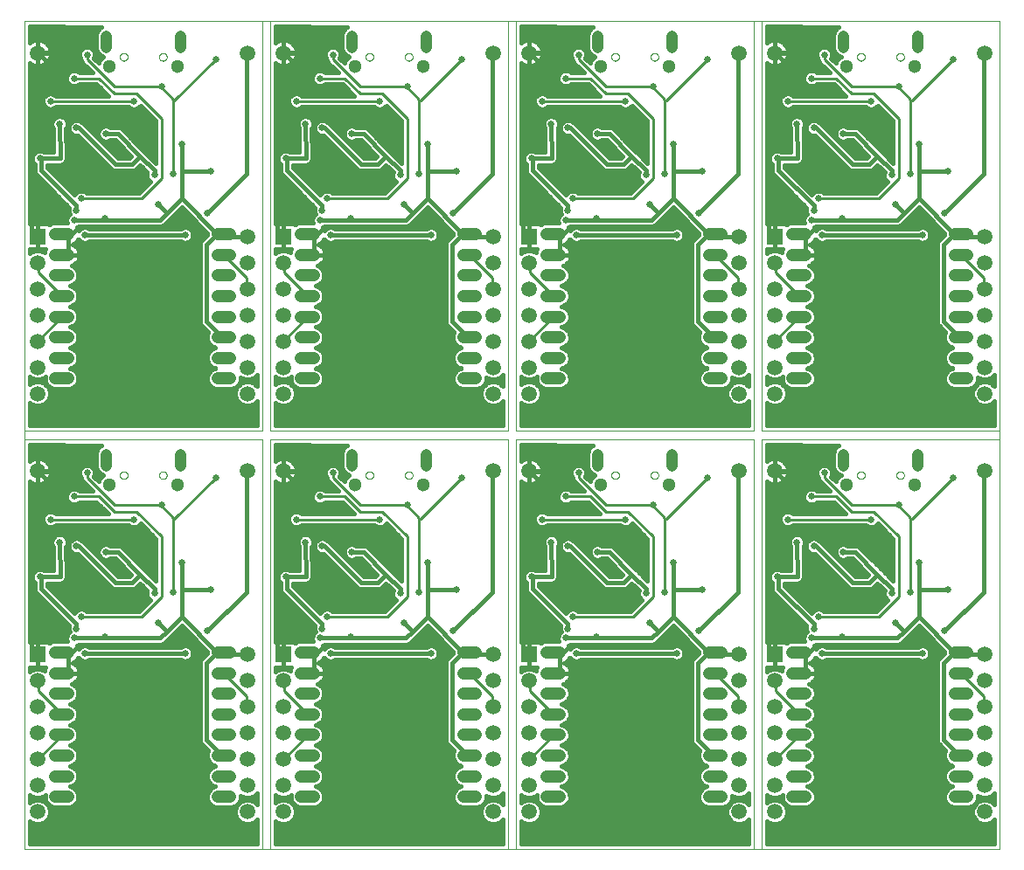
<source format=gbl>
G75*
G70*
%OFA0B0*%
%FSLAX25Y25*%
%IPPOS*%
%LPD*%
%AMOC8*
5,1,8,0,0,1.08239X$1,22.5*
%
%ADD12C,0.01600*%
%ADD14R,0.05906X0.05906*%
%ADD38C,0.00000*%
%ADD41C,0.04724*%
%ADD45C,0.04331*%
%ADD49C,0.05118*%
%ADD61C,0.05906*%
%ADD67C,0.01000*%
%ADD69C,0.02600*%
X0010000Y0010000D02*
G75*
%LPD*%
D38*
X0010000Y0010000D02*
X0010000Y0166496D01*
X0046319Y0152717D02*
X0046321Y0152794D01*
X0046327Y0152870D01*
X0046337Y0152946D01*
X0046351Y0153021D01*
X0046368Y0153096D01*
X0046390Y0153169D01*
X0046415Y0153242D01*
X0046445Y0153313D01*
X0046477Y0153382D01*
X0046514Y0153449D01*
X0046553Y0153515D01*
X0046596Y0153578D01*
X0046643Y0153639D01*
X0046692Y0153698D01*
X0046745Y0153754D01*
X0046800Y0153807D01*
X0046858Y0153857D01*
X0046918Y0153904D01*
X0046981Y0153948D01*
X0047046Y0153989D01*
X0047113Y0154026D01*
X0047182Y0154060D01*
X0047252Y0154090D01*
X0047324Y0154116D01*
X0047398Y0154138D01*
X0047472Y0154157D01*
X0047547Y0154172D01*
X0047623Y0154183D01*
X0047699Y0154190D01*
X0047776Y0154193D01*
X0047852Y0154192D01*
X0047929Y0154187D01*
X0048005Y0154178D01*
X0048081Y0154165D01*
X0048155Y0154148D01*
X0048229Y0154128D01*
X0048302Y0154103D01*
X0048373Y0154075D01*
X0048443Y0154043D01*
X0048511Y0154008D01*
X0048577Y0153969D01*
X0048641Y0153927D01*
X0048702Y0153881D01*
X0048762Y0153832D01*
X0048818Y0153781D01*
X0048872Y0153726D01*
X0048923Y0153669D01*
X0048971Y0153609D01*
X0049016Y0153547D01*
X0049057Y0153482D01*
X0049095Y0153416D01*
X0049130Y0153348D01*
X0049160Y0153277D01*
X0049188Y0153206D01*
X0049211Y0153133D01*
X0049231Y0153059D01*
X0049247Y0152984D01*
X0049259Y0152908D01*
X0049267Y0152832D01*
X0049271Y0152755D01*
X0049271Y0152679D01*
X0049267Y0152602D01*
X0049259Y0152526D01*
X0049247Y0152450D01*
X0049231Y0152375D01*
X0049211Y0152301D01*
X0049188Y0152228D01*
X0049160Y0152157D01*
X0049130Y0152086D01*
X0049095Y0152018D01*
X0049057Y0151952D01*
X0049016Y0151887D01*
X0048971Y0151825D01*
X0048923Y0151765D01*
X0048872Y0151708D01*
X0048818Y0151653D01*
X0048762Y0151602D01*
X0048702Y0151553D01*
X0048641Y0151507D01*
X0048577Y0151465D01*
X0048511Y0151426D01*
X0048443Y0151391D01*
X0048373Y0151359D01*
X0048302Y0151331D01*
X0048229Y0151306D01*
X0048155Y0151286D01*
X0048081Y0151269D01*
X0048005Y0151256D01*
X0047929Y0151247D01*
X0047852Y0151242D01*
X0047776Y0151241D01*
X0047699Y0151244D01*
X0047623Y0151251D01*
X0047547Y0151262D01*
X0047472Y0151277D01*
X0047398Y0151296D01*
X0047324Y0151318D01*
X0047252Y0151344D01*
X0047182Y0151374D01*
X0047113Y0151408D01*
X0047046Y0151445D01*
X0046981Y0151486D01*
X0046918Y0151530D01*
X0046858Y0151577D01*
X0046800Y0151627D01*
X0046745Y0151680D01*
X0046692Y0151736D01*
X0046643Y0151795D01*
X0046596Y0151856D01*
X0046553Y0151919D01*
X0046514Y0151985D01*
X0046477Y0152052D01*
X0046445Y0152121D01*
X0046415Y0152192D01*
X0046390Y0152265D01*
X0046368Y0152338D01*
X0046351Y0152413D01*
X0046337Y0152488D01*
X0046327Y0152564D01*
X0046321Y0152640D01*
X0046319Y0152717D01*
X0010000Y0166495D02*
X0100552Y0166495D01*
X0100551Y0166496D02*
X0100551Y0010000D01*
X0010000Y0010000D01*
X0061280Y0152717D02*
X0061282Y0152794D01*
X0061288Y0152870D01*
X0061298Y0152946D01*
X0061312Y0153021D01*
X0061329Y0153096D01*
X0061351Y0153169D01*
X0061376Y0153242D01*
X0061406Y0153313D01*
X0061438Y0153382D01*
X0061475Y0153449D01*
X0061514Y0153515D01*
X0061557Y0153578D01*
X0061604Y0153639D01*
X0061653Y0153698D01*
X0061706Y0153754D01*
X0061761Y0153807D01*
X0061819Y0153857D01*
X0061879Y0153904D01*
X0061942Y0153948D01*
X0062007Y0153989D01*
X0062074Y0154026D01*
X0062143Y0154060D01*
X0062213Y0154090D01*
X0062285Y0154116D01*
X0062359Y0154138D01*
X0062433Y0154157D01*
X0062508Y0154172D01*
X0062584Y0154183D01*
X0062660Y0154190D01*
X0062737Y0154193D01*
X0062813Y0154192D01*
X0062890Y0154187D01*
X0062966Y0154178D01*
X0063042Y0154165D01*
X0063116Y0154148D01*
X0063190Y0154128D01*
X0063263Y0154103D01*
X0063334Y0154075D01*
X0063404Y0154043D01*
X0063472Y0154008D01*
X0063538Y0153969D01*
X0063602Y0153927D01*
X0063663Y0153881D01*
X0063723Y0153832D01*
X0063779Y0153781D01*
X0063833Y0153726D01*
X0063884Y0153669D01*
X0063932Y0153609D01*
X0063977Y0153547D01*
X0064018Y0153482D01*
X0064056Y0153416D01*
X0064091Y0153348D01*
X0064121Y0153277D01*
X0064149Y0153206D01*
X0064172Y0153133D01*
X0064192Y0153059D01*
X0064208Y0152984D01*
X0064220Y0152908D01*
X0064228Y0152832D01*
X0064232Y0152755D01*
X0064232Y0152679D01*
X0064228Y0152602D01*
X0064220Y0152526D01*
X0064208Y0152450D01*
X0064192Y0152375D01*
X0064172Y0152301D01*
X0064149Y0152228D01*
X0064121Y0152157D01*
X0064091Y0152086D01*
X0064056Y0152018D01*
X0064018Y0151952D01*
X0063977Y0151887D01*
X0063932Y0151825D01*
X0063884Y0151765D01*
X0063833Y0151708D01*
X0063779Y0151653D01*
X0063723Y0151602D01*
X0063663Y0151553D01*
X0063602Y0151507D01*
X0063538Y0151465D01*
X0063472Y0151426D01*
X0063404Y0151391D01*
X0063334Y0151359D01*
X0063263Y0151331D01*
X0063190Y0151306D01*
X0063116Y0151286D01*
X0063042Y0151269D01*
X0062966Y0151256D01*
X0062890Y0151247D01*
X0062813Y0151242D01*
X0062737Y0151241D01*
X0062660Y0151244D01*
X0062584Y0151251D01*
X0062508Y0151262D01*
X0062433Y0151277D01*
X0062359Y0151296D01*
X0062285Y0151318D01*
X0062213Y0151344D01*
X0062143Y0151374D01*
X0062074Y0151408D01*
X0062007Y0151445D01*
X0061942Y0151486D01*
X0061879Y0151530D01*
X0061819Y0151577D01*
X0061761Y0151627D01*
X0061706Y0151680D01*
X0061653Y0151736D01*
X0061604Y0151795D01*
X0061557Y0151856D01*
X0061514Y0151919D01*
X0061475Y0151985D01*
X0061438Y0152052D01*
X0061406Y0152121D01*
X0061376Y0152192D01*
X0061351Y0152265D01*
X0061329Y0152338D01*
X0061312Y0152413D01*
X0061298Y0152488D01*
X0061288Y0152564D01*
X0061282Y0152640D01*
X0061280Y0152717D01*
D49*
X0068268Y0149173D03*
X0042283Y0149173D03*
D45*
X0041102Y0156457D02*
X0041102Y0160787D01*
X0069449Y0160787D02*
X0069449Y0156457D01*
D61*
X0095000Y0154248D03*
X0095000Y0084248D03*
X0095000Y0074248D03*
X0095000Y0064248D03*
X0095000Y0054248D03*
X0095000Y0044248D03*
X0095000Y0034248D03*
X0095000Y0024248D03*
X0015000Y0024248D03*
X0015000Y0034248D03*
X0015000Y0044248D03*
X0015000Y0054248D03*
X0015000Y0064248D03*
X0015000Y0074248D03*
X0015000Y0154248D03*
D14*
X0015000Y0084248D03*
D41*
X0021791Y0085071D02*
X0026516Y0085071D01*
X0026516Y0077197D02*
X0021791Y0077197D01*
X0021791Y0069323D02*
X0026516Y0069323D01*
X0026516Y0061449D02*
X0021791Y0061449D01*
X0021791Y0053575D02*
X0026516Y0053575D01*
X0026516Y0045701D02*
X0021791Y0045701D01*
X0021791Y0037827D02*
X0026516Y0037827D01*
X0026516Y0029953D02*
X0021791Y0029953D01*
X0083602Y0029953D02*
X0088327Y0029953D01*
X0088327Y0037827D02*
X0083602Y0037827D01*
X0083602Y0045701D02*
X0088327Y0045701D01*
X0088327Y0053575D02*
X0083602Y0053575D01*
X0083602Y0061449D02*
X0088327Y0061449D01*
X0088327Y0069323D02*
X0083602Y0069323D01*
X0083602Y0077197D02*
X0088327Y0077197D01*
X0088327Y0085071D02*
X0083602Y0085071D01*
D67*
X0083602Y0077197D02*
X0083800Y0077050D01*
X0086050Y0077050D01*
X0094600Y0068500D01*
X0094600Y0064450D01*
X0095000Y0064248D01*
X0066700Y0108100D02*
X0066700Y0136000D01*
X0067150Y0136000D01*
X0082900Y0151750D01*
X0066700Y0136450D02*
X0062200Y0140950D01*
X0062200Y0141400D01*
X0044200Y0141400D01*
X0033850Y0151750D01*
X0033850Y0153550D01*
X0038350Y0144550D02*
X0028900Y0144550D01*
X0019843Y0135787D02*
X0051732Y0135787D01*
X0052750Y0138700D02*
X0062200Y0129250D01*
X0062200Y0106300D01*
X0054550Y0098650D01*
X0031600Y0098650D01*
X0015000Y0074248D02*
X0015400Y0073900D01*
X0015400Y0070300D01*
X0023950Y0061750D01*
X0026200Y0061750D01*
X0026516Y0061449D01*
X0026516Y0053575D02*
X0026200Y0053200D01*
X0023950Y0053200D01*
X0015400Y0044650D01*
X0015000Y0044248D01*
X0066700Y0136000D02*
X0066700Y0136450D01*
X0052750Y0138700D02*
X0044200Y0138700D01*
X0038350Y0144550D01*
D69*
X0033850Y0153550D03*
X0028900Y0144550D03*
X0023500Y0139150D03*
X0019843Y0135787D03*
X0023387Y0127169D03*
X0019843Y0124370D03*
X0015850Y0113950D03*
X0029800Y0125650D03*
X0041050Y0123400D03*
X0049600Y0114850D03*
X0059500Y0107650D03*
X0060850Y0096400D03*
X0064900Y0089200D03*
X0071200Y0084700D03*
X0077500Y0086500D03*
X0079750Y0093250D03*
X0081100Y0109000D03*
X0069850Y0119350D03*
X0066700Y0108100D03*
X0051732Y0135787D03*
X0062200Y0141400D03*
X0082900Y0151750D03*
X0040600Y0091000D03*
X0032950Y0084700D03*
X0028900Y0090550D03*
X0029800Y0094150D03*
X0031600Y0098650D03*
D12*
X0029973Y0101115D02*
X0028029Y0101115D01*
X0029141Y0100293D02*
X0029057Y0100088D01*
X0018700Y0110444D01*
X0018700Y0111540D01*
X0023059Y0111525D01*
X0023075Y0111518D01*
X0023536Y0111523D01*
X0023996Y0111522D01*
X0024012Y0111528D01*
X0024030Y0111528D01*
X0024454Y0111709D01*
X0024880Y0111884D01*
X0024892Y0111896D01*
X0024908Y0111903D01*
X0025230Y0112232D01*
X0025557Y0112557D01*
X0025564Y0112573D01*
X0025576Y0112585D01*
X0025748Y0113013D01*
X0025925Y0113437D01*
X0025926Y0113455D01*
X0025932Y0113471D01*
X0025927Y0113932D01*
X0025929Y0114392D01*
X0025922Y0114408D01*
X0025805Y0125486D01*
X0025845Y0125526D01*
X0026287Y0126592D01*
X0026287Y0127746D01*
X0025845Y0128812D01*
X0025030Y0129627D01*
X0023964Y0130069D01*
X0022810Y0130069D01*
X0021744Y0129627D01*
X0020929Y0128812D01*
X0020487Y0127746D01*
X0020487Y0126592D01*
X0020929Y0125526D01*
X0021005Y0125450D01*
X0021102Y0116332D01*
X0017557Y0116344D01*
X0017493Y0116408D01*
X0016427Y0116850D01*
X0015273Y0116850D01*
X0014207Y0116408D01*
X0013391Y0115593D01*
X0012950Y0114527D01*
X0012950Y0113373D01*
X0013391Y0112307D01*
X0013900Y0111799D01*
X0013900Y0108973D01*
X0014265Y0108091D01*
X0014941Y0107415D01*
X0027114Y0095242D01*
X0026900Y0094727D01*
X0026900Y0093573D01*
X0027170Y0092921D01*
X0026441Y0092193D01*
X0026000Y0091127D01*
X0026000Y0089973D01*
X0026224Y0089433D01*
X0021448Y0089433D01*
X0020770Y0089326D01*
X0020117Y0089113D01*
X0019505Y0088802D01*
X0019317Y0088665D01*
X0019181Y0088801D01*
X0018725Y0089064D01*
X0018216Y0089201D01*
X0015075Y0089201D01*
X0015075Y0084323D01*
X0014925Y0084323D01*
X0014925Y0089201D01*
X0012000Y0089201D01*
X0012000Y0150306D01*
X0012404Y0150012D01*
X0013099Y0149658D01*
X0013840Y0149417D01*
X0014610Y0149295D01*
X0014925Y0149295D01*
X0014925Y0154173D01*
X0015075Y0154173D01*
X0015075Y0149295D01*
X0015390Y0149295D01*
X0016160Y0149417D01*
X0016901Y0149658D01*
X0017596Y0150012D01*
X0018227Y0150470D01*
X0018778Y0151022D01*
X0019236Y0151652D01*
X0019590Y0152347D01*
X0019831Y0153088D01*
X0019953Y0153858D01*
X0019953Y0154173D01*
X0015075Y0154173D01*
X0015075Y0154323D01*
X0019953Y0154323D01*
X0019953Y0154638D01*
X0019831Y0155408D01*
X0019590Y0156149D01*
X0019236Y0156844D01*
X0018778Y0157475D01*
X0018227Y0158026D01*
X0017596Y0158484D01*
X0016901Y0158838D01*
X0016160Y0159079D01*
X0015390Y0159201D01*
X0015075Y0159201D01*
X0015075Y0154323D01*
X0014925Y0154323D01*
X0014925Y0159201D01*
X0014610Y0159201D01*
X0013840Y0159079D01*
X0013099Y0158838D01*
X0012404Y0158484D01*
X0012000Y0158190D01*
X0012000Y0164473D01*
X0039416Y0164164D01*
X0038969Y0163980D01*
X0037910Y0162920D01*
X0037337Y0161536D01*
X0037337Y0155708D01*
X0037910Y0154324D01*
X0038969Y0153265D01*
X0040131Y0152783D01*
X0039928Y0152699D01*
X0038758Y0151529D01*
X0038255Y0150315D01*
X0036412Y0152158D01*
X0036750Y0152973D01*
X0036750Y0154127D01*
X0036308Y0155193D01*
X0035493Y0156008D01*
X0034427Y0156450D01*
X0033273Y0156450D01*
X0032207Y0156008D01*
X0031391Y0155193D01*
X0030950Y0154127D01*
X0030950Y0152973D01*
X0031391Y0151907D01*
X0031750Y0151549D01*
X0031750Y0150880D01*
X0035980Y0146650D01*
X0030901Y0146650D01*
X0030543Y0147008D01*
X0029477Y0147450D01*
X0028323Y0147450D01*
X0027257Y0147008D01*
X0026441Y0146193D01*
X0026000Y0145127D01*
X0026000Y0143973D01*
X0026441Y0142907D01*
X0027257Y0142091D01*
X0028323Y0141650D01*
X0029477Y0141650D01*
X0030543Y0142091D01*
X0030901Y0142450D01*
X0037480Y0142450D01*
X0042043Y0137887D01*
X0021844Y0137887D01*
X0021485Y0138246D01*
X0020419Y0138687D01*
X0019266Y0138687D01*
X0018200Y0138246D01*
X0017384Y0137430D01*
X0016943Y0136364D01*
X0016943Y0135211D01*
X0017384Y0134145D01*
X0018200Y0133329D01*
X0019266Y0132887D01*
X0020419Y0132887D01*
X0021485Y0133329D01*
X0021844Y0133687D01*
X0049731Y0133687D01*
X0050090Y0133329D01*
X0051155Y0132887D01*
X0052309Y0132887D01*
X0053375Y0133329D01*
X0054191Y0134145D01*
X0054233Y0134247D01*
X0060100Y0128380D01*
X0060100Y0112244D01*
X0056135Y0116209D01*
X0056135Y0116209D01*
X0055459Y0116885D01*
X0047585Y0124759D01*
X0046909Y0125435D01*
X0046027Y0125800D01*
X0042751Y0125800D01*
X0042693Y0125858D01*
X0041627Y0126300D01*
X0040473Y0126300D01*
X0039407Y0125858D01*
X0038591Y0125043D01*
X0038150Y0123977D01*
X0038150Y0122823D01*
X0038591Y0121757D01*
X0039407Y0120941D01*
X0040473Y0120500D01*
X0041627Y0120500D01*
X0042693Y0120941D01*
X0042751Y0121000D01*
X0044556Y0121000D01*
X0050706Y0114850D01*
X0049956Y0114100D01*
X0045644Y0114100D01*
X0032059Y0127685D01*
X0031730Y0127821D01*
X0031443Y0128108D01*
X0030377Y0128550D01*
X0029223Y0128550D01*
X0028157Y0128108D01*
X0027341Y0127293D01*
X0026900Y0126227D01*
X0026900Y0125073D01*
X0027341Y0124007D01*
X0028157Y0123191D01*
X0029223Y0122750D01*
X0030206Y0122750D01*
X0042615Y0110341D01*
X0043291Y0109665D01*
X0044173Y0109300D01*
X0051427Y0109300D01*
X0052309Y0109665D01*
X0054100Y0111456D01*
X0056814Y0108742D01*
X0056600Y0108227D01*
X0056600Y0107073D01*
X0057041Y0106007D01*
X0057857Y0105191D01*
X0058044Y0105114D01*
X0053680Y0100750D01*
X0033601Y0100750D01*
X0033243Y0101108D01*
X0032177Y0101550D01*
X0031023Y0101550D01*
X0029957Y0101108D01*
X0029141Y0100293D01*
X0026430Y0102714D02*
X0055644Y0102714D01*
X0057242Y0104312D02*
X0024832Y0104312D01*
X0023233Y0105911D02*
X0057138Y0105911D01*
X0056600Y0107509D02*
X0021635Y0107509D01*
X0020036Y0109108D02*
X0056448Y0109108D01*
X0054850Y0110706D02*
X0053350Y0110706D01*
X0050950Y0111700D02*
X0054100Y0114850D01*
X0059500Y0109450D01*
X0059500Y0107650D01*
X0060039Y0112305D02*
X0060100Y0112305D01*
X0060100Y0113903D02*
X0058441Y0113903D01*
X0056842Y0115502D02*
X0060100Y0115502D01*
X0060100Y0117100D02*
X0055244Y0117100D01*
X0055459Y0116885D02*
X0055459Y0116885D01*
X0054100Y0114850D02*
X0045550Y0123400D01*
X0041050Y0123400D01*
X0038534Y0121896D02*
X0037848Y0121896D01*
X0038150Y0123494D02*
X0036250Y0123494D01*
X0034651Y0125093D02*
X0038642Y0125093D01*
X0039447Y0120297D02*
X0045259Y0120297D01*
X0046857Y0118699D02*
X0041045Y0118699D01*
X0042644Y0117100D02*
X0048456Y0117100D01*
X0049600Y0114850D02*
X0045100Y0114850D01*
X0027100Y0132850D01*
X0018550Y0132850D01*
X0018100Y0132400D01*
X0018100Y0131500D01*
X0014324Y0127724D01*
X0014324Y0127126D01*
X0019843Y0124370D01*
X0021009Y0125093D02*
X0012000Y0125093D01*
X0012700Y0126100D02*
X0012700Y0086500D01*
X0014950Y0084250D01*
X0015000Y0084248D01*
X0015075Y0084173D02*
X0015075Y0079295D01*
X0017965Y0079295D01*
X0017749Y0078871D01*
X0017537Y0078218D01*
X0017523Y0078131D01*
X0015906Y0078801D01*
X0014094Y0078801D01*
X0012421Y0078108D01*
X0012000Y0077687D01*
X0012000Y0079295D01*
X0014925Y0079295D01*
X0014925Y0084173D01*
X0015075Y0084173D01*
X0015075Y0083532D02*
X0014925Y0083532D01*
X0014925Y0085130D02*
X0015075Y0085130D01*
X0015075Y0086729D02*
X0014925Y0086729D01*
X0014925Y0088327D02*
X0015075Y0088327D01*
X0012000Y0089926D02*
X0026020Y0089926D01*
X0026165Y0091524D02*
X0012000Y0091524D01*
X0012000Y0093123D02*
X0027087Y0093123D01*
X0026900Y0094721D02*
X0012000Y0094721D01*
X0012000Y0096320D02*
X0026036Y0096320D01*
X0024438Y0097918D02*
X0012000Y0097918D01*
X0012000Y0099517D02*
X0022839Y0099517D01*
X0021241Y0101115D02*
X0012000Y0101115D01*
X0012000Y0102714D02*
X0019642Y0102714D01*
X0018044Y0104312D02*
X0012000Y0104312D01*
X0012000Y0105911D02*
X0016445Y0105911D01*
X0014941Y0107415D02*
X0014941Y0107415D01*
X0014847Y0107509D02*
X0012000Y0107509D01*
X0012000Y0109108D02*
X0013900Y0109108D01*
X0013900Y0110706D02*
X0012000Y0110706D01*
X0012000Y0112305D02*
X0013394Y0112305D01*
X0012950Y0113903D02*
X0012000Y0113903D01*
X0012000Y0115502D02*
X0013354Y0115502D01*
X0012000Y0117100D02*
X0021093Y0117100D01*
X0021076Y0118699D02*
X0012000Y0118699D01*
X0012000Y0120297D02*
X0021060Y0120297D01*
X0021043Y0121896D02*
X0012000Y0121896D01*
X0012000Y0123494D02*
X0021026Y0123494D01*
X0020487Y0126691D02*
X0012000Y0126691D01*
X0012700Y0126100D02*
X0014324Y0127724D01*
X0012000Y0128290D02*
X0020712Y0128290D01*
X0022374Y0129888D02*
X0012000Y0129888D01*
X0012000Y0131487D02*
X0056993Y0131487D01*
X0055395Y0133085D02*
X0052787Y0133085D01*
X0050677Y0133085D02*
X0020897Y0133085D01*
X0018788Y0133085D02*
X0012000Y0133085D01*
X0012000Y0134684D02*
X0017161Y0134684D01*
X0016750Y0134650D02*
X0016750Y0136900D01*
X0018550Y0138700D01*
X0023050Y0138700D01*
X0023500Y0139150D01*
X0023500Y0145900D01*
X0015400Y0154000D01*
X0015000Y0154248D01*
X0014925Y0153866D02*
X0015075Y0153866D01*
X0015075Y0152268D02*
X0014925Y0152268D01*
X0014925Y0150669D02*
X0015075Y0150669D01*
X0018425Y0150669D02*
X0031961Y0150669D01*
X0031242Y0152268D02*
X0019549Y0152268D01*
X0019953Y0153866D02*
X0030950Y0153866D01*
X0031663Y0155465D02*
X0019812Y0155465D01*
X0019077Y0157063D02*
X0037337Y0157063D01*
X0037337Y0158662D02*
X0017247Y0158662D01*
X0015075Y0158662D02*
X0014925Y0158662D01*
X0014925Y0157063D02*
X0015075Y0157063D01*
X0015075Y0155465D02*
X0014925Y0155465D01*
X0012753Y0158662D02*
X0012000Y0158662D01*
X0012000Y0160260D02*
X0037337Y0160260D01*
X0037470Y0161859D02*
X0012000Y0161859D01*
X0012000Y0163457D02*
X0038447Y0163457D01*
X0037438Y0155465D02*
X0036037Y0155465D01*
X0036750Y0153866D02*
X0038368Y0153866D01*
X0039496Y0152268D02*
X0036458Y0152268D01*
X0037901Y0150669D02*
X0038401Y0150669D01*
X0035158Y0147472D02*
X0012000Y0147472D01*
X0012000Y0149070D02*
X0033560Y0149070D01*
X0038852Y0141078D02*
X0012000Y0141078D01*
X0012000Y0142676D02*
X0026672Y0142676D01*
X0026000Y0144275D02*
X0012000Y0144275D01*
X0012000Y0145873D02*
X0026309Y0145873D01*
X0017835Y0137881D02*
X0012000Y0137881D01*
X0012000Y0139479D02*
X0040451Y0139479D01*
X0033053Y0126691D02*
X0060100Y0126691D01*
X0060100Y0125093D02*
X0047251Y0125093D01*
X0048850Y0123494D02*
X0060100Y0123494D01*
X0060100Y0121896D02*
X0050448Y0121896D01*
X0052047Y0120297D02*
X0060100Y0120297D01*
X0060100Y0118699D02*
X0053645Y0118699D01*
X0050054Y0115502D02*
X0044242Y0115502D01*
X0044650Y0111700D02*
X0050950Y0111700D01*
X0044650Y0111700D02*
X0030700Y0125650D01*
X0029800Y0125650D01*
X0027092Y0126691D02*
X0026287Y0126691D01*
X0026062Y0128290D02*
X0028595Y0128290D01*
X0026900Y0125093D02*
X0025809Y0125093D01*
X0025826Y0123494D02*
X0027854Y0123494D01*
X0025843Y0121896D02*
X0031060Y0121896D01*
X0032659Y0120297D02*
X0025860Y0120297D01*
X0025877Y0118699D02*
X0034257Y0118699D01*
X0035856Y0117100D02*
X0025894Y0117100D01*
X0025911Y0115502D02*
X0037454Y0115502D01*
X0039053Y0113903D02*
X0025928Y0113903D01*
X0025303Y0112305D02*
X0040651Y0112305D01*
X0042250Y0110706D02*
X0018700Y0110706D01*
X0016300Y0109450D02*
X0016300Y0113500D01*
X0015850Y0113950D01*
X0023527Y0113923D01*
X0023387Y0127169D01*
X0024400Y0129888D02*
X0058592Y0129888D01*
X0060100Y0128290D02*
X0031005Y0128290D01*
X0018550Y0132850D02*
X0016750Y0134650D01*
X0016943Y0136282D02*
X0012000Y0136282D01*
X0016300Y0109450D02*
X0029800Y0095950D01*
X0029800Y0094150D01*
X0028900Y0090550D02*
X0040600Y0090550D01*
X0040600Y0091000D01*
X0040600Y0090550D02*
X0061750Y0090550D01*
X0064225Y0093025D01*
X0060850Y0096400D01*
X0064225Y0093025D02*
X0069850Y0098650D01*
X0083350Y0085150D01*
X0083602Y0085071D01*
X0084250Y0084700D01*
X0084700Y0084250D01*
X0094600Y0084250D01*
X0095000Y0084248D01*
X0083602Y0085071D02*
X0082900Y0084700D01*
X0079300Y0081100D01*
X0079300Y0051850D01*
X0083350Y0047800D01*
X0083350Y0046000D01*
X0083602Y0045701D01*
X0082255Y0041970D02*
X0027863Y0041970D01*
X0027365Y0041764D02*
X0028760Y0042342D01*
X0029875Y0043456D01*
X0030478Y0044913D01*
X0030478Y0046489D01*
X0029875Y0047945D01*
X0028760Y0049060D01*
X0027365Y0049638D01*
X0028760Y0050216D01*
X0029875Y0051330D01*
X0030478Y0052787D01*
X0030478Y0054363D01*
X0029875Y0055819D01*
X0028760Y0056934D01*
X0027365Y0057512D01*
X0028760Y0058090D01*
X0029875Y0059204D01*
X0030478Y0060661D01*
X0030478Y0062237D01*
X0029875Y0063693D01*
X0028760Y0064808D01*
X0027365Y0065386D01*
X0028760Y0065964D01*
X0029875Y0067078D01*
X0030478Y0068535D01*
X0030478Y0070111D01*
X0029875Y0071567D01*
X0028760Y0072682D01*
X0027870Y0073050D01*
X0028190Y0073154D01*
X0028802Y0073466D01*
X0029358Y0073870D01*
X0029843Y0074355D01*
X0030247Y0074911D01*
X0030558Y0075522D01*
X0030771Y0076175D01*
X0030878Y0076854D01*
X0030878Y0077197D01*
X0030878Y0077540D01*
X0030771Y0078218D01*
X0030558Y0078871D01*
X0030247Y0079483D01*
X0029843Y0080039D01*
X0029358Y0080524D01*
X0028802Y0080928D01*
X0028397Y0081134D01*
X0028802Y0081340D01*
X0029358Y0081744D01*
X0029843Y0082229D01*
X0030247Y0082785D01*
X0030444Y0083172D01*
X0030491Y0083057D01*
X0031307Y0082241D01*
X0032373Y0081800D01*
X0033527Y0081800D01*
X0034593Y0082241D01*
X0034651Y0082300D01*
X0069499Y0082300D01*
X0069557Y0082241D01*
X0070623Y0081800D01*
X0071777Y0081800D01*
X0072843Y0082241D01*
X0073658Y0083057D01*
X0074100Y0084123D01*
X0074100Y0085277D01*
X0073658Y0086343D01*
X0072843Y0087158D01*
X0071777Y0087600D01*
X0070623Y0087600D01*
X0069557Y0087158D01*
X0069499Y0087100D01*
X0034651Y0087100D01*
X0034593Y0087158D01*
X0033527Y0087600D01*
X0032373Y0087600D01*
X0031307Y0087158D01*
X0030641Y0086492D01*
X0030558Y0086745D01*
X0030247Y0087357D01*
X0029905Y0087827D01*
X0030543Y0088091D01*
X0030601Y0088150D01*
X0039902Y0088150D01*
X0040023Y0088100D01*
X0041177Y0088100D01*
X0041298Y0088150D01*
X0062227Y0088150D01*
X0063109Y0088515D01*
X0065584Y0090990D01*
X0066260Y0091666D01*
X0069850Y0095256D01*
X0079640Y0085466D01*
X0079640Y0084834D01*
X0077265Y0082459D01*
X0076900Y0081577D01*
X0076900Y0051373D01*
X0077265Y0050491D01*
X0077941Y0049815D01*
X0080117Y0047639D01*
X0079640Y0046489D01*
X0079640Y0044913D01*
X0080243Y0043456D01*
X0081358Y0042342D01*
X0082753Y0041764D01*
X0081358Y0041186D01*
X0080243Y0040071D01*
X0079640Y0038615D01*
X0079640Y0037039D01*
X0080243Y0035582D01*
X0081358Y0034468D01*
X0082753Y0033890D01*
X0081358Y0033312D01*
X0080243Y0032197D01*
X0079640Y0030741D01*
X0079640Y0029165D01*
X0080243Y0027708D01*
X0081358Y0026594D01*
X0082814Y0025991D01*
X0089115Y0025991D01*
X0090571Y0026594D01*
X0091686Y0027708D01*
X0092289Y0029165D01*
X0092289Y0030520D01*
X0092421Y0030388D01*
X0094094Y0029695D01*
X0095906Y0029695D01*
X0097579Y0030388D01*
X0098551Y0031361D01*
X0098551Y0027135D01*
X0097579Y0028108D01*
X0095906Y0028801D01*
X0094094Y0028801D01*
X0092421Y0028108D01*
X0091140Y0026827D01*
X0090447Y0025154D01*
X0090447Y0023342D01*
X0091140Y0021669D01*
X0092421Y0020388D01*
X0094094Y0019695D01*
X0095906Y0019695D01*
X0097579Y0020388D01*
X0098551Y0021361D01*
X0098551Y0012000D01*
X0012000Y0012000D01*
X0012000Y0020809D01*
X0012421Y0020388D01*
X0014094Y0019695D01*
X0015906Y0019695D01*
X0017579Y0020388D01*
X0018860Y0021669D01*
X0019553Y0023342D01*
X0019553Y0025154D01*
X0018860Y0026827D01*
X0017579Y0028108D01*
X0015906Y0028801D01*
X0014094Y0028801D01*
X0012421Y0028108D01*
X0012000Y0027687D01*
X0012000Y0030809D01*
X0012421Y0030388D01*
X0014094Y0029695D01*
X0015906Y0029695D01*
X0017579Y0030388D01*
X0017829Y0030639D01*
X0017829Y0029165D01*
X0018432Y0027708D01*
X0019547Y0026594D01*
X0021003Y0025991D01*
X0027304Y0025991D01*
X0028760Y0026594D01*
X0029875Y0027708D01*
X0030478Y0029165D01*
X0030478Y0030741D01*
X0029875Y0032197D01*
X0028760Y0033312D01*
X0027365Y0033890D01*
X0028760Y0034468D01*
X0029875Y0035582D01*
X0030478Y0037039D01*
X0030478Y0038615D01*
X0029875Y0040071D01*
X0028760Y0041186D01*
X0027365Y0041764D01*
X0029574Y0040372D02*
X0080544Y0040372D01*
X0079706Y0038773D02*
X0030412Y0038773D01*
X0030478Y0037175D02*
X0079640Y0037175D01*
X0080250Y0035576D02*
X0029869Y0035576D01*
X0029693Y0032379D02*
X0080425Y0032379D01*
X0079657Y0030781D02*
X0030461Y0030781D01*
X0030478Y0029182D02*
X0079640Y0029182D01*
X0080368Y0027584D02*
X0029750Y0027584D01*
X0027577Y0033978D02*
X0082541Y0033978D01*
X0080197Y0043569D02*
X0029921Y0043569D01*
X0030478Y0045167D02*
X0079640Y0045167D01*
X0079755Y0046766D02*
X0030363Y0046766D01*
X0029456Y0048364D02*
X0079392Y0048364D01*
X0077941Y0049815D02*
X0077941Y0049815D01*
X0077793Y0049963D02*
X0028149Y0049963D01*
X0029970Y0051561D02*
X0076900Y0051561D01*
X0076900Y0053160D02*
X0030478Y0053160D01*
X0030314Y0054758D02*
X0076900Y0054758D01*
X0076900Y0056357D02*
X0029337Y0056357D01*
X0028435Y0057955D02*
X0076900Y0057955D01*
X0076900Y0059554D02*
X0030019Y0059554D01*
X0030478Y0061152D02*
X0076900Y0061152D01*
X0076900Y0062751D02*
X0030265Y0062751D01*
X0029219Y0064349D02*
X0076900Y0064349D01*
X0076900Y0065948D02*
X0028722Y0065948D01*
X0030069Y0067546D02*
X0076900Y0067546D01*
X0076900Y0069145D02*
X0030478Y0069145D01*
X0030216Y0070743D02*
X0076900Y0070743D01*
X0076900Y0072342D02*
X0029100Y0072342D01*
X0029428Y0073940D02*
X0076900Y0073940D01*
X0076900Y0075539D02*
X0030564Y0075539D01*
X0030878Y0077137D02*
X0076900Y0077137D01*
X0076900Y0078736D02*
X0030602Y0078736D01*
X0030878Y0077197D02*
X0026516Y0077197D01*
X0026516Y0077197D01*
X0026516Y0077197D01*
X0026516Y0085071D01*
X0026650Y0084250D01*
X0026650Y0077500D01*
X0026516Y0077197D01*
X0030878Y0077197D01*
X0029547Y0080334D02*
X0076900Y0080334D01*
X0077047Y0081933D02*
X0072098Y0081933D01*
X0071200Y0084700D02*
X0032950Y0084700D01*
X0033848Y0081933D02*
X0070302Y0081933D01*
X0073855Y0083532D02*
X0078337Y0083532D01*
X0079640Y0085130D02*
X0074100Y0085130D01*
X0073900Y0086500D02*
X0071650Y0088750D01*
X0065350Y0088750D01*
X0064900Y0089200D01*
X0064000Y0089200D01*
X0062650Y0087850D01*
X0030700Y0087850D01*
X0028000Y0085150D01*
X0026650Y0085150D01*
X0026516Y0085071D01*
X0026516Y0085071D01*
X0026516Y0081559D01*
X0026516Y0077197D01*
X0026516Y0078736D02*
X0026516Y0078736D01*
X0026516Y0080334D02*
X0026516Y0080334D01*
X0026516Y0081933D02*
X0026516Y0081933D01*
X0026516Y0083532D02*
X0026516Y0083532D01*
X0029547Y0081933D02*
X0032052Y0081933D01*
X0030877Y0086729D02*
X0030564Y0086729D01*
X0033227Y0101115D02*
X0054045Y0101115D01*
X0062655Y0088327D02*
X0076779Y0088327D01*
X0075180Y0089926D02*
X0064520Y0089926D01*
X0066118Y0091524D02*
X0073582Y0091524D01*
X0071983Y0093123D02*
X0067717Y0093123D01*
X0069315Y0094721D02*
X0070385Y0094721D01*
X0069850Y0098650D02*
X0069850Y0109000D01*
X0081100Y0109000D01*
X0094600Y0108100D02*
X0079750Y0093250D01*
X0078377Y0086729D02*
X0073273Y0086729D01*
X0073900Y0086500D02*
X0077500Y0086500D01*
X0069850Y0109000D02*
X0069850Y0119350D01*
X0094600Y0108100D02*
X0094600Y0154000D01*
X0095000Y0154248D01*
X0097971Y0030781D02*
X0098551Y0030781D01*
X0098551Y0029182D02*
X0092289Y0029182D01*
X0091897Y0027584D02*
X0091561Y0027584D01*
X0090792Y0025985D02*
X0019208Y0025985D01*
X0019553Y0024387D02*
X0090447Y0024387D01*
X0090677Y0022788D02*
X0019323Y0022788D01*
X0018380Y0021190D02*
X0091620Y0021190D01*
X0098380Y0021190D02*
X0098551Y0021190D01*
X0098551Y0019591D02*
X0012000Y0019591D01*
X0012000Y0017993D02*
X0098551Y0017993D01*
X0098551Y0016394D02*
X0012000Y0016394D01*
X0012000Y0014796D02*
X0098551Y0014796D01*
X0098551Y0013197D02*
X0012000Y0013197D01*
X0018103Y0027584D02*
X0018557Y0027584D01*
X0017829Y0029182D02*
X0012000Y0029182D01*
X0012000Y0030781D02*
X0012029Y0030781D01*
X0012000Y0078736D02*
X0013938Y0078736D01*
X0014925Y0080334D02*
X0015075Y0080334D01*
X0015075Y0081933D02*
X0014925Y0081933D01*
X0016062Y0078736D02*
X0017705Y0078736D01*
X0098103Y0027584D02*
X0098551Y0027584D01*
X0010000Y0169621D02*
G75*
%LPD*%
D38*
X0010000Y0169621D02*
X0010000Y0326117D01*
X0046319Y0312338D02*
X0046321Y0312415D01*
X0046327Y0312491D01*
X0046337Y0312567D01*
X0046351Y0312642D01*
X0046368Y0312717D01*
X0046390Y0312790D01*
X0046415Y0312863D01*
X0046445Y0312934D01*
X0046477Y0313003D01*
X0046514Y0313070D01*
X0046553Y0313136D01*
X0046596Y0313199D01*
X0046643Y0313260D01*
X0046692Y0313319D01*
X0046745Y0313375D01*
X0046800Y0313428D01*
X0046858Y0313478D01*
X0046918Y0313525D01*
X0046981Y0313569D01*
X0047046Y0313610D01*
X0047113Y0313647D01*
X0047182Y0313681D01*
X0047252Y0313711D01*
X0047324Y0313737D01*
X0047398Y0313759D01*
X0047472Y0313778D01*
X0047547Y0313793D01*
X0047623Y0313804D01*
X0047699Y0313811D01*
X0047776Y0313814D01*
X0047852Y0313813D01*
X0047929Y0313808D01*
X0048005Y0313799D01*
X0048081Y0313786D01*
X0048155Y0313769D01*
X0048229Y0313749D01*
X0048302Y0313724D01*
X0048373Y0313696D01*
X0048443Y0313664D01*
X0048511Y0313629D01*
X0048577Y0313590D01*
X0048641Y0313548D01*
X0048702Y0313502D01*
X0048762Y0313453D01*
X0048818Y0313402D01*
X0048872Y0313347D01*
X0048923Y0313290D01*
X0048971Y0313230D01*
X0049016Y0313168D01*
X0049057Y0313103D01*
X0049095Y0313037D01*
X0049130Y0312969D01*
X0049160Y0312898D01*
X0049188Y0312827D01*
X0049211Y0312754D01*
X0049231Y0312680D01*
X0049247Y0312605D01*
X0049259Y0312529D01*
X0049267Y0312453D01*
X0049271Y0312376D01*
X0049271Y0312300D01*
X0049267Y0312223D01*
X0049259Y0312147D01*
X0049247Y0312071D01*
X0049231Y0311996D01*
X0049211Y0311922D01*
X0049188Y0311849D01*
X0049160Y0311778D01*
X0049130Y0311707D01*
X0049095Y0311639D01*
X0049057Y0311573D01*
X0049016Y0311508D01*
X0048971Y0311446D01*
X0048923Y0311386D01*
X0048872Y0311329D01*
X0048818Y0311274D01*
X0048762Y0311223D01*
X0048702Y0311174D01*
X0048641Y0311128D01*
X0048577Y0311086D01*
X0048511Y0311047D01*
X0048443Y0311012D01*
X0048373Y0310980D01*
X0048302Y0310952D01*
X0048229Y0310927D01*
X0048155Y0310907D01*
X0048081Y0310890D01*
X0048005Y0310877D01*
X0047929Y0310868D01*
X0047852Y0310863D01*
X0047776Y0310862D01*
X0047699Y0310865D01*
X0047623Y0310872D01*
X0047547Y0310883D01*
X0047472Y0310898D01*
X0047398Y0310917D01*
X0047324Y0310939D01*
X0047252Y0310965D01*
X0047182Y0310995D01*
X0047113Y0311029D01*
X0047046Y0311066D01*
X0046981Y0311107D01*
X0046918Y0311151D01*
X0046858Y0311198D01*
X0046800Y0311248D01*
X0046745Y0311301D01*
X0046692Y0311357D01*
X0046643Y0311416D01*
X0046596Y0311477D01*
X0046553Y0311540D01*
X0046514Y0311606D01*
X0046477Y0311673D01*
X0046445Y0311742D01*
X0046415Y0311813D01*
X0046390Y0311886D01*
X0046368Y0311959D01*
X0046351Y0312034D01*
X0046337Y0312109D01*
X0046327Y0312185D01*
X0046321Y0312261D01*
X0046319Y0312338D01*
X0010000Y0326116D02*
X0100552Y0326116D01*
X0100551Y0326117D02*
X0100551Y0169621D01*
X0010000Y0169621D01*
X0061280Y0312338D02*
X0061282Y0312415D01*
X0061288Y0312491D01*
X0061298Y0312567D01*
X0061312Y0312642D01*
X0061329Y0312717D01*
X0061351Y0312790D01*
X0061376Y0312863D01*
X0061406Y0312934D01*
X0061438Y0313003D01*
X0061475Y0313070D01*
X0061514Y0313136D01*
X0061557Y0313199D01*
X0061604Y0313260D01*
X0061653Y0313319D01*
X0061706Y0313375D01*
X0061761Y0313428D01*
X0061819Y0313478D01*
X0061879Y0313525D01*
X0061942Y0313569D01*
X0062007Y0313610D01*
X0062074Y0313647D01*
X0062143Y0313681D01*
X0062213Y0313711D01*
X0062285Y0313737D01*
X0062359Y0313759D01*
X0062433Y0313778D01*
X0062508Y0313793D01*
X0062584Y0313804D01*
X0062660Y0313811D01*
X0062737Y0313814D01*
X0062813Y0313813D01*
X0062890Y0313808D01*
X0062966Y0313799D01*
X0063042Y0313786D01*
X0063116Y0313769D01*
X0063190Y0313749D01*
X0063263Y0313724D01*
X0063334Y0313696D01*
X0063404Y0313664D01*
X0063472Y0313629D01*
X0063538Y0313590D01*
X0063602Y0313548D01*
X0063663Y0313502D01*
X0063723Y0313453D01*
X0063779Y0313402D01*
X0063833Y0313347D01*
X0063884Y0313290D01*
X0063932Y0313230D01*
X0063977Y0313168D01*
X0064018Y0313103D01*
X0064056Y0313037D01*
X0064091Y0312969D01*
X0064121Y0312898D01*
X0064149Y0312827D01*
X0064172Y0312754D01*
X0064192Y0312680D01*
X0064208Y0312605D01*
X0064220Y0312529D01*
X0064228Y0312453D01*
X0064232Y0312376D01*
X0064232Y0312300D01*
X0064228Y0312223D01*
X0064220Y0312147D01*
X0064208Y0312071D01*
X0064192Y0311996D01*
X0064172Y0311922D01*
X0064149Y0311849D01*
X0064121Y0311778D01*
X0064091Y0311707D01*
X0064056Y0311639D01*
X0064018Y0311573D01*
X0063977Y0311508D01*
X0063932Y0311446D01*
X0063884Y0311386D01*
X0063833Y0311329D01*
X0063779Y0311274D01*
X0063723Y0311223D01*
X0063663Y0311174D01*
X0063602Y0311128D01*
X0063538Y0311086D01*
X0063472Y0311047D01*
X0063404Y0311012D01*
X0063334Y0310980D01*
X0063263Y0310952D01*
X0063190Y0310927D01*
X0063116Y0310907D01*
X0063042Y0310890D01*
X0062966Y0310877D01*
X0062890Y0310868D01*
X0062813Y0310863D01*
X0062737Y0310862D01*
X0062660Y0310865D01*
X0062584Y0310872D01*
X0062508Y0310883D01*
X0062433Y0310898D01*
X0062359Y0310917D01*
X0062285Y0310939D01*
X0062213Y0310965D01*
X0062143Y0310995D01*
X0062074Y0311029D01*
X0062007Y0311066D01*
X0061942Y0311107D01*
X0061879Y0311151D01*
X0061819Y0311198D01*
X0061761Y0311248D01*
X0061706Y0311301D01*
X0061653Y0311357D01*
X0061604Y0311416D01*
X0061557Y0311477D01*
X0061514Y0311540D01*
X0061475Y0311606D01*
X0061438Y0311673D01*
X0061406Y0311742D01*
X0061376Y0311813D01*
X0061351Y0311886D01*
X0061329Y0311959D01*
X0061312Y0312034D01*
X0061298Y0312109D01*
X0061288Y0312185D01*
X0061282Y0312261D01*
X0061280Y0312338D01*
D49*
X0068268Y0308794D03*
X0042283Y0308794D03*
D45*
X0041102Y0316078D02*
X0041102Y0320408D01*
X0069449Y0320408D02*
X0069449Y0316078D01*
D61*
X0095000Y0313869D03*
X0095000Y0243869D03*
X0095000Y0233869D03*
X0095000Y0223869D03*
X0095000Y0213869D03*
X0095000Y0203869D03*
X0095000Y0193869D03*
X0095000Y0183869D03*
X0015000Y0183869D03*
X0015000Y0193869D03*
X0015000Y0203869D03*
X0015000Y0213869D03*
X0015000Y0223869D03*
X0015000Y0233869D03*
X0015000Y0313869D03*
D14*
X0015000Y0243869D03*
D41*
X0021791Y0244692D02*
X0026516Y0244692D01*
X0026516Y0236818D02*
X0021791Y0236818D01*
X0021791Y0228944D02*
X0026516Y0228944D01*
X0026516Y0221070D02*
X0021791Y0221070D01*
X0021791Y0213196D02*
X0026516Y0213196D01*
X0026516Y0205322D02*
X0021791Y0205322D01*
X0021791Y0197448D02*
X0026516Y0197448D01*
X0026516Y0189574D02*
X0021791Y0189574D01*
X0083602Y0189574D02*
X0088327Y0189574D01*
X0088327Y0197448D02*
X0083602Y0197448D01*
X0083602Y0205322D02*
X0088327Y0205322D01*
X0088327Y0213196D02*
X0083602Y0213196D01*
X0083602Y0221070D02*
X0088327Y0221070D01*
X0088327Y0228944D02*
X0083602Y0228944D01*
X0083602Y0236818D02*
X0088327Y0236818D01*
X0088327Y0244692D02*
X0083602Y0244692D01*
D67*
X0083602Y0236818D02*
X0083800Y0236671D01*
X0086050Y0236671D01*
X0094600Y0228121D01*
X0094600Y0224071D01*
X0095000Y0223869D01*
X0066700Y0267721D02*
X0066700Y0295621D01*
X0067150Y0295621D01*
X0082900Y0311371D01*
X0066700Y0296071D02*
X0062200Y0300571D01*
X0062200Y0301021D01*
X0044200Y0301021D01*
X0033850Y0311371D01*
X0033850Y0313171D01*
X0038350Y0304171D02*
X0028900Y0304171D01*
X0019843Y0295408D02*
X0051732Y0295408D01*
X0052750Y0298321D02*
X0062200Y0288871D01*
X0062200Y0265921D01*
X0054550Y0258271D01*
X0031600Y0258271D01*
X0015000Y0233869D02*
X0015400Y0233521D01*
X0015400Y0229921D01*
X0023950Y0221371D01*
X0026200Y0221371D01*
X0026516Y0221070D01*
X0026516Y0213196D02*
X0026200Y0212821D01*
X0023950Y0212821D01*
X0015400Y0204271D01*
X0015000Y0203869D01*
X0066700Y0295621D02*
X0066700Y0296071D01*
X0052750Y0298321D02*
X0044200Y0298321D01*
X0038350Y0304171D01*
D69*
X0033850Y0313171D03*
X0028900Y0304171D03*
X0023500Y0298771D03*
X0019843Y0295408D03*
X0023387Y0286790D03*
X0019843Y0283991D03*
X0015850Y0273571D03*
X0029800Y0285271D03*
X0041050Y0283021D03*
X0049600Y0274471D03*
X0059500Y0267271D03*
X0060850Y0256021D03*
X0064900Y0248821D03*
X0071200Y0244321D03*
X0077500Y0246121D03*
X0079750Y0252871D03*
X0081100Y0268621D03*
X0069850Y0278971D03*
X0066700Y0267721D03*
X0051732Y0295408D03*
X0062200Y0301021D03*
X0082900Y0311371D03*
X0040600Y0250621D03*
X0032950Y0244321D03*
X0028900Y0250171D03*
X0029800Y0253771D03*
X0031600Y0258271D03*
D12*
X0029973Y0260736D02*
X0028029Y0260736D01*
X0029141Y0259914D02*
X0029057Y0259709D01*
X0018700Y0270065D01*
X0018700Y0271161D01*
X0023059Y0271146D01*
X0023075Y0271139D01*
X0023536Y0271144D01*
X0023996Y0271143D01*
X0024012Y0271149D01*
X0024030Y0271149D01*
X0024454Y0271330D01*
X0024880Y0271505D01*
X0024892Y0271517D01*
X0024908Y0271524D01*
X0025230Y0271853D01*
X0025557Y0272178D01*
X0025564Y0272194D01*
X0025576Y0272206D01*
X0025748Y0272634D01*
X0025925Y0273058D01*
X0025926Y0273076D01*
X0025932Y0273092D01*
X0025927Y0273553D01*
X0025929Y0274013D01*
X0025922Y0274029D01*
X0025805Y0285107D01*
X0025845Y0285147D01*
X0026287Y0286213D01*
X0026287Y0287367D01*
X0025845Y0288433D01*
X0025030Y0289248D01*
X0023964Y0289690D01*
X0022810Y0289690D01*
X0021744Y0289248D01*
X0020929Y0288433D01*
X0020487Y0287367D01*
X0020487Y0286213D01*
X0020929Y0285147D01*
X0021005Y0285071D01*
X0021102Y0275953D01*
X0017557Y0275965D01*
X0017493Y0276029D01*
X0016427Y0276471D01*
X0015273Y0276471D01*
X0014207Y0276029D01*
X0013391Y0275214D01*
X0012950Y0274148D01*
X0012950Y0272994D01*
X0013391Y0271928D01*
X0013900Y0271420D01*
X0013900Y0268594D01*
X0014265Y0267712D01*
X0014941Y0267036D01*
X0027114Y0254863D01*
X0026900Y0254348D01*
X0026900Y0253194D01*
X0027170Y0252542D01*
X0026441Y0251814D01*
X0026000Y0250748D01*
X0026000Y0249594D01*
X0026224Y0249054D01*
X0021448Y0249054D01*
X0020770Y0248947D01*
X0020117Y0248734D01*
X0019505Y0248423D01*
X0019317Y0248286D01*
X0019181Y0248422D01*
X0018725Y0248685D01*
X0018216Y0248822D01*
X0015075Y0248822D01*
X0015075Y0243944D01*
X0014925Y0243944D01*
X0014925Y0248822D01*
X0012000Y0248822D01*
X0012000Y0309927D01*
X0012404Y0309633D01*
X0013099Y0309279D01*
X0013840Y0309038D01*
X0014610Y0308916D01*
X0014925Y0308916D01*
X0014925Y0313794D01*
X0015075Y0313794D01*
X0015075Y0308916D01*
X0015390Y0308916D01*
X0016160Y0309038D01*
X0016901Y0309279D01*
X0017596Y0309633D01*
X0018227Y0310091D01*
X0018778Y0310643D01*
X0019236Y0311273D01*
X0019590Y0311968D01*
X0019831Y0312709D01*
X0019953Y0313479D01*
X0019953Y0313794D01*
X0015075Y0313794D01*
X0015075Y0313944D01*
X0019953Y0313944D01*
X0019953Y0314259D01*
X0019831Y0315029D01*
X0019590Y0315770D01*
X0019236Y0316465D01*
X0018778Y0317096D01*
X0018227Y0317647D01*
X0017596Y0318105D01*
X0016901Y0318459D01*
X0016160Y0318700D01*
X0015390Y0318822D01*
X0015075Y0318822D01*
X0015075Y0313944D01*
X0014925Y0313944D01*
X0014925Y0318822D01*
X0014610Y0318822D01*
X0013840Y0318700D01*
X0013099Y0318459D01*
X0012404Y0318105D01*
X0012000Y0317811D01*
X0012000Y0324094D01*
X0039416Y0323785D01*
X0038969Y0323601D01*
X0037910Y0322541D01*
X0037337Y0321157D01*
X0037337Y0315329D01*
X0037910Y0313945D01*
X0038969Y0312886D01*
X0040131Y0312404D01*
X0039928Y0312320D01*
X0038758Y0311150D01*
X0038255Y0309936D01*
X0036412Y0311779D01*
X0036750Y0312594D01*
X0036750Y0313748D01*
X0036308Y0314814D01*
X0035493Y0315629D01*
X0034427Y0316071D01*
X0033273Y0316071D01*
X0032207Y0315629D01*
X0031391Y0314814D01*
X0030950Y0313748D01*
X0030950Y0312594D01*
X0031391Y0311528D01*
X0031750Y0311170D01*
X0031750Y0310501D01*
X0035980Y0306271D01*
X0030901Y0306271D01*
X0030543Y0306629D01*
X0029477Y0307071D01*
X0028323Y0307071D01*
X0027257Y0306629D01*
X0026441Y0305814D01*
X0026000Y0304748D01*
X0026000Y0303594D01*
X0026441Y0302528D01*
X0027257Y0301712D01*
X0028323Y0301271D01*
X0029477Y0301271D01*
X0030543Y0301712D01*
X0030901Y0302071D01*
X0037480Y0302071D01*
X0042043Y0297508D01*
X0021844Y0297508D01*
X0021485Y0297867D01*
X0020419Y0298308D01*
X0019266Y0298308D01*
X0018200Y0297867D01*
X0017384Y0297051D01*
X0016943Y0295985D01*
X0016943Y0294832D01*
X0017384Y0293766D01*
X0018200Y0292950D01*
X0019266Y0292508D01*
X0020419Y0292508D01*
X0021485Y0292950D01*
X0021844Y0293308D01*
X0049731Y0293308D01*
X0050090Y0292950D01*
X0051155Y0292508D01*
X0052309Y0292508D01*
X0053375Y0292950D01*
X0054191Y0293766D01*
X0054233Y0293868D01*
X0060100Y0288001D01*
X0060100Y0271865D01*
X0056135Y0275830D01*
X0056135Y0275830D01*
X0055459Y0276506D01*
X0047585Y0284380D01*
X0046909Y0285056D01*
X0046027Y0285421D01*
X0042751Y0285421D01*
X0042693Y0285479D01*
X0041627Y0285921D01*
X0040473Y0285921D01*
X0039407Y0285479D01*
X0038591Y0284664D01*
X0038150Y0283598D01*
X0038150Y0282444D01*
X0038591Y0281378D01*
X0039407Y0280562D01*
X0040473Y0280121D01*
X0041627Y0280121D01*
X0042693Y0280562D01*
X0042751Y0280621D01*
X0044556Y0280621D01*
X0050706Y0274471D01*
X0049956Y0273721D01*
X0045644Y0273721D01*
X0032059Y0287306D01*
X0031730Y0287442D01*
X0031443Y0287729D01*
X0030377Y0288171D01*
X0029223Y0288171D01*
X0028157Y0287729D01*
X0027341Y0286914D01*
X0026900Y0285848D01*
X0026900Y0284694D01*
X0027341Y0283628D01*
X0028157Y0282812D01*
X0029223Y0282371D01*
X0030206Y0282371D01*
X0042615Y0269962D01*
X0043291Y0269286D01*
X0044173Y0268921D01*
X0051427Y0268921D01*
X0052309Y0269286D01*
X0054100Y0271077D01*
X0056814Y0268363D01*
X0056600Y0267848D01*
X0056600Y0266694D01*
X0057041Y0265628D01*
X0057857Y0264812D01*
X0058044Y0264735D01*
X0053680Y0260371D01*
X0033601Y0260371D01*
X0033243Y0260729D01*
X0032177Y0261171D01*
X0031023Y0261171D01*
X0029957Y0260729D01*
X0029141Y0259914D01*
X0026430Y0262335D02*
X0055644Y0262335D01*
X0057242Y0263933D02*
X0024832Y0263933D01*
X0023233Y0265532D02*
X0057138Y0265532D01*
X0056600Y0267130D02*
X0021635Y0267130D01*
X0020036Y0268729D02*
X0056448Y0268729D01*
X0054850Y0270327D02*
X0053350Y0270327D01*
X0050950Y0271321D02*
X0054100Y0274471D01*
X0059500Y0269071D01*
X0059500Y0267271D01*
X0060039Y0271926D02*
X0060100Y0271926D01*
X0060100Y0273524D02*
X0058441Y0273524D01*
X0056842Y0275123D02*
X0060100Y0275123D01*
X0060100Y0276721D02*
X0055244Y0276721D01*
X0055459Y0276506D02*
X0055459Y0276506D01*
X0054100Y0274471D02*
X0045550Y0283021D01*
X0041050Y0283021D01*
X0038534Y0281517D02*
X0037848Y0281517D01*
X0038150Y0283115D02*
X0036250Y0283115D01*
X0034651Y0284714D02*
X0038642Y0284714D01*
X0039447Y0279918D02*
X0045259Y0279918D01*
X0046857Y0278320D02*
X0041045Y0278320D01*
X0042644Y0276721D02*
X0048456Y0276721D01*
X0049600Y0274471D02*
X0045100Y0274471D01*
X0027100Y0292471D01*
X0018550Y0292471D01*
X0018100Y0292021D01*
X0018100Y0291121D01*
X0014324Y0287345D01*
X0014324Y0286747D01*
X0019843Y0283991D01*
X0021009Y0284714D02*
X0012000Y0284714D01*
X0012700Y0285721D02*
X0012700Y0246121D01*
X0014950Y0243871D01*
X0015000Y0243869D01*
X0015075Y0243794D02*
X0015075Y0238916D01*
X0017965Y0238916D01*
X0017749Y0238492D01*
X0017537Y0237839D01*
X0017523Y0237752D01*
X0015906Y0238422D01*
X0014094Y0238422D01*
X0012421Y0237729D01*
X0012000Y0237308D01*
X0012000Y0238916D01*
X0014925Y0238916D01*
X0014925Y0243794D01*
X0015075Y0243794D01*
X0015075Y0243153D02*
X0014925Y0243153D01*
X0014925Y0244751D02*
X0015075Y0244751D01*
X0015075Y0246350D02*
X0014925Y0246350D01*
X0014925Y0247948D02*
X0015075Y0247948D01*
X0012000Y0249547D02*
X0026020Y0249547D01*
X0026165Y0251145D02*
X0012000Y0251145D01*
X0012000Y0252744D02*
X0027087Y0252744D01*
X0026900Y0254342D02*
X0012000Y0254342D01*
X0012000Y0255941D02*
X0026036Y0255941D01*
X0024438Y0257539D02*
X0012000Y0257539D01*
X0012000Y0259138D02*
X0022839Y0259138D01*
X0021241Y0260736D02*
X0012000Y0260736D01*
X0012000Y0262335D02*
X0019642Y0262335D01*
X0018044Y0263933D02*
X0012000Y0263933D01*
X0012000Y0265532D02*
X0016445Y0265532D01*
X0014941Y0267036D02*
X0014941Y0267036D01*
X0014847Y0267130D02*
X0012000Y0267130D01*
X0012000Y0268729D02*
X0013900Y0268729D01*
X0013900Y0270327D02*
X0012000Y0270327D01*
X0012000Y0271926D02*
X0013394Y0271926D01*
X0012950Y0273524D02*
X0012000Y0273524D01*
X0012000Y0275123D02*
X0013354Y0275123D01*
X0012000Y0276721D02*
X0021093Y0276721D01*
X0021076Y0278320D02*
X0012000Y0278320D01*
X0012000Y0279918D02*
X0021060Y0279918D01*
X0021043Y0281517D02*
X0012000Y0281517D01*
X0012000Y0283115D02*
X0021026Y0283115D01*
X0020487Y0286312D02*
X0012000Y0286312D01*
X0012700Y0285721D02*
X0014324Y0287345D01*
X0012000Y0287911D02*
X0020712Y0287911D01*
X0022374Y0289509D02*
X0012000Y0289509D01*
X0012000Y0291108D02*
X0056993Y0291108D01*
X0055395Y0292706D02*
X0052787Y0292706D01*
X0050677Y0292706D02*
X0020897Y0292706D01*
X0018788Y0292706D02*
X0012000Y0292706D01*
X0012000Y0294305D02*
X0017161Y0294305D01*
X0016750Y0294271D02*
X0016750Y0296521D01*
X0018550Y0298321D01*
X0023050Y0298321D01*
X0023500Y0298771D01*
X0023500Y0305521D01*
X0015400Y0313621D01*
X0015000Y0313869D01*
X0014925Y0313487D02*
X0015075Y0313487D01*
X0015075Y0311889D02*
X0014925Y0311889D01*
X0014925Y0310290D02*
X0015075Y0310290D01*
X0018425Y0310290D02*
X0031961Y0310290D01*
X0031242Y0311889D02*
X0019549Y0311889D01*
X0019953Y0313487D02*
X0030950Y0313487D01*
X0031663Y0315086D02*
X0019812Y0315086D01*
X0019077Y0316684D02*
X0037337Y0316684D01*
X0037337Y0318283D02*
X0017247Y0318283D01*
X0015075Y0318283D02*
X0014925Y0318283D01*
X0014925Y0316684D02*
X0015075Y0316684D01*
X0015075Y0315086D02*
X0014925Y0315086D01*
X0012753Y0318283D02*
X0012000Y0318283D01*
X0012000Y0319881D02*
X0037337Y0319881D01*
X0037470Y0321480D02*
X0012000Y0321480D01*
X0012000Y0323078D02*
X0038447Y0323078D01*
X0037438Y0315086D02*
X0036037Y0315086D01*
X0036750Y0313487D02*
X0038368Y0313487D01*
X0039496Y0311889D02*
X0036458Y0311889D01*
X0037901Y0310290D02*
X0038401Y0310290D01*
X0035158Y0307093D02*
X0012000Y0307093D01*
X0012000Y0308691D02*
X0033560Y0308691D01*
X0038852Y0300699D02*
X0012000Y0300699D01*
X0012000Y0302297D02*
X0026672Y0302297D01*
X0026000Y0303896D02*
X0012000Y0303896D01*
X0012000Y0305494D02*
X0026309Y0305494D01*
X0017835Y0297502D02*
X0012000Y0297502D01*
X0012000Y0299100D02*
X0040451Y0299100D01*
X0033053Y0286312D02*
X0060100Y0286312D01*
X0060100Y0284714D02*
X0047251Y0284714D01*
X0048850Y0283115D02*
X0060100Y0283115D01*
X0060100Y0281517D02*
X0050448Y0281517D01*
X0052047Y0279918D02*
X0060100Y0279918D01*
X0060100Y0278320D02*
X0053645Y0278320D01*
X0050054Y0275123D02*
X0044242Y0275123D01*
X0044650Y0271321D02*
X0050950Y0271321D01*
X0044650Y0271321D02*
X0030700Y0285271D01*
X0029800Y0285271D01*
X0027092Y0286312D02*
X0026287Y0286312D01*
X0026062Y0287911D02*
X0028595Y0287911D01*
X0026900Y0284714D02*
X0025809Y0284714D01*
X0025826Y0283115D02*
X0027854Y0283115D01*
X0025843Y0281517D02*
X0031060Y0281517D01*
X0032659Y0279918D02*
X0025860Y0279918D01*
X0025877Y0278320D02*
X0034257Y0278320D01*
X0035856Y0276721D02*
X0025894Y0276721D01*
X0025911Y0275123D02*
X0037454Y0275123D01*
X0039053Y0273524D02*
X0025928Y0273524D01*
X0025303Y0271926D02*
X0040651Y0271926D01*
X0042250Y0270327D02*
X0018700Y0270327D01*
X0016300Y0269071D02*
X0016300Y0273121D01*
X0015850Y0273571D01*
X0023527Y0273544D01*
X0023387Y0286790D01*
X0024400Y0289509D02*
X0058592Y0289509D01*
X0060100Y0287911D02*
X0031005Y0287911D01*
X0018550Y0292471D02*
X0016750Y0294271D01*
X0016943Y0295903D02*
X0012000Y0295903D01*
X0016300Y0269071D02*
X0029800Y0255571D01*
X0029800Y0253771D01*
X0028900Y0250171D02*
X0040600Y0250171D01*
X0040600Y0250621D01*
X0040600Y0250171D02*
X0061750Y0250171D01*
X0064225Y0252646D01*
X0060850Y0256021D01*
X0064225Y0252646D02*
X0069850Y0258271D01*
X0083350Y0244771D01*
X0083602Y0244692D01*
X0084250Y0244321D01*
X0084700Y0243871D01*
X0094600Y0243871D01*
X0095000Y0243869D01*
X0083602Y0244692D02*
X0082900Y0244321D01*
X0079300Y0240721D01*
X0079300Y0211471D01*
X0083350Y0207421D01*
X0083350Y0205621D01*
X0083602Y0205322D01*
X0082255Y0201591D02*
X0027863Y0201591D01*
X0027365Y0201385D02*
X0028760Y0201963D01*
X0029875Y0203077D01*
X0030478Y0204534D01*
X0030478Y0206110D01*
X0029875Y0207566D01*
X0028760Y0208681D01*
X0027365Y0209259D01*
X0028760Y0209837D01*
X0029875Y0210951D01*
X0030478Y0212408D01*
X0030478Y0213984D01*
X0029875Y0215440D01*
X0028760Y0216555D01*
X0027365Y0217133D01*
X0028760Y0217711D01*
X0029875Y0218825D01*
X0030478Y0220282D01*
X0030478Y0221858D01*
X0029875Y0223314D01*
X0028760Y0224429D01*
X0027365Y0225007D01*
X0028760Y0225585D01*
X0029875Y0226699D01*
X0030478Y0228156D01*
X0030478Y0229732D01*
X0029875Y0231188D01*
X0028760Y0232303D01*
X0027870Y0232671D01*
X0028190Y0232775D01*
X0028802Y0233087D01*
X0029358Y0233491D01*
X0029843Y0233976D01*
X0030247Y0234532D01*
X0030558Y0235143D01*
X0030771Y0235796D01*
X0030878Y0236475D01*
X0030878Y0236818D01*
X0030878Y0237161D01*
X0030771Y0237839D01*
X0030558Y0238492D01*
X0030247Y0239104D01*
X0029843Y0239660D01*
X0029358Y0240145D01*
X0028802Y0240549D01*
X0028397Y0240755D01*
X0028802Y0240961D01*
X0029358Y0241365D01*
X0029843Y0241850D01*
X0030247Y0242406D01*
X0030444Y0242793D01*
X0030491Y0242678D01*
X0031307Y0241862D01*
X0032373Y0241421D01*
X0033527Y0241421D01*
X0034593Y0241862D01*
X0034651Y0241921D01*
X0069499Y0241921D01*
X0069557Y0241862D01*
X0070623Y0241421D01*
X0071777Y0241421D01*
X0072843Y0241862D01*
X0073658Y0242678D01*
X0074100Y0243744D01*
X0074100Y0244898D01*
X0073658Y0245964D01*
X0072843Y0246779D01*
X0071777Y0247221D01*
X0070623Y0247221D01*
X0069557Y0246779D01*
X0069499Y0246721D01*
X0034651Y0246721D01*
X0034593Y0246779D01*
X0033527Y0247221D01*
X0032373Y0247221D01*
X0031307Y0246779D01*
X0030641Y0246113D01*
X0030558Y0246366D01*
X0030247Y0246978D01*
X0029905Y0247448D01*
X0030543Y0247712D01*
X0030601Y0247771D01*
X0039902Y0247771D01*
X0040023Y0247721D01*
X0041177Y0247721D01*
X0041298Y0247771D01*
X0062227Y0247771D01*
X0063109Y0248136D01*
X0065584Y0250611D01*
X0066260Y0251287D01*
X0069850Y0254877D01*
X0079640Y0245087D01*
X0079640Y0244455D01*
X0077265Y0242080D01*
X0076900Y0241198D01*
X0076900Y0210994D01*
X0077265Y0210112D01*
X0077941Y0209436D01*
X0080117Y0207260D01*
X0079640Y0206110D01*
X0079640Y0204534D01*
X0080243Y0203077D01*
X0081358Y0201963D01*
X0082753Y0201385D01*
X0081358Y0200807D01*
X0080243Y0199692D01*
X0079640Y0198236D01*
X0079640Y0196660D01*
X0080243Y0195203D01*
X0081358Y0194089D01*
X0082753Y0193511D01*
X0081358Y0192933D01*
X0080243Y0191818D01*
X0079640Y0190362D01*
X0079640Y0188786D01*
X0080243Y0187329D01*
X0081358Y0186215D01*
X0082814Y0185612D01*
X0089115Y0185612D01*
X0090571Y0186215D01*
X0091686Y0187329D01*
X0092289Y0188786D01*
X0092289Y0190141D01*
X0092421Y0190009D01*
X0094094Y0189316D01*
X0095906Y0189316D01*
X0097579Y0190009D01*
X0098551Y0190982D01*
X0098551Y0186756D01*
X0097579Y0187729D01*
X0095906Y0188422D01*
X0094094Y0188422D01*
X0092421Y0187729D01*
X0091140Y0186448D01*
X0090447Y0184775D01*
X0090447Y0182963D01*
X0091140Y0181290D01*
X0092421Y0180009D01*
X0094094Y0179316D01*
X0095906Y0179316D01*
X0097579Y0180009D01*
X0098551Y0180982D01*
X0098551Y0171621D01*
X0012000Y0171621D01*
X0012000Y0180430D01*
X0012421Y0180009D01*
X0014094Y0179316D01*
X0015906Y0179316D01*
X0017579Y0180009D01*
X0018860Y0181290D01*
X0019553Y0182963D01*
X0019553Y0184775D01*
X0018860Y0186448D01*
X0017579Y0187729D01*
X0015906Y0188422D01*
X0014094Y0188422D01*
X0012421Y0187729D01*
X0012000Y0187308D01*
X0012000Y0190430D01*
X0012421Y0190009D01*
X0014094Y0189316D01*
X0015906Y0189316D01*
X0017579Y0190009D01*
X0017829Y0190260D01*
X0017829Y0188786D01*
X0018432Y0187329D01*
X0019547Y0186215D01*
X0021003Y0185612D01*
X0027304Y0185612D01*
X0028760Y0186215D01*
X0029875Y0187329D01*
X0030478Y0188786D01*
X0030478Y0190362D01*
X0029875Y0191818D01*
X0028760Y0192933D01*
X0027365Y0193511D01*
X0028760Y0194089D01*
X0029875Y0195203D01*
X0030478Y0196660D01*
X0030478Y0198236D01*
X0029875Y0199692D01*
X0028760Y0200807D01*
X0027365Y0201385D01*
X0029574Y0199993D02*
X0080544Y0199993D01*
X0079706Y0198394D02*
X0030412Y0198394D01*
X0030478Y0196796D02*
X0079640Y0196796D01*
X0080250Y0195197D02*
X0029869Y0195197D01*
X0029693Y0192000D02*
X0080425Y0192000D01*
X0079657Y0190402D02*
X0030461Y0190402D01*
X0030478Y0188803D02*
X0079640Y0188803D01*
X0080368Y0187205D02*
X0029750Y0187205D01*
X0027577Y0193599D02*
X0082541Y0193599D01*
X0080197Y0203190D02*
X0029921Y0203190D01*
X0030478Y0204788D02*
X0079640Y0204788D01*
X0079755Y0206387D02*
X0030363Y0206387D01*
X0029456Y0207985D02*
X0079392Y0207985D01*
X0077941Y0209436D02*
X0077941Y0209436D01*
X0077793Y0209584D02*
X0028149Y0209584D01*
X0029970Y0211182D02*
X0076900Y0211182D01*
X0076900Y0212781D02*
X0030478Y0212781D01*
X0030314Y0214379D02*
X0076900Y0214379D01*
X0076900Y0215978D02*
X0029337Y0215978D01*
X0028435Y0217576D02*
X0076900Y0217576D01*
X0076900Y0219175D02*
X0030019Y0219175D01*
X0030478Y0220773D02*
X0076900Y0220773D01*
X0076900Y0222372D02*
X0030265Y0222372D01*
X0029219Y0223970D02*
X0076900Y0223970D01*
X0076900Y0225569D02*
X0028722Y0225569D01*
X0030069Y0227167D02*
X0076900Y0227167D01*
X0076900Y0228766D02*
X0030478Y0228766D01*
X0030216Y0230364D02*
X0076900Y0230364D01*
X0076900Y0231963D02*
X0029100Y0231963D01*
X0029428Y0233561D02*
X0076900Y0233561D01*
X0076900Y0235160D02*
X0030564Y0235160D01*
X0030878Y0236758D02*
X0076900Y0236758D01*
X0076900Y0238357D02*
X0030602Y0238357D01*
X0030878Y0236818D02*
X0026516Y0236818D01*
X0026516Y0236818D01*
X0026516Y0236818D01*
X0026516Y0244692D01*
X0026650Y0243871D01*
X0026650Y0237121D01*
X0026516Y0236818D01*
X0030878Y0236818D01*
X0029547Y0239955D02*
X0076900Y0239955D01*
X0077047Y0241554D02*
X0072098Y0241554D01*
X0071200Y0244321D02*
X0032950Y0244321D01*
X0033848Y0241554D02*
X0070302Y0241554D01*
X0073855Y0243153D02*
X0078337Y0243153D01*
X0079640Y0244751D02*
X0074100Y0244751D01*
X0073900Y0246121D02*
X0071650Y0248371D01*
X0065350Y0248371D01*
X0064900Y0248821D01*
X0064000Y0248821D01*
X0062650Y0247471D01*
X0030700Y0247471D01*
X0028000Y0244771D01*
X0026650Y0244771D01*
X0026516Y0244692D01*
X0026516Y0244692D01*
X0026516Y0241180D01*
X0026516Y0236818D01*
X0026516Y0238357D02*
X0026516Y0238357D01*
X0026516Y0239955D02*
X0026516Y0239955D01*
X0026516Y0241554D02*
X0026516Y0241554D01*
X0026516Y0243153D02*
X0026516Y0243153D01*
X0029547Y0241554D02*
X0032052Y0241554D01*
X0030877Y0246350D02*
X0030564Y0246350D01*
X0033227Y0260736D02*
X0054045Y0260736D01*
X0062655Y0247948D02*
X0076779Y0247948D01*
X0075180Y0249547D02*
X0064520Y0249547D01*
X0066118Y0251145D02*
X0073582Y0251145D01*
X0071983Y0252744D02*
X0067717Y0252744D01*
X0069315Y0254342D02*
X0070385Y0254342D01*
X0069850Y0258271D02*
X0069850Y0268621D01*
X0081100Y0268621D01*
X0094600Y0267721D02*
X0079750Y0252871D01*
X0078377Y0246350D02*
X0073273Y0246350D01*
X0073900Y0246121D02*
X0077500Y0246121D01*
X0069850Y0268621D02*
X0069850Y0278971D01*
X0094600Y0267721D02*
X0094600Y0313621D01*
X0095000Y0313869D01*
X0097971Y0190402D02*
X0098551Y0190402D01*
X0098551Y0188803D02*
X0092289Y0188803D01*
X0091897Y0187205D02*
X0091561Y0187205D01*
X0090792Y0185606D02*
X0019208Y0185606D01*
X0019553Y0184008D02*
X0090447Y0184008D01*
X0090677Y0182409D02*
X0019323Y0182409D01*
X0018380Y0180811D02*
X0091620Y0180811D01*
X0098380Y0180811D02*
X0098551Y0180811D01*
X0098551Y0179212D02*
X0012000Y0179212D01*
X0012000Y0177614D02*
X0098551Y0177614D01*
X0098551Y0176015D02*
X0012000Y0176015D01*
X0012000Y0174417D02*
X0098551Y0174417D01*
X0098551Y0172818D02*
X0012000Y0172818D01*
X0018103Y0187205D02*
X0018557Y0187205D01*
X0017829Y0188803D02*
X0012000Y0188803D01*
X0012000Y0190402D02*
X0012029Y0190402D01*
X0012000Y0238357D02*
X0013938Y0238357D01*
X0014925Y0239955D02*
X0015075Y0239955D01*
X0015075Y0241554D02*
X0014925Y0241554D01*
X0016062Y0238357D02*
X0017705Y0238357D01*
X0098103Y0187205D02*
X0098551Y0187205D01*
X0103677Y0010000D02*
G75*
%LPD*%
D38*
X0103677Y0010000D02*
X0103677Y0166496D01*
X0139996Y0152717D02*
X0139998Y0152794D01*
X0140004Y0152870D01*
X0140014Y0152946D01*
X0140028Y0153021D01*
X0140045Y0153096D01*
X0140067Y0153169D01*
X0140092Y0153242D01*
X0140122Y0153313D01*
X0140154Y0153382D01*
X0140191Y0153449D01*
X0140230Y0153515D01*
X0140273Y0153578D01*
X0140320Y0153639D01*
X0140369Y0153698D01*
X0140422Y0153754D01*
X0140477Y0153807D01*
X0140535Y0153857D01*
X0140595Y0153904D01*
X0140658Y0153948D01*
X0140723Y0153989D01*
X0140790Y0154026D01*
X0140859Y0154060D01*
X0140929Y0154090D01*
X0141001Y0154116D01*
X0141075Y0154138D01*
X0141149Y0154157D01*
X0141224Y0154172D01*
X0141300Y0154183D01*
X0141376Y0154190D01*
X0141453Y0154193D01*
X0141529Y0154192D01*
X0141606Y0154187D01*
X0141682Y0154178D01*
X0141758Y0154165D01*
X0141832Y0154148D01*
X0141906Y0154128D01*
X0141979Y0154103D01*
X0142050Y0154075D01*
X0142120Y0154043D01*
X0142188Y0154008D01*
X0142254Y0153969D01*
X0142318Y0153927D01*
X0142379Y0153881D01*
X0142439Y0153832D01*
X0142495Y0153781D01*
X0142549Y0153726D01*
X0142600Y0153669D01*
X0142648Y0153609D01*
X0142693Y0153547D01*
X0142734Y0153482D01*
X0142772Y0153416D01*
X0142807Y0153348D01*
X0142837Y0153277D01*
X0142865Y0153206D01*
X0142888Y0153133D01*
X0142908Y0153059D01*
X0142924Y0152984D01*
X0142936Y0152908D01*
X0142944Y0152832D01*
X0142948Y0152755D01*
X0142948Y0152679D01*
X0142944Y0152602D01*
X0142936Y0152526D01*
X0142924Y0152450D01*
X0142908Y0152375D01*
X0142888Y0152301D01*
X0142865Y0152228D01*
X0142837Y0152157D01*
X0142807Y0152086D01*
X0142772Y0152018D01*
X0142734Y0151952D01*
X0142693Y0151887D01*
X0142648Y0151825D01*
X0142600Y0151765D01*
X0142549Y0151708D01*
X0142495Y0151653D01*
X0142439Y0151602D01*
X0142379Y0151553D01*
X0142318Y0151507D01*
X0142254Y0151465D01*
X0142188Y0151426D01*
X0142120Y0151391D01*
X0142050Y0151359D01*
X0141979Y0151331D01*
X0141906Y0151306D01*
X0141832Y0151286D01*
X0141758Y0151269D01*
X0141682Y0151256D01*
X0141606Y0151247D01*
X0141529Y0151242D01*
X0141453Y0151241D01*
X0141376Y0151244D01*
X0141300Y0151251D01*
X0141224Y0151262D01*
X0141149Y0151277D01*
X0141075Y0151296D01*
X0141001Y0151318D01*
X0140929Y0151344D01*
X0140859Y0151374D01*
X0140790Y0151408D01*
X0140723Y0151445D01*
X0140658Y0151486D01*
X0140595Y0151530D01*
X0140535Y0151577D01*
X0140477Y0151627D01*
X0140422Y0151680D01*
X0140369Y0151736D01*
X0140320Y0151795D01*
X0140273Y0151856D01*
X0140230Y0151919D01*
X0140191Y0151985D01*
X0140154Y0152052D01*
X0140122Y0152121D01*
X0140092Y0152192D01*
X0140067Y0152265D01*
X0140045Y0152338D01*
X0140028Y0152413D01*
X0140014Y0152488D01*
X0140004Y0152564D01*
X0139998Y0152640D01*
X0139996Y0152717D01*
X0103677Y0166495D02*
X0194229Y0166495D01*
X0194228Y0166496D02*
X0194228Y0010000D01*
X0103677Y0010000D01*
X0154957Y0152717D02*
X0154959Y0152794D01*
X0154965Y0152870D01*
X0154975Y0152946D01*
X0154989Y0153021D01*
X0155006Y0153096D01*
X0155028Y0153169D01*
X0155053Y0153242D01*
X0155083Y0153313D01*
X0155115Y0153382D01*
X0155152Y0153449D01*
X0155191Y0153515D01*
X0155234Y0153578D01*
X0155281Y0153639D01*
X0155330Y0153698D01*
X0155383Y0153754D01*
X0155438Y0153807D01*
X0155496Y0153857D01*
X0155556Y0153904D01*
X0155619Y0153948D01*
X0155684Y0153989D01*
X0155751Y0154026D01*
X0155820Y0154060D01*
X0155890Y0154090D01*
X0155962Y0154116D01*
X0156036Y0154138D01*
X0156110Y0154157D01*
X0156185Y0154172D01*
X0156261Y0154183D01*
X0156337Y0154190D01*
X0156414Y0154193D01*
X0156490Y0154192D01*
X0156567Y0154187D01*
X0156643Y0154178D01*
X0156719Y0154165D01*
X0156793Y0154148D01*
X0156867Y0154128D01*
X0156940Y0154103D01*
X0157011Y0154075D01*
X0157081Y0154043D01*
X0157149Y0154008D01*
X0157215Y0153969D01*
X0157279Y0153927D01*
X0157340Y0153881D01*
X0157400Y0153832D01*
X0157456Y0153781D01*
X0157510Y0153726D01*
X0157561Y0153669D01*
X0157609Y0153609D01*
X0157654Y0153547D01*
X0157695Y0153482D01*
X0157733Y0153416D01*
X0157768Y0153348D01*
X0157798Y0153277D01*
X0157826Y0153206D01*
X0157849Y0153133D01*
X0157869Y0153059D01*
X0157885Y0152984D01*
X0157897Y0152908D01*
X0157905Y0152832D01*
X0157909Y0152755D01*
X0157909Y0152679D01*
X0157905Y0152602D01*
X0157897Y0152526D01*
X0157885Y0152450D01*
X0157869Y0152375D01*
X0157849Y0152301D01*
X0157826Y0152228D01*
X0157798Y0152157D01*
X0157768Y0152086D01*
X0157733Y0152018D01*
X0157695Y0151952D01*
X0157654Y0151887D01*
X0157609Y0151825D01*
X0157561Y0151765D01*
X0157510Y0151708D01*
X0157456Y0151653D01*
X0157400Y0151602D01*
X0157340Y0151553D01*
X0157279Y0151507D01*
X0157215Y0151465D01*
X0157149Y0151426D01*
X0157081Y0151391D01*
X0157011Y0151359D01*
X0156940Y0151331D01*
X0156867Y0151306D01*
X0156793Y0151286D01*
X0156719Y0151269D01*
X0156643Y0151256D01*
X0156567Y0151247D01*
X0156490Y0151242D01*
X0156414Y0151241D01*
X0156337Y0151244D01*
X0156261Y0151251D01*
X0156185Y0151262D01*
X0156110Y0151277D01*
X0156036Y0151296D01*
X0155962Y0151318D01*
X0155890Y0151344D01*
X0155820Y0151374D01*
X0155751Y0151408D01*
X0155684Y0151445D01*
X0155619Y0151486D01*
X0155556Y0151530D01*
X0155496Y0151577D01*
X0155438Y0151627D01*
X0155383Y0151680D01*
X0155330Y0151736D01*
X0155281Y0151795D01*
X0155234Y0151856D01*
X0155191Y0151919D01*
X0155152Y0151985D01*
X0155115Y0152052D01*
X0155083Y0152121D01*
X0155053Y0152192D01*
X0155028Y0152265D01*
X0155006Y0152338D01*
X0154989Y0152413D01*
X0154975Y0152488D01*
X0154965Y0152564D01*
X0154959Y0152640D01*
X0154957Y0152717D01*
D49*
X0161945Y0149173D03*
X0135960Y0149173D03*
D45*
X0134779Y0156457D02*
X0134779Y0160787D01*
X0163126Y0160787D02*
X0163126Y0156457D01*
D61*
X0188677Y0154248D03*
X0188677Y0084248D03*
X0188677Y0074248D03*
X0188677Y0064248D03*
X0188677Y0054248D03*
X0188677Y0044248D03*
X0188677Y0034248D03*
X0188677Y0024248D03*
X0108677Y0024248D03*
X0108677Y0034248D03*
X0108677Y0044248D03*
X0108677Y0054248D03*
X0108677Y0064248D03*
X0108677Y0074248D03*
X0108677Y0154248D03*
D14*
X0108677Y0084248D03*
D41*
X0115468Y0085071D02*
X0120193Y0085071D01*
X0120193Y0077197D02*
X0115468Y0077197D01*
X0115468Y0069323D02*
X0120193Y0069323D01*
X0120193Y0061449D02*
X0115468Y0061449D01*
X0115468Y0053575D02*
X0120193Y0053575D01*
X0120193Y0045701D02*
X0115468Y0045701D01*
X0115468Y0037827D02*
X0120193Y0037827D01*
X0120193Y0029953D02*
X0115468Y0029953D01*
X0177279Y0029953D02*
X0182004Y0029953D01*
X0182004Y0037827D02*
X0177279Y0037827D01*
X0177279Y0045701D02*
X0182004Y0045701D01*
X0182004Y0053575D02*
X0177279Y0053575D01*
X0177279Y0061449D02*
X0182004Y0061449D01*
X0182004Y0069323D02*
X0177279Y0069323D01*
X0177279Y0077197D02*
X0182004Y0077197D01*
X0182004Y0085071D02*
X0177279Y0085071D01*
D67*
X0177279Y0077197D02*
X0177477Y0077050D01*
X0179727Y0077050D01*
X0188277Y0068500D01*
X0188277Y0064450D01*
X0188677Y0064248D01*
X0160377Y0108100D02*
X0160377Y0136000D01*
X0160827Y0136000D01*
X0176577Y0151750D01*
X0160377Y0136450D02*
X0155877Y0140950D01*
X0155877Y0141400D01*
X0137877Y0141400D01*
X0127527Y0151750D01*
X0127527Y0153550D01*
X0132027Y0144550D02*
X0122577Y0144550D01*
X0113520Y0135787D02*
X0145409Y0135787D01*
X0146427Y0138700D02*
X0155877Y0129250D01*
X0155877Y0106300D01*
X0148227Y0098650D01*
X0125277Y0098650D01*
X0108677Y0074248D02*
X0109077Y0073900D01*
X0109077Y0070300D01*
X0117627Y0061750D01*
X0119877Y0061750D01*
X0120193Y0061449D01*
X0120193Y0053575D02*
X0119877Y0053200D01*
X0117627Y0053200D01*
X0109077Y0044650D01*
X0108677Y0044248D01*
X0160377Y0136000D02*
X0160377Y0136450D01*
X0146427Y0138700D02*
X0137877Y0138700D01*
X0132027Y0144550D01*
D69*
X0127527Y0153550D03*
X0122577Y0144550D03*
X0117177Y0139150D03*
X0113520Y0135787D03*
X0117064Y0127169D03*
X0113520Y0124370D03*
X0109527Y0113950D03*
X0123477Y0125650D03*
X0134727Y0123400D03*
X0143277Y0114850D03*
X0153177Y0107650D03*
X0154527Y0096400D03*
X0158577Y0089200D03*
X0164877Y0084700D03*
X0171177Y0086500D03*
X0173427Y0093250D03*
X0174777Y0109000D03*
X0163527Y0119350D03*
X0160377Y0108100D03*
X0145409Y0135787D03*
X0155877Y0141400D03*
X0176577Y0151750D03*
X0134277Y0091000D03*
X0126627Y0084700D03*
X0122577Y0090550D03*
X0123477Y0094150D03*
X0125277Y0098650D03*
D12*
X0123650Y0101115D02*
X0121706Y0101115D01*
X0122818Y0100293D02*
X0122734Y0100088D01*
X0112377Y0110444D01*
X0112377Y0111540D01*
X0116736Y0111525D01*
X0116752Y0111518D01*
X0117213Y0111523D01*
X0117673Y0111522D01*
X0117689Y0111528D01*
X0117707Y0111528D01*
X0118131Y0111709D01*
X0118557Y0111884D01*
X0118569Y0111896D01*
X0118585Y0111903D01*
X0118907Y0112232D01*
X0119234Y0112557D01*
X0119241Y0112573D01*
X0119253Y0112585D01*
X0119425Y0113013D01*
X0119602Y0113437D01*
X0119603Y0113455D01*
X0119609Y0113471D01*
X0119604Y0113932D01*
X0119606Y0114392D01*
X0119599Y0114408D01*
X0119482Y0125486D01*
X0119522Y0125526D01*
X0119964Y0126592D01*
X0119964Y0127746D01*
X0119522Y0128812D01*
X0118707Y0129627D01*
X0117641Y0130069D01*
X0116487Y0130069D01*
X0115421Y0129627D01*
X0114606Y0128812D01*
X0114164Y0127746D01*
X0114164Y0126592D01*
X0114606Y0125526D01*
X0114682Y0125450D01*
X0114779Y0116332D01*
X0111234Y0116344D01*
X0111170Y0116408D01*
X0110104Y0116850D01*
X0108950Y0116850D01*
X0107884Y0116408D01*
X0107068Y0115593D01*
X0106627Y0114527D01*
X0106627Y0113373D01*
X0107068Y0112307D01*
X0107577Y0111799D01*
X0107577Y0108973D01*
X0107942Y0108091D01*
X0108618Y0107415D01*
X0120791Y0095242D01*
X0120577Y0094727D01*
X0120577Y0093573D01*
X0120847Y0092921D01*
X0120118Y0092193D01*
X0119677Y0091127D01*
X0119677Y0089973D01*
X0119901Y0089433D01*
X0115125Y0089433D01*
X0114447Y0089326D01*
X0113794Y0089113D01*
X0113182Y0088802D01*
X0112994Y0088665D01*
X0112858Y0088801D01*
X0112402Y0089064D01*
X0111893Y0089201D01*
X0108752Y0089201D01*
X0108752Y0084323D01*
X0108602Y0084323D01*
X0108602Y0089201D01*
X0105677Y0089201D01*
X0105677Y0150306D01*
X0106081Y0150012D01*
X0106776Y0149658D01*
X0107517Y0149417D01*
X0108287Y0149295D01*
X0108602Y0149295D01*
X0108602Y0154173D01*
X0108752Y0154173D01*
X0108752Y0149295D01*
X0109067Y0149295D01*
X0109837Y0149417D01*
X0110578Y0149658D01*
X0111273Y0150012D01*
X0111904Y0150470D01*
X0112455Y0151022D01*
X0112913Y0151652D01*
X0113267Y0152347D01*
X0113508Y0153088D01*
X0113630Y0153858D01*
X0113630Y0154173D01*
X0108752Y0154173D01*
X0108752Y0154323D01*
X0113630Y0154323D01*
X0113630Y0154638D01*
X0113508Y0155408D01*
X0113267Y0156149D01*
X0112913Y0156844D01*
X0112455Y0157475D01*
X0111904Y0158026D01*
X0111273Y0158484D01*
X0110578Y0158838D01*
X0109837Y0159079D01*
X0109067Y0159201D01*
X0108752Y0159201D01*
X0108752Y0154323D01*
X0108602Y0154323D01*
X0108602Y0159201D01*
X0108287Y0159201D01*
X0107517Y0159079D01*
X0106776Y0158838D01*
X0106081Y0158484D01*
X0105677Y0158190D01*
X0105677Y0164473D01*
X0133093Y0164164D01*
X0132646Y0163980D01*
X0131587Y0162920D01*
X0131014Y0161536D01*
X0131014Y0155708D01*
X0131587Y0154324D01*
X0132646Y0153265D01*
X0133808Y0152783D01*
X0133605Y0152699D01*
X0132435Y0151529D01*
X0131932Y0150315D01*
X0130089Y0152158D01*
X0130427Y0152973D01*
X0130427Y0154127D01*
X0129985Y0155193D01*
X0129170Y0156008D01*
X0128104Y0156450D01*
X0126950Y0156450D01*
X0125884Y0156008D01*
X0125068Y0155193D01*
X0124627Y0154127D01*
X0124627Y0152973D01*
X0125068Y0151907D01*
X0125427Y0151549D01*
X0125427Y0150880D01*
X0129657Y0146650D01*
X0124578Y0146650D01*
X0124220Y0147008D01*
X0123154Y0147450D01*
X0122000Y0147450D01*
X0120934Y0147008D01*
X0120118Y0146193D01*
X0119677Y0145127D01*
X0119677Y0143973D01*
X0120118Y0142907D01*
X0120934Y0142091D01*
X0122000Y0141650D01*
X0123154Y0141650D01*
X0124220Y0142091D01*
X0124578Y0142450D01*
X0131157Y0142450D01*
X0135720Y0137887D01*
X0115521Y0137887D01*
X0115162Y0138246D01*
X0114096Y0138687D01*
X0112943Y0138687D01*
X0111877Y0138246D01*
X0111061Y0137430D01*
X0110620Y0136364D01*
X0110620Y0135211D01*
X0111061Y0134145D01*
X0111877Y0133329D01*
X0112943Y0132887D01*
X0114096Y0132887D01*
X0115162Y0133329D01*
X0115521Y0133687D01*
X0143408Y0133687D01*
X0143767Y0133329D01*
X0144832Y0132887D01*
X0145986Y0132887D01*
X0147052Y0133329D01*
X0147868Y0134145D01*
X0147910Y0134247D01*
X0153777Y0128380D01*
X0153777Y0112244D01*
X0149812Y0116209D01*
X0149812Y0116209D01*
X0149136Y0116885D01*
X0141262Y0124759D01*
X0140586Y0125435D01*
X0139704Y0125800D01*
X0136428Y0125800D01*
X0136370Y0125858D01*
X0135304Y0126300D01*
X0134150Y0126300D01*
X0133084Y0125858D01*
X0132268Y0125043D01*
X0131827Y0123977D01*
X0131827Y0122823D01*
X0132268Y0121757D01*
X0133084Y0120941D01*
X0134150Y0120500D01*
X0135304Y0120500D01*
X0136370Y0120941D01*
X0136428Y0121000D01*
X0138233Y0121000D01*
X0144383Y0114850D01*
X0143633Y0114100D01*
X0139321Y0114100D01*
X0125736Y0127685D01*
X0125407Y0127821D01*
X0125120Y0128108D01*
X0124054Y0128550D01*
X0122900Y0128550D01*
X0121834Y0128108D01*
X0121018Y0127293D01*
X0120577Y0126227D01*
X0120577Y0125073D01*
X0121018Y0124007D01*
X0121834Y0123191D01*
X0122900Y0122750D01*
X0123883Y0122750D01*
X0136292Y0110341D01*
X0136968Y0109665D01*
X0137850Y0109300D01*
X0145104Y0109300D01*
X0145986Y0109665D01*
X0147777Y0111456D01*
X0150491Y0108742D01*
X0150277Y0108227D01*
X0150277Y0107073D01*
X0150718Y0106007D01*
X0151534Y0105191D01*
X0151721Y0105114D01*
X0147357Y0100750D01*
X0127278Y0100750D01*
X0126920Y0101108D01*
X0125854Y0101550D01*
X0124700Y0101550D01*
X0123634Y0101108D01*
X0122818Y0100293D01*
X0120107Y0102714D02*
X0149321Y0102714D01*
X0150919Y0104312D02*
X0118509Y0104312D01*
X0116910Y0105911D02*
X0150815Y0105911D01*
X0150277Y0107509D02*
X0115312Y0107509D01*
X0113713Y0109108D02*
X0150125Y0109108D01*
X0148527Y0110706D02*
X0147027Y0110706D01*
X0144627Y0111700D02*
X0147777Y0114850D01*
X0153177Y0109450D01*
X0153177Y0107650D01*
X0153716Y0112305D02*
X0153777Y0112305D01*
X0153777Y0113903D02*
X0152118Y0113903D01*
X0150519Y0115502D02*
X0153777Y0115502D01*
X0153777Y0117100D02*
X0148921Y0117100D01*
X0149136Y0116885D02*
X0149136Y0116885D01*
X0147777Y0114850D02*
X0139227Y0123400D01*
X0134727Y0123400D01*
X0132211Y0121896D02*
X0131525Y0121896D01*
X0131827Y0123494D02*
X0129927Y0123494D01*
X0128328Y0125093D02*
X0132319Y0125093D01*
X0133124Y0120297D02*
X0138936Y0120297D01*
X0140534Y0118699D02*
X0134722Y0118699D01*
X0136321Y0117100D02*
X0142133Y0117100D01*
X0143277Y0114850D02*
X0138777Y0114850D01*
X0120777Y0132850D01*
X0112227Y0132850D01*
X0111777Y0132400D01*
X0111777Y0131500D01*
X0108001Y0127724D01*
X0108001Y0127126D01*
X0113520Y0124370D01*
X0114686Y0125093D02*
X0105677Y0125093D01*
X0106377Y0126100D02*
X0106377Y0086500D01*
X0108627Y0084250D01*
X0108677Y0084248D01*
X0108752Y0084173D02*
X0108752Y0079295D01*
X0111642Y0079295D01*
X0111426Y0078871D01*
X0111214Y0078218D01*
X0111200Y0078131D01*
X0109583Y0078801D01*
X0107771Y0078801D01*
X0106098Y0078108D01*
X0105677Y0077687D01*
X0105677Y0079295D01*
X0108602Y0079295D01*
X0108602Y0084173D01*
X0108752Y0084173D01*
X0108752Y0083532D02*
X0108602Y0083532D01*
X0108602Y0085130D02*
X0108752Y0085130D01*
X0108752Y0086729D02*
X0108602Y0086729D01*
X0108602Y0088327D02*
X0108752Y0088327D01*
X0105677Y0089926D02*
X0119697Y0089926D01*
X0119842Y0091524D02*
X0105677Y0091524D01*
X0105677Y0093123D02*
X0120764Y0093123D01*
X0120577Y0094721D02*
X0105677Y0094721D01*
X0105677Y0096320D02*
X0119713Y0096320D01*
X0118115Y0097918D02*
X0105677Y0097918D01*
X0105677Y0099517D02*
X0116516Y0099517D01*
X0114918Y0101115D02*
X0105677Y0101115D01*
X0105677Y0102714D02*
X0113319Y0102714D01*
X0111721Y0104312D02*
X0105677Y0104312D01*
X0105677Y0105911D02*
X0110122Y0105911D01*
X0108618Y0107415D02*
X0108618Y0107415D01*
X0108524Y0107509D02*
X0105677Y0107509D01*
X0105677Y0109108D02*
X0107577Y0109108D01*
X0107577Y0110706D02*
X0105677Y0110706D01*
X0105677Y0112305D02*
X0107071Y0112305D01*
X0106627Y0113903D02*
X0105677Y0113903D01*
X0105677Y0115502D02*
X0107031Y0115502D01*
X0105677Y0117100D02*
X0114770Y0117100D01*
X0114753Y0118699D02*
X0105677Y0118699D01*
X0105677Y0120297D02*
X0114737Y0120297D01*
X0114720Y0121896D02*
X0105677Y0121896D01*
X0105677Y0123494D02*
X0114703Y0123494D01*
X0114164Y0126691D02*
X0105677Y0126691D01*
X0106377Y0126100D02*
X0108001Y0127724D01*
X0105677Y0128290D02*
X0114389Y0128290D01*
X0116051Y0129888D02*
X0105677Y0129888D01*
X0105677Y0131487D02*
X0150670Y0131487D01*
X0149072Y0133085D02*
X0146464Y0133085D01*
X0144354Y0133085D02*
X0114574Y0133085D01*
X0112465Y0133085D02*
X0105677Y0133085D01*
X0105677Y0134684D02*
X0110838Y0134684D01*
X0110427Y0134650D02*
X0110427Y0136900D01*
X0112227Y0138700D01*
X0116727Y0138700D01*
X0117177Y0139150D01*
X0117177Y0145900D01*
X0109077Y0154000D01*
X0108677Y0154248D01*
X0108602Y0153866D02*
X0108752Y0153866D01*
X0108752Y0152268D02*
X0108602Y0152268D01*
X0108602Y0150669D02*
X0108752Y0150669D01*
X0112102Y0150669D02*
X0125638Y0150669D01*
X0124919Y0152268D02*
X0113226Y0152268D01*
X0113630Y0153866D02*
X0124627Y0153866D01*
X0125340Y0155465D02*
X0113489Y0155465D01*
X0112754Y0157063D02*
X0131014Y0157063D01*
X0131014Y0158662D02*
X0110924Y0158662D01*
X0108752Y0158662D02*
X0108602Y0158662D01*
X0108602Y0157063D02*
X0108752Y0157063D01*
X0108752Y0155465D02*
X0108602Y0155465D01*
X0106430Y0158662D02*
X0105677Y0158662D01*
X0105677Y0160260D02*
X0131014Y0160260D01*
X0131147Y0161859D02*
X0105677Y0161859D01*
X0105677Y0163457D02*
X0132124Y0163457D01*
X0131115Y0155465D02*
X0129714Y0155465D01*
X0130427Y0153866D02*
X0132045Y0153866D01*
X0133173Y0152268D02*
X0130135Y0152268D01*
X0131578Y0150669D02*
X0132078Y0150669D01*
X0128835Y0147472D02*
X0105677Y0147472D01*
X0105677Y0149070D02*
X0127237Y0149070D01*
X0132529Y0141078D02*
X0105677Y0141078D01*
X0105677Y0142676D02*
X0120349Y0142676D01*
X0119677Y0144275D02*
X0105677Y0144275D01*
X0105677Y0145873D02*
X0119986Y0145873D01*
X0111512Y0137881D02*
X0105677Y0137881D01*
X0105677Y0139479D02*
X0134128Y0139479D01*
X0126730Y0126691D02*
X0153777Y0126691D01*
X0153777Y0125093D02*
X0140928Y0125093D01*
X0142527Y0123494D02*
X0153777Y0123494D01*
X0153777Y0121896D02*
X0144125Y0121896D01*
X0145724Y0120297D02*
X0153777Y0120297D01*
X0153777Y0118699D02*
X0147322Y0118699D01*
X0143731Y0115502D02*
X0137919Y0115502D01*
X0138327Y0111700D02*
X0144627Y0111700D01*
X0138327Y0111700D02*
X0124377Y0125650D01*
X0123477Y0125650D01*
X0120769Y0126691D02*
X0119964Y0126691D01*
X0119739Y0128290D02*
X0122272Y0128290D01*
X0120577Y0125093D02*
X0119486Y0125093D01*
X0119503Y0123494D02*
X0121531Y0123494D01*
X0119520Y0121896D02*
X0124737Y0121896D01*
X0126336Y0120297D02*
X0119537Y0120297D01*
X0119554Y0118699D02*
X0127934Y0118699D01*
X0129533Y0117100D02*
X0119571Y0117100D01*
X0119588Y0115502D02*
X0131131Y0115502D01*
X0132730Y0113903D02*
X0119605Y0113903D01*
X0118980Y0112305D02*
X0134328Y0112305D01*
X0135927Y0110706D02*
X0112377Y0110706D01*
X0109977Y0109450D02*
X0109977Y0113500D01*
X0109527Y0113950D01*
X0117204Y0113923D01*
X0117064Y0127169D01*
X0118077Y0129888D02*
X0152269Y0129888D01*
X0153777Y0128290D02*
X0124682Y0128290D01*
X0112227Y0132850D02*
X0110427Y0134650D01*
X0110620Y0136282D02*
X0105677Y0136282D01*
X0109977Y0109450D02*
X0123477Y0095950D01*
X0123477Y0094150D01*
X0122577Y0090550D02*
X0134277Y0090550D01*
X0134277Y0091000D01*
X0134277Y0090550D02*
X0155427Y0090550D01*
X0157902Y0093025D01*
X0154527Y0096400D01*
X0157902Y0093025D02*
X0163527Y0098650D01*
X0177027Y0085150D01*
X0177279Y0085071D01*
X0177927Y0084700D01*
X0178377Y0084250D01*
X0188277Y0084250D01*
X0188677Y0084248D01*
X0177279Y0085071D02*
X0176577Y0084700D01*
X0172977Y0081100D01*
X0172977Y0051850D01*
X0177027Y0047800D01*
X0177027Y0046000D01*
X0177279Y0045701D01*
X0175932Y0041970D02*
X0121540Y0041970D01*
X0121042Y0041764D02*
X0122437Y0042342D01*
X0123552Y0043456D01*
X0124155Y0044913D01*
X0124155Y0046489D01*
X0123552Y0047945D01*
X0122437Y0049060D01*
X0121042Y0049638D01*
X0122437Y0050216D01*
X0123552Y0051330D01*
X0124155Y0052787D01*
X0124155Y0054363D01*
X0123552Y0055819D01*
X0122437Y0056934D01*
X0121042Y0057512D01*
X0122437Y0058090D01*
X0123552Y0059204D01*
X0124155Y0060661D01*
X0124155Y0062237D01*
X0123552Y0063693D01*
X0122437Y0064808D01*
X0121042Y0065386D01*
X0122437Y0065964D01*
X0123552Y0067078D01*
X0124155Y0068535D01*
X0124155Y0070111D01*
X0123552Y0071567D01*
X0122437Y0072682D01*
X0121547Y0073050D01*
X0121867Y0073154D01*
X0122479Y0073466D01*
X0123035Y0073870D01*
X0123520Y0074355D01*
X0123924Y0074911D01*
X0124235Y0075522D01*
X0124448Y0076175D01*
X0124555Y0076854D01*
X0124555Y0077197D01*
X0124555Y0077540D01*
X0124448Y0078218D01*
X0124235Y0078871D01*
X0123924Y0079483D01*
X0123520Y0080039D01*
X0123035Y0080524D01*
X0122479Y0080928D01*
X0122074Y0081134D01*
X0122479Y0081340D01*
X0123035Y0081744D01*
X0123520Y0082229D01*
X0123924Y0082785D01*
X0124121Y0083172D01*
X0124168Y0083057D01*
X0124984Y0082241D01*
X0126050Y0081800D01*
X0127204Y0081800D01*
X0128270Y0082241D01*
X0128328Y0082300D01*
X0163176Y0082300D01*
X0163234Y0082241D01*
X0164300Y0081800D01*
X0165454Y0081800D01*
X0166520Y0082241D01*
X0167335Y0083057D01*
X0167777Y0084123D01*
X0167777Y0085277D01*
X0167335Y0086343D01*
X0166520Y0087158D01*
X0165454Y0087600D01*
X0164300Y0087600D01*
X0163234Y0087158D01*
X0163176Y0087100D01*
X0128328Y0087100D01*
X0128270Y0087158D01*
X0127204Y0087600D01*
X0126050Y0087600D01*
X0124984Y0087158D01*
X0124318Y0086492D01*
X0124235Y0086745D01*
X0123924Y0087357D01*
X0123582Y0087827D01*
X0124220Y0088091D01*
X0124278Y0088150D01*
X0133579Y0088150D01*
X0133700Y0088100D01*
X0134854Y0088100D01*
X0134975Y0088150D01*
X0155904Y0088150D01*
X0156786Y0088515D01*
X0159261Y0090990D01*
X0159937Y0091666D01*
X0163527Y0095256D01*
X0173317Y0085466D01*
X0173317Y0084834D01*
X0170942Y0082459D01*
X0170577Y0081577D01*
X0170577Y0051373D01*
X0170942Y0050491D01*
X0171618Y0049815D01*
X0173794Y0047639D01*
X0173317Y0046489D01*
X0173317Y0044913D01*
X0173920Y0043456D01*
X0175035Y0042342D01*
X0176430Y0041764D01*
X0175035Y0041186D01*
X0173920Y0040071D01*
X0173317Y0038615D01*
X0173317Y0037039D01*
X0173920Y0035582D01*
X0175035Y0034468D01*
X0176430Y0033890D01*
X0175035Y0033312D01*
X0173920Y0032197D01*
X0173317Y0030741D01*
X0173317Y0029165D01*
X0173920Y0027708D01*
X0175035Y0026594D01*
X0176491Y0025991D01*
X0182792Y0025991D01*
X0184248Y0026594D01*
X0185363Y0027708D01*
X0185966Y0029165D01*
X0185966Y0030520D01*
X0186098Y0030388D01*
X0187771Y0029695D01*
X0189583Y0029695D01*
X0191256Y0030388D01*
X0192228Y0031361D01*
X0192228Y0027135D01*
X0191256Y0028108D01*
X0189583Y0028801D01*
X0187771Y0028801D01*
X0186098Y0028108D01*
X0184817Y0026827D01*
X0184124Y0025154D01*
X0184124Y0023342D01*
X0184817Y0021669D01*
X0186098Y0020388D01*
X0187771Y0019695D01*
X0189583Y0019695D01*
X0191256Y0020388D01*
X0192228Y0021361D01*
X0192228Y0012000D01*
X0105677Y0012000D01*
X0105677Y0020809D01*
X0106098Y0020388D01*
X0107771Y0019695D01*
X0109583Y0019695D01*
X0111256Y0020388D01*
X0112537Y0021669D01*
X0113230Y0023342D01*
X0113230Y0025154D01*
X0112537Y0026827D01*
X0111256Y0028108D01*
X0109583Y0028801D01*
X0107771Y0028801D01*
X0106098Y0028108D01*
X0105677Y0027687D01*
X0105677Y0030809D01*
X0106098Y0030388D01*
X0107771Y0029695D01*
X0109583Y0029695D01*
X0111256Y0030388D01*
X0111506Y0030639D01*
X0111506Y0029165D01*
X0112109Y0027708D01*
X0113224Y0026594D01*
X0114680Y0025991D01*
X0120981Y0025991D01*
X0122437Y0026594D01*
X0123552Y0027708D01*
X0124155Y0029165D01*
X0124155Y0030741D01*
X0123552Y0032197D01*
X0122437Y0033312D01*
X0121042Y0033890D01*
X0122437Y0034468D01*
X0123552Y0035582D01*
X0124155Y0037039D01*
X0124155Y0038615D01*
X0123552Y0040071D01*
X0122437Y0041186D01*
X0121042Y0041764D01*
X0123251Y0040372D02*
X0174221Y0040372D01*
X0173383Y0038773D02*
X0124089Y0038773D01*
X0124155Y0037175D02*
X0173317Y0037175D01*
X0173927Y0035576D02*
X0123546Y0035576D01*
X0123370Y0032379D02*
X0174102Y0032379D01*
X0173334Y0030781D02*
X0124138Y0030781D01*
X0124155Y0029182D02*
X0173317Y0029182D01*
X0174045Y0027584D02*
X0123427Y0027584D01*
X0121254Y0033978D02*
X0176218Y0033978D01*
X0173874Y0043569D02*
X0123598Y0043569D01*
X0124155Y0045167D02*
X0173317Y0045167D01*
X0173432Y0046766D02*
X0124040Y0046766D01*
X0123133Y0048364D02*
X0173069Y0048364D01*
X0171618Y0049815D02*
X0171618Y0049815D01*
X0171470Y0049963D02*
X0121826Y0049963D01*
X0123647Y0051561D02*
X0170577Y0051561D01*
X0170577Y0053160D02*
X0124155Y0053160D01*
X0123991Y0054758D02*
X0170577Y0054758D01*
X0170577Y0056357D02*
X0123014Y0056357D01*
X0122112Y0057955D02*
X0170577Y0057955D01*
X0170577Y0059554D02*
X0123696Y0059554D01*
X0124155Y0061152D02*
X0170577Y0061152D01*
X0170577Y0062751D02*
X0123942Y0062751D01*
X0122896Y0064349D02*
X0170577Y0064349D01*
X0170577Y0065948D02*
X0122399Y0065948D01*
X0123746Y0067546D02*
X0170577Y0067546D01*
X0170577Y0069145D02*
X0124155Y0069145D01*
X0123893Y0070743D02*
X0170577Y0070743D01*
X0170577Y0072342D02*
X0122777Y0072342D01*
X0123105Y0073940D02*
X0170577Y0073940D01*
X0170577Y0075539D02*
X0124241Y0075539D01*
X0124555Y0077137D02*
X0170577Y0077137D01*
X0170577Y0078736D02*
X0124279Y0078736D01*
X0124555Y0077197D02*
X0120193Y0077197D01*
X0120193Y0077197D01*
X0120193Y0077197D01*
X0120193Y0085071D01*
X0120327Y0084250D01*
X0120327Y0077500D01*
X0120193Y0077197D01*
X0124555Y0077197D01*
X0123224Y0080334D02*
X0170577Y0080334D01*
X0170724Y0081933D02*
X0165775Y0081933D01*
X0164877Y0084700D02*
X0126627Y0084700D01*
X0127525Y0081933D02*
X0163979Y0081933D01*
X0167532Y0083532D02*
X0172014Y0083532D01*
X0173317Y0085130D02*
X0167777Y0085130D01*
X0167577Y0086500D02*
X0165327Y0088750D01*
X0159027Y0088750D01*
X0158577Y0089200D01*
X0157677Y0089200D01*
X0156327Y0087850D01*
X0124377Y0087850D01*
X0121677Y0085150D01*
X0120327Y0085150D01*
X0120193Y0085071D01*
X0120193Y0085071D01*
X0120193Y0081559D01*
X0120193Y0077197D01*
X0120193Y0078736D02*
X0120193Y0078736D01*
X0120193Y0080334D02*
X0120193Y0080334D01*
X0120193Y0081933D02*
X0120193Y0081933D01*
X0120193Y0083532D02*
X0120193Y0083532D01*
X0123224Y0081933D02*
X0125729Y0081933D01*
X0124554Y0086729D02*
X0124241Y0086729D01*
X0126904Y0101115D02*
X0147722Y0101115D01*
X0156332Y0088327D02*
X0170456Y0088327D01*
X0168857Y0089926D02*
X0158197Y0089926D01*
X0159795Y0091524D02*
X0167259Y0091524D01*
X0165660Y0093123D02*
X0161394Y0093123D01*
X0162992Y0094721D02*
X0164062Y0094721D01*
X0163527Y0098650D02*
X0163527Y0109000D01*
X0174777Y0109000D01*
X0188277Y0108100D02*
X0173427Y0093250D01*
X0172054Y0086729D02*
X0166950Y0086729D01*
X0167577Y0086500D02*
X0171177Y0086500D01*
X0163527Y0109000D02*
X0163527Y0119350D01*
X0188277Y0108100D02*
X0188277Y0154000D01*
X0188677Y0154248D01*
X0191648Y0030781D02*
X0192228Y0030781D01*
X0192228Y0029182D02*
X0185966Y0029182D01*
X0185574Y0027584D02*
X0185238Y0027584D01*
X0184469Y0025985D02*
X0112885Y0025985D01*
X0113230Y0024387D02*
X0184124Y0024387D01*
X0184354Y0022788D02*
X0113000Y0022788D01*
X0112057Y0021190D02*
X0185297Y0021190D01*
X0192057Y0021190D02*
X0192228Y0021190D01*
X0192228Y0019591D02*
X0105677Y0019591D01*
X0105677Y0017993D02*
X0192228Y0017993D01*
X0192228Y0016394D02*
X0105677Y0016394D01*
X0105677Y0014796D02*
X0192228Y0014796D01*
X0192228Y0013197D02*
X0105677Y0013197D01*
X0111780Y0027584D02*
X0112234Y0027584D01*
X0111506Y0029182D02*
X0105677Y0029182D01*
X0105677Y0030781D02*
X0105706Y0030781D01*
X0105677Y0078736D02*
X0107615Y0078736D01*
X0108602Y0080334D02*
X0108752Y0080334D01*
X0108752Y0081933D02*
X0108602Y0081933D01*
X0109739Y0078736D02*
X0111382Y0078736D01*
X0191780Y0027584D02*
X0192228Y0027584D01*
X0103677Y0169621D02*
G75*
%LPD*%
D38*
X0103677Y0169621D02*
X0103677Y0326117D01*
X0139996Y0312338D02*
X0139998Y0312415D01*
X0140004Y0312491D01*
X0140014Y0312567D01*
X0140028Y0312642D01*
X0140045Y0312717D01*
X0140067Y0312790D01*
X0140092Y0312863D01*
X0140122Y0312934D01*
X0140154Y0313003D01*
X0140191Y0313070D01*
X0140230Y0313136D01*
X0140273Y0313199D01*
X0140320Y0313260D01*
X0140369Y0313319D01*
X0140422Y0313375D01*
X0140477Y0313428D01*
X0140535Y0313478D01*
X0140595Y0313525D01*
X0140658Y0313569D01*
X0140723Y0313610D01*
X0140790Y0313647D01*
X0140859Y0313681D01*
X0140929Y0313711D01*
X0141001Y0313737D01*
X0141075Y0313759D01*
X0141149Y0313778D01*
X0141224Y0313793D01*
X0141300Y0313804D01*
X0141376Y0313811D01*
X0141453Y0313814D01*
X0141529Y0313813D01*
X0141606Y0313808D01*
X0141682Y0313799D01*
X0141758Y0313786D01*
X0141832Y0313769D01*
X0141906Y0313749D01*
X0141979Y0313724D01*
X0142050Y0313696D01*
X0142120Y0313664D01*
X0142188Y0313629D01*
X0142254Y0313590D01*
X0142318Y0313548D01*
X0142379Y0313502D01*
X0142439Y0313453D01*
X0142495Y0313402D01*
X0142549Y0313347D01*
X0142600Y0313290D01*
X0142648Y0313230D01*
X0142693Y0313168D01*
X0142734Y0313103D01*
X0142772Y0313037D01*
X0142807Y0312969D01*
X0142837Y0312898D01*
X0142865Y0312827D01*
X0142888Y0312754D01*
X0142908Y0312680D01*
X0142924Y0312605D01*
X0142936Y0312529D01*
X0142944Y0312453D01*
X0142948Y0312376D01*
X0142948Y0312300D01*
X0142944Y0312223D01*
X0142936Y0312147D01*
X0142924Y0312071D01*
X0142908Y0311996D01*
X0142888Y0311922D01*
X0142865Y0311849D01*
X0142837Y0311778D01*
X0142807Y0311707D01*
X0142772Y0311639D01*
X0142734Y0311573D01*
X0142693Y0311508D01*
X0142648Y0311446D01*
X0142600Y0311386D01*
X0142549Y0311329D01*
X0142495Y0311274D01*
X0142439Y0311223D01*
X0142379Y0311174D01*
X0142318Y0311128D01*
X0142254Y0311086D01*
X0142188Y0311047D01*
X0142120Y0311012D01*
X0142050Y0310980D01*
X0141979Y0310952D01*
X0141906Y0310927D01*
X0141832Y0310907D01*
X0141758Y0310890D01*
X0141682Y0310877D01*
X0141606Y0310868D01*
X0141529Y0310863D01*
X0141453Y0310862D01*
X0141376Y0310865D01*
X0141300Y0310872D01*
X0141224Y0310883D01*
X0141149Y0310898D01*
X0141075Y0310917D01*
X0141001Y0310939D01*
X0140929Y0310965D01*
X0140859Y0310995D01*
X0140790Y0311029D01*
X0140723Y0311066D01*
X0140658Y0311107D01*
X0140595Y0311151D01*
X0140535Y0311198D01*
X0140477Y0311248D01*
X0140422Y0311301D01*
X0140369Y0311357D01*
X0140320Y0311416D01*
X0140273Y0311477D01*
X0140230Y0311540D01*
X0140191Y0311606D01*
X0140154Y0311673D01*
X0140122Y0311742D01*
X0140092Y0311813D01*
X0140067Y0311886D01*
X0140045Y0311959D01*
X0140028Y0312034D01*
X0140014Y0312109D01*
X0140004Y0312185D01*
X0139998Y0312261D01*
X0139996Y0312338D01*
X0103677Y0326116D02*
X0194229Y0326116D01*
X0194228Y0326117D02*
X0194228Y0169621D01*
X0103677Y0169621D01*
X0154957Y0312338D02*
X0154959Y0312415D01*
X0154965Y0312491D01*
X0154975Y0312567D01*
X0154989Y0312642D01*
X0155006Y0312717D01*
X0155028Y0312790D01*
X0155053Y0312863D01*
X0155083Y0312934D01*
X0155115Y0313003D01*
X0155152Y0313070D01*
X0155191Y0313136D01*
X0155234Y0313199D01*
X0155281Y0313260D01*
X0155330Y0313319D01*
X0155383Y0313375D01*
X0155438Y0313428D01*
X0155496Y0313478D01*
X0155556Y0313525D01*
X0155619Y0313569D01*
X0155684Y0313610D01*
X0155751Y0313647D01*
X0155820Y0313681D01*
X0155890Y0313711D01*
X0155962Y0313737D01*
X0156036Y0313759D01*
X0156110Y0313778D01*
X0156185Y0313793D01*
X0156261Y0313804D01*
X0156337Y0313811D01*
X0156414Y0313814D01*
X0156490Y0313813D01*
X0156567Y0313808D01*
X0156643Y0313799D01*
X0156719Y0313786D01*
X0156793Y0313769D01*
X0156867Y0313749D01*
X0156940Y0313724D01*
X0157011Y0313696D01*
X0157081Y0313664D01*
X0157149Y0313629D01*
X0157215Y0313590D01*
X0157279Y0313548D01*
X0157340Y0313502D01*
X0157400Y0313453D01*
X0157456Y0313402D01*
X0157510Y0313347D01*
X0157561Y0313290D01*
X0157609Y0313230D01*
X0157654Y0313168D01*
X0157695Y0313103D01*
X0157733Y0313037D01*
X0157768Y0312969D01*
X0157798Y0312898D01*
X0157826Y0312827D01*
X0157849Y0312754D01*
X0157869Y0312680D01*
X0157885Y0312605D01*
X0157897Y0312529D01*
X0157905Y0312453D01*
X0157909Y0312376D01*
X0157909Y0312300D01*
X0157905Y0312223D01*
X0157897Y0312147D01*
X0157885Y0312071D01*
X0157869Y0311996D01*
X0157849Y0311922D01*
X0157826Y0311849D01*
X0157798Y0311778D01*
X0157768Y0311707D01*
X0157733Y0311639D01*
X0157695Y0311573D01*
X0157654Y0311508D01*
X0157609Y0311446D01*
X0157561Y0311386D01*
X0157510Y0311329D01*
X0157456Y0311274D01*
X0157400Y0311223D01*
X0157340Y0311174D01*
X0157279Y0311128D01*
X0157215Y0311086D01*
X0157149Y0311047D01*
X0157081Y0311012D01*
X0157011Y0310980D01*
X0156940Y0310952D01*
X0156867Y0310927D01*
X0156793Y0310907D01*
X0156719Y0310890D01*
X0156643Y0310877D01*
X0156567Y0310868D01*
X0156490Y0310863D01*
X0156414Y0310862D01*
X0156337Y0310865D01*
X0156261Y0310872D01*
X0156185Y0310883D01*
X0156110Y0310898D01*
X0156036Y0310917D01*
X0155962Y0310939D01*
X0155890Y0310965D01*
X0155820Y0310995D01*
X0155751Y0311029D01*
X0155684Y0311066D01*
X0155619Y0311107D01*
X0155556Y0311151D01*
X0155496Y0311198D01*
X0155438Y0311248D01*
X0155383Y0311301D01*
X0155330Y0311357D01*
X0155281Y0311416D01*
X0155234Y0311477D01*
X0155191Y0311540D01*
X0155152Y0311606D01*
X0155115Y0311673D01*
X0155083Y0311742D01*
X0155053Y0311813D01*
X0155028Y0311886D01*
X0155006Y0311959D01*
X0154989Y0312034D01*
X0154975Y0312109D01*
X0154965Y0312185D01*
X0154959Y0312261D01*
X0154957Y0312338D01*
D49*
X0161945Y0308794D03*
X0135960Y0308794D03*
D45*
X0134779Y0316078D02*
X0134779Y0320408D01*
X0163126Y0320408D02*
X0163126Y0316078D01*
D61*
X0188677Y0313869D03*
X0188677Y0243869D03*
X0188677Y0233869D03*
X0188677Y0223869D03*
X0188677Y0213869D03*
X0188677Y0203869D03*
X0188677Y0193869D03*
X0188677Y0183869D03*
X0108677Y0183869D03*
X0108677Y0193869D03*
X0108677Y0203869D03*
X0108677Y0213869D03*
X0108677Y0223869D03*
X0108677Y0233869D03*
X0108677Y0313869D03*
D14*
X0108677Y0243869D03*
D41*
X0115468Y0244692D02*
X0120193Y0244692D01*
X0120193Y0236818D02*
X0115468Y0236818D01*
X0115468Y0228944D02*
X0120193Y0228944D01*
X0120193Y0221070D02*
X0115468Y0221070D01*
X0115468Y0213196D02*
X0120193Y0213196D01*
X0120193Y0205322D02*
X0115468Y0205322D01*
X0115468Y0197448D02*
X0120193Y0197448D01*
X0120193Y0189574D02*
X0115468Y0189574D01*
X0177279Y0189574D02*
X0182004Y0189574D01*
X0182004Y0197448D02*
X0177279Y0197448D01*
X0177279Y0205322D02*
X0182004Y0205322D01*
X0182004Y0213196D02*
X0177279Y0213196D01*
X0177279Y0221070D02*
X0182004Y0221070D01*
X0182004Y0228944D02*
X0177279Y0228944D01*
X0177279Y0236818D02*
X0182004Y0236818D01*
X0182004Y0244692D02*
X0177279Y0244692D01*
D67*
X0177279Y0236818D02*
X0177477Y0236671D01*
X0179727Y0236671D01*
X0188277Y0228121D01*
X0188277Y0224071D01*
X0188677Y0223869D01*
X0160377Y0267721D02*
X0160377Y0295621D01*
X0160827Y0295621D01*
X0176577Y0311371D01*
X0160377Y0296071D02*
X0155877Y0300571D01*
X0155877Y0301021D01*
X0137877Y0301021D01*
X0127527Y0311371D01*
X0127527Y0313171D01*
X0132027Y0304171D02*
X0122577Y0304171D01*
X0113520Y0295408D02*
X0145409Y0295408D01*
X0146427Y0298321D02*
X0155877Y0288871D01*
X0155877Y0265921D01*
X0148227Y0258271D01*
X0125277Y0258271D01*
X0108677Y0233869D02*
X0109077Y0233521D01*
X0109077Y0229921D01*
X0117627Y0221371D01*
X0119877Y0221371D01*
X0120193Y0221070D01*
X0120193Y0213196D02*
X0119877Y0212821D01*
X0117627Y0212821D01*
X0109077Y0204271D01*
X0108677Y0203869D01*
X0160377Y0295621D02*
X0160377Y0296071D01*
X0146427Y0298321D02*
X0137877Y0298321D01*
X0132027Y0304171D01*
D69*
X0127527Y0313171D03*
X0122577Y0304171D03*
X0117177Y0298771D03*
X0113520Y0295408D03*
X0117064Y0286790D03*
X0113520Y0283991D03*
X0109527Y0273571D03*
X0123477Y0285271D03*
X0134727Y0283021D03*
X0143277Y0274471D03*
X0153177Y0267271D03*
X0154527Y0256021D03*
X0158577Y0248821D03*
X0164877Y0244321D03*
X0171177Y0246121D03*
X0173427Y0252871D03*
X0174777Y0268621D03*
X0163527Y0278971D03*
X0160377Y0267721D03*
X0145409Y0295408D03*
X0155877Y0301021D03*
X0176577Y0311371D03*
X0134277Y0250621D03*
X0126627Y0244321D03*
X0122577Y0250171D03*
X0123477Y0253771D03*
X0125277Y0258271D03*
D12*
X0123650Y0260736D02*
X0121706Y0260736D01*
X0122818Y0259914D02*
X0122734Y0259709D01*
X0112377Y0270065D01*
X0112377Y0271161D01*
X0116736Y0271146D01*
X0116752Y0271139D01*
X0117213Y0271144D01*
X0117673Y0271143D01*
X0117689Y0271149D01*
X0117707Y0271149D01*
X0118131Y0271330D01*
X0118557Y0271505D01*
X0118569Y0271517D01*
X0118585Y0271524D01*
X0118907Y0271853D01*
X0119234Y0272178D01*
X0119241Y0272194D01*
X0119253Y0272206D01*
X0119425Y0272634D01*
X0119602Y0273058D01*
X0119603Y0273076D01*
X0119609Y0273092D01*
X0119604Y0273553D01*
X0119606Y0274013D01*
X0119599Y0274029D01*
X0119482Y0285107D01*
X0119522Y0285147D01*
X0119964Y0286213D01*
X0119964Y0287367D01*
X0119522Y0288433D01*
X0118707Y0289248D01*
X0117641Y0289690D01*
X0116487Y0289690D01*
X0115421Y0289248D01*
X0114606Y0288433D01*
X0114164Y0287367D01*
X0114164Y0286213D01*
X0114606Y0285147D01*
X0114682Y0285071D01*
X0114779Y0275953D01*
X0111234Y0275965D01*
X0111170Y0276029D01*
X0110104Y0276471D01*
X0108950Y0276471D01*
X0107884Y0276029D01*
X0107068Y0275214D01*
X0106627Y0274148D01*
X0106627Y0272994D01*
X0107068Y0271928D01*
X0107577Y0271420D01*
X0107577Y0268594D01*
X0107942Y0267712D01*
X0108618Y0267036D01*
X0120791Y0254863D01*
X0120577Y0254348D01*
X0120577Y0253194D01*
X0120847Y0252542D01*
X0120118Y0251814D01*
X0119677Y0250748D01*
X0119677Y0249594D01*
X0119901Y0249054D01*
X0115125Y0249054D01*
X0114447Y0248947D01*
X0113794Y0248734D01*
X0113182Y0248423D01*
X0112994Y0248286D01*
X0112858Y0248422D01*
X0112402Y0248685D01*
X0111893Y0248822D01*
X0108752Y0248822D01*
X0108752Y0243944D01*
X0108602Y0243944D01*
X0108602Y0248822D01*
X0105677Y0248822D01*
X0105677Y0309927D01*
X0106081Y0309633D01*
X0106776Y0309279D01*
X0107517Y0309038D01*
X0108287Y0308916D01*
X0108602Y0308916D01*
X0108602Y0313794D01*
X0108752Y0313794D01*
X0108752Y0308916D01*
X0109067Y0308916D01*
X0109837Y0309038D01*
X0110578Y0309279D01*
X0111273Y0309633D01*
X0111904Y0310091D01*
X0112455Y0310643D01*
X0112913Y0311273D01*
X0113267Y0311968D01*
X0113508Y0312709D01*
X0113630Y0313479D01*
X0113630Y0313794D01*
X0108752Y0313794D01*
X0108752Y0313944D01*
X0113630Y0313944D01*
X0113630Y0314259D01*
X0113508Y0315029D01*
X0113267Y0315770D01*
X0112913Y0316465D01*
X0112455Y0317096D01*
X0111904Y0317647D01*
X0111273Y0318105D01*
X0110578Y0318459D01*
X0109837Y0318700D01*
X0109067Y0318822D01*
X0108752Y0318822D01*
X0108752Y0313944D01*
X0108602Y0313944D01*
X0108602Y0318822D01*
X0108287Y0318822D01*
X0107517Y0318700D01*
X0106776Y0318459D01*
X0106081Y0318105D01*
X0105677Y0317811D01*
X0105677Y0324094D01*
X0133093Y0323785D01*
X0132646Y0323601D01*
X0131587Y0322541D01*
X0131014Y0321157D01*
X0131014Y0315329D01*
X0131587Y0313945D01*
X0132646Y0312886D01*
X0133808Y0312404D01*
X0133605Y0312320D01*
X0132435Y0311150D01*
X0131932Y0309936D01*
X0130089Y0311779D01*
X0130427Y0312594D01*
X0130427Y0313748D01*
X0129985Y0314814D01*
X0129170Y0315629D01*
X0128104Y0316071D01*
X0126950Y0316071D01*
X0125884Y0315629D01*
X0125068Y0314814D01*
X0124627Y0313748D01*
X0124627Y0312594D01*
X0125068Y0311528D01*
X0125427Y0311170D01*
X0125427Y0310501D01*
X0129657Y0306271D01*
X0124578Y0306271D01*
X0124220Y0306629D01*
X0123154Y0307071D01*
X0122000Y0307071D01*
X0120934Y0306629D01*
X0120118Y0305814D01*
X0119677Y0304748D01*
X0119677Y0303594D01*
X0120118Y0302528D01*
X0120934Y0301712D01*
X0122000Y0301271D01*
X0123154Y0301271D01*
X0124220Y0301712D01*
X0124578Y0302071D01*
X0131157Y0302071D01*
X0135720Y0297508D01*
X0115521Y0297508D01*
X0115162Y0297867D01*
X0114096Y0298308D01*
X0112943Y0298308D01*
X0111877Y0297867D01*
X0111061Y0297051D01*
X0110620Y0295985D01*
X0110620Y0294832D01*
X0111061Y0293766D01*
X0111877Y0292950D01*
X0112943Y0292508D01*
X0114096Y0292508D01*
X0115162Y0292950D01*
X0115521Y0293308D01*
X0143408Y0293308D01*
X0143767Y0292950D01*
X0144832Y0292508D01*
X0145986Y0292508D01*
X0147052Y0292950D01*
X0147868Y0293766D01*
X0147910Y0293868D01*
X0153777Y0288001D01*
X0153777Y0271865D01*
X0149812Y0275830D01*
X0149812Y0275830D01*
X0149136Y0276506D01*
X0141262Y0284380D01*
X0140586Y0285056D01*
X0139704Y0285421D01*
X0136428Y0285421D01*
X0136370Y0285479D01*
X0135304Y0285921D01*
X0134150Y0285921D01*
X0133084Y0285479D01*
X0132268Y0284664D01*
X0131827Y0283598D01*
X0131827Y0282444D01*
X0132268Y0281378D01*
X0133084Y0280562D01*
X0134150Y0280121D01*
X0135304Y0280121D01*
X0136370Y0280562D01*
X0136428Y0280621D01*
X0138233Y0280621D01*
X0144383Y0274471D01*
X0143633Y0273721D01*
X0139321Y0273721D01*
X0125736Y0287306D01*
X0125407Y0287442D01*
X0125120Y0287729D01*
X0124054Y0288171D01*
X0122900Y0288171D01*
X0121834Y0287729D01*
X0121018Y0286914D01*
X0120577Y0285848D01*
X0120577Y0284694D01*
X0121018Y0283628D01*
X0121834Y0282812D01*
X0122900Y0282371D01*
X0123883Y0282371D01*
X0136292Y0269962D01*
X0136968Y0269286D01*
X0137850Y0268921D01*
X0145104Y0268921D01*
X0145986Y0269286D01*
X0147777Y0271077D01*
X0150491Y0268363D01*
X0150277Y0267848D01*
X0150277Y0266694D01*
X0150718Y0265628D01*
X0151534Y0264812D01*
X0151721Y0264735D01*
X0147357Y0260371D01*
X0127278Y0260371D01*
X0126920Y0260729D01*
X0125854Y0261171D01*
X0124700Y0261171D01*
X0123634Y0260729D01*
X0122818Y0259914D01*
X0120107Y0262335D02*
X0149321Y0262335D01*
X0150919Y0263933D02*
X0118509Y0263933D01*
X0116910Y0265532D02*
X0150815Y0265532D01*
X0150277Y0267130D02*
X0115312Y0267130D01*
X0113713Y0268729D02*
X0150125Y0268729D01*
X0148527Y0270327D02*
X0147027Y0270327D01*
X0144627Y0271321D02*
X0147777Y0274471D01*
X0153177Y0269071D01*
X0153177Y0267271D01*
X0153716Y0271926D02*
X0153777Y0271926D01*
X0153777Y0273524D02*
X0152118Y0273524D01*
X0150519Y0275123D02*
X0153777Y0275123D01*
X0153777Y0276721D02*
X0148921Y0276721D01*
X0149136Y0276506D02*
X0149136Y0276506D01*
X0147777Y0274471D02*
X0139227Y0283021D01*
X0134727Y0283021D01*
X0132211Y0281517D02*
X0131525Y0281517D01*
X0131827Y0283115D02*
X0129927Y0283115D01*
X0128328Y0284714D02*
X0132319Y0284714D01*
X0133124Y0279918D02*
X0138936Y0279918D01*
X0140534Y0278320D02*
X0134722Y0278320D01*
X0136321Y0276721D02*
X0142133Y0276721D01*
X0143277Y0274471D02*
X0138777Y0274471D01*
X0120777Y0292471D01*
X0112227Y0292471D01*
X0111777Y0292021D01*
X0111777Y0291121D01*
X0108001Y0287345D01*
X0108001Y0286747D01*
X0113520Y0283991D01*
X0114686Y0284714D02*
X0105677Y0284714D01*
X0106377Y0285721D02*
X0106377Y0246121D01*
X0108627Y0243871D01*
X0108677Y0243869D01*
X0108752Y0243794D02*
X0108752Y0238916D01*
X0111642Y0238916D01*
X0111426Y0238492D01*
X0111214Y0237839D01*
X0111200Y0237752D01*
X0109583Y0238422D01*
X0107771Y0238422D01*
X0106098Y0237729D01*
X0105677Y0237308D01*
X0105677Y0238916D01*
X0108602Y0238916D01*
X0108602Y0243794D01*
X0108752Y0243794D01*
X0108752Y0243153D02*
X0108602Y0243153D01*
X0108602Y0244751D02*
X0108752Y0244751D01*
X0108752Y0246350D02*
X0108602Y0246350D01*
X0108602Y0247948D02*
X0108752Y0247948D01*
X0105677Y0249547D02*
X0119697Y0249547D01*
X0119842Y0251145D02*
X0105677Y0251145D01*
X0105677Y0252744D02*
X0120764Y0252744D01*
X0120577Y0254342D02*
X0105677Y0254342D01*
X0105677Y0255941D02*
X0119713Y0255941D01*
X0118115Y0257539D02*
X0105677Y0257539D01*
X0105677Y0259138D02*
X0116516Y0259138D01*
X0114918Y0260736D02*
X0105677Y0260736D01*
X0105677Y0262335D02*
X0113319Y0262335D01*
X0111721Y0263933D02*
X0105677Y0263933D01*
X0105677Y0265532D02*
X0110122Y0265532D01*
X0108618Y0267036D02*
X0108618Y0267036D01*
X0108524Y0267130D02*
X0105677Y0267130D01*
X0105677Y0268729D02*
X0107577Y0268729D01*
X0107577Y0270327D02*
X0105677Y0270327D01*
X0105677Y0271926D02*
X0107071Y0271926D01*
X0106627Y0273524D02*
X0105677Y0273524D01*
X0105677Y0275123D02*
X0107031Y0275123D01*
X0105677Y0276721D02*
X0114770Y0276721D01*
X0114753Y0278320D02*
X0105677Y0278320D01*
X0105677Y0279918D02*
X0114737Y0279918D01*
X0114720Y0281517D02*
X0105677Y0281517D01*
X0105677Y0283115D02*
X0114703Y0283115D01*
X0114164Y0286312D02*
X0105677Y0286312D01*
X0106377Y0285721D02*
X0108001Y0287345D01*
X0105677Y0287911D02*
X0114389Y0287911D01*
X0116051Y0289509D02*
X0105677Y0289509D01*
X0105677Y0291108D02*
X0150670Y0291108D01*
X0149072Y0292706D02*
X0146464Y0292706D01*
X0144354Y0292706D02*
X0114574Y0292706D01*
X0112465Y0292706D02*
X0105677Y0292706D01*
X0105677Y0294305D02*
X0110838Y0294305D01*
X0110427Y0294271D02*
X0110427Y0296521D01*
X0112227Y0298321D01*
X0116727Y0298321D01*
X0117177Y0298771D01*
X0117177Y0305521D01*
X0109077Y0313621D01*
X0108677Y0313869D01*
X0108602Y0313487D02*
X0108752Y0313487D01*
X0108752Y0311889D02*
X0108602Y0311889D01*
X0108602Y0310290D02*
X0108752Y0310290D01*
X0112102Y0310290D02*
X0125638Y0310290D01*
X0124919Y0311889D02*
X0113226Y0311889D01*
X0113630Y0313487D02*
X0124627Y0313487D01*
X0125340Y0315086D02*
X0113489Y0315086D01*
X0112754Y0316684D02*
X0131014Y0316684D01*
X0131014Y0318283D02*
X0110924Y0318283D01*
X0108752Y0318283D02*
X0108602Y0318283D01*
X0108602Y0316684D02*
X0108752Y0316684D01*
X0108752Y0315086D02*
X0108602Y0315086D01*
X0106430Y0318283D02*
X0105677Y0318283D01*
X0105677Y0319881D02*
X0131014Y0319881D01*
X0131147Y0321480D02*
X0105677Y0321480D01*
X0105677Y0323078D02*
X0132124Y0323078D01*
X0131115Y0315086D02*
X0129714Y0315086D01*
X0130427Y0313487D02*
X0132045Y0313487D01*
X0133173Y0311889D02*
X0130135Y0311889D01*
X0131578Y0310290D02*
X0132078Y0310290D01*
X0128835Y0307093D02*
X0105677Y0307093D01*
X0105677Y0308691D02*
X0127237Y0308691D01*
X0132529Y0300699D02*
X0105677Y0300699D01*
X0105677Y0302297D02*
X0120349Y0302297D01*
X0119677Y0303896D02*
X0105677Y0303896D01*
X0105677Y0305494D02*
X0119986Y0305494D01*
X0111512Y0297502D02*
X0105677Y0297502D01*
X0105677Y0299100D02*
X0134128Y0299100D01*
X0126730Y0286312D02*
X0153777Y0286312D01*
X0153777Y0284714D02*
X0140928Y0284714D01*
X0142527Y0283115D02*
X0153777Y0283115D01*
X0153777Y0281517D02*
X0144125Y0281517D01*
X0145724Y0279918D02*
X0153777Y0279918D01*
X0153777Y0278320D02*
X0147322Y0278320D01*
X0143731Y0275123D02*
X0137919Y0275123D01*
X0138327Y0271321D02*
X0144627Y0271321D01*
X0138327Y0271321D02*
X0124377Y0285271D01*
X0123477Y0285271D01*
X0120769Y0286312D02*
X0119964Y0286312D01*
X0119739Y0287911D02*
X0122272Y0287911D01*
X0120577Y0284714D02*
X0119486Y0284714D01*
X0119503Y0283115D02*
X0121531Y0283115D01*
X0119520Y0281517D02*
X0124737Y0281517D01*
X0126336Y0279918D02*
X0119537Y0279918D01*
X0119554Y0278320D02*
X0127934Y0278320D01*
X0129533Y0276721D02*
X0119571Y0276721D01*
X0119588Y0275123D02*
X0131131Y0275123D01*
X0132730Y0273524D02*
X0119605Y0273524D01*
X0118980Y0271926D02*
X0134328Y0271926D01*
X0135927Y0270327D02*
X0112377Y0270327D01*
X0109977Y0269071D02*
X0109977Y0273121D01*
X0109527Y0273571D01*
X0117204Y0273544D01*
X0117064Y0286790D01*
X0118077Y0289509D02*
X0152269Y0289509D01*
X0153777Y0287911D02*
X0124682Y0287911D01*
X0112227Y0292471D02*
X0110427Y0294271D01*
X0110620Y0295903D02*
X0105677Y0295903D01*
X0109977Y0269071D02*
X0123477Y0255571D01*
X0123477Y0253771D01*
X0122577Y0250171D02*
X0134277Y0250171D01*
X0134277Y0250621D01*
X0134277Y0250171D02*
X0155427Y0250171D01*
X0157902Y0252646D01*
X0154527Y0256021D01*
X0157902Y0252646D02*
X0163527Y0258271D01*
X0177027Y0244771D01*
X0177279Y0244692D01*
X0177927Y0244321D01*
X0178377Y0243871D01*
X0188277Y0243871D01*
X0188677Y0243869D01*
X0177279Y0244692D02*
X0176577Y0244321D01*
X0172977Y0240721D01*
X0172977Y0211471D01*
X0177027Y0207421D01*
X0177027Y0205621D01*
X0177279Y0205322D01*
X0175932Y0201591D02*
X0121540Y0201591D01*
X0121042Y0201385D02*
X0122437Y0201963D01*
X0123552Y0203077D01*
X0124155Y0204534D01*
X0124155Y0206110D01*
X0123552Y0207566D01*
X0122437Y0208681D01*
X0121042Y0209259D01*
X0122437Y0209837D01*
X0123552Y0210951D01*
X0124155Y0212408D01*
X0124155Y0213984D01*
X0123552Y0215440D01*
X0122437Y0216555D01*
X0121042Y0217133D01*
X0122437Y0217711D01*
X0123552Y0218825D01*
X0124155Y0220282D01*
X0124155Y0221858D01*
X0123552Y0223314D01*
X0122437Y0224429D01*
X0121042Y0225007D01*
X0122437Y0225585D01*
X0123552Y0226699D01*
X0124155Y0228156D01*
X0124155Y0229732D01*
X0123552Y0231188D01*
X0122437Y0232303D01*
X0121547Y0232671D01*
X0121867Y0232775D01*
X0122479Y0233087D01*
X0123035Y0233491D01*
X0123520Y0233976D01*
X0123924Y0234532D01*
X0124235Y0235143D01*
X0124448Y0235796D01*
X0124555Y0236475D01*
X0124555Y0236818D01*
X0124555Y0237161D01*
X0124448Y0237839D01*
X0124235Y0238492D01*
X0123924Y0239104D01*
X0123520Y0239660D01*
X0123035Y0240145D01*
X0122479Y0240549D01*
X0122074Y0240755D01*
X0122479Y0240961D01*
X0123035Y0241365D01*
X0123520Y0241850D01*
X0123924Y0242406D01*
X0124121Y0242793D01*
X0124168Y0242678D01*
X0124984Y0241862D01*
X0126050Y0241421D01*
X0127204Y0241421D01*
X0128270Y0241862D01*
X0128328Y0241921D01*
X0163176Y0241921D01*
X0163234Y0241862D01*
X0164300Y0241421D01*
X0165454Y0241421D01*
X0166520Y0241862D01*
X0167335Y0242678D01*
X0167777Y0243744D01*
X0167777Y0244898D01*
X0167335Y0245964D01*
X0166520Y0246779D01*
X0165454Y0247221D01*
X0164300Y0247221D01*
X0163234Y0246779D01*
X0163176Y0246721D01*
X0128328Y0246721D01*
X0128270Y0246779D01*
X0127204Y0247221D01*
X0126050Y0247221D01*
X0124984Y0246779D01*
X0124318Y0246113D01*
X0124235Y0246366D01*
X0123924Y0246978D01*
X0123582Y0247448D01*
X0124220Y0247712D01*
X0124278Y0247771D01*
X0133579Y0247771D01*
X0133700Y0247721D01*
X0134854Y0247721D01*
X0134975Y0247771D01*
X0155904Y0247771D01*
X0156786Y0248136D01*
X0159261Y0250611D01*
X0159937Y0251287D01*
X0163527Y0254877D01*
X0173317Y0245087D01*
X0173317Y0244455D01*
X0170942Y0242080D01*
X0170577Y0241198D01*
X0170577Y0210994D01*
X0170942Y0210112D01*
X0171618Y0209436D01*
X0173794Y0207260D01*
X0173317Y0206110D01*
X0173317Y0204534D01*
X0173920Y0203077D01*
X0175035Y0201963D01*
X0176430Y0201385D01*
X0175035Y0200807D01*
X0173920Y0199692D01*
X0173317Y0198236D01*
X0173317Y0196660D01*
X0173920Y0195203D01*
X0175035Y0194089D01*
X0176430Y0193511D01*
X0175035Y0192933D01*
X0173920Y0191818D01*
X0173317Y0190362D01*
X0173317Y0188786D01*
X0173920Y0187329D01*
X0175035Y0186215D01*
X0176491Y0185612D01*
X0182792Y0185612D01*
X0184248Y0186215D01*
X0185363Y0187329D01*
X0185966Y0188786D01*
X0185966Y0190141D01*
X0186098Y0190009D01*
X0187771Y0189316D01*
X0189583Y0189316D01*
X0191256Y0190009D01*
X0192228Y0190982D01*
X0192228Y0186756D01*
X0191256Y0187729D01*
X0189583Y0188422D01*
X0187771Y0188422D01*
X0186098Y0187729D01*
X0184817Y0186448D01*
X0184124Y0184775D01*
X0184124Y0182963D01*
X0184817Y0181290D01*
X0186098Y0180009D01*
X0187771Y0179316D01*
X0189583Y0179316D01*
X0191256Y0180009D01*
X0192228Y0180982D01*
X0192228Y0171621D01*
X0105677Y0171621D01*
X0105677Y0180430D01*
X0106098Y0180009D01*
X0107771Y0179316D01*
X0109583Y0179316D01*
X0111256Y0180009D01*
X0112537Y0181290D01*
X0113230Y0182963D01*
X0113230Y0184775D01*
X0112537Y0186448D01*
X0111256Y0187729D01*
X0109583Y0188422D01*
X0107771Y0188422D01*
X0106098Y0187729D01*
X0105677Y0187308D01*
X0105677Y0190430D01*
X0106098Y0190009D01*
X0107771Y0189316D01*
X0109583Y0189316D01*
X0111256Y0190009D01*
X0111506Y0190260D01*
X0111506Y0188786D01*
X0112109Y0187329D01*
X0113224Y0186215D01*
X0114680Y0185612D01*
X0120981Y0185612D01*
X0122437Y0186215D01*
X0123552Y0187329D01*
X0124155Y0188786D01*
X0124155Y0190362D01*
X0123552Y0191818D01*
X0122437Y0192933D01*
X0121042Y0193511D01*
X0122437Y0194089D01*
X0123552Y0195203D01*
X0124155Y0196660D01*
X0124155Y0198236D01*
X0123552Y0199692D01*
X0122437Y0200807D01*
X0121042Y0201385D01*
X0123251Y0199993D02*
X0174221Y0199993D01*
X0173383Y0198394D02*
X0124089Y0198394D01*
X0124155Y0196796D02*
X0173317Y0196796D01*
X0173927Y0195197D02*
X0123546Y0195197D01*
X0123370Y0192000D02*
X0174102Y0192000D01*
X0173334Y0190402D02*
X0124138Y0190402D01*
X0124155Y0188803D02*
X0173317Y0188803D01*
X0174045Y0187205D02*
X0123427Y0187205D01*
X0121254Y0193599D02*
X0176218Y0193599D01*
X0173874Y0203190D02*
X0123598Y0203190D01*
X0124155Y0204788D02*
X0173317Y0204788D01*
X0173432Y0206387D02*
X0124040Y0206387D01*
X0123133Y0207985D02*
X0173069Y0207985D01*
X0171618Y0209436D02*
X0171618Y0209436D01*
X0171470Y0209584D02*
X0121826Y0209584D01*
X0123647Y0211182D02*
X0170577Y0211182D01*
X0170577Y0212781D02*
X0124155Y0212781D01*
X0123991Y0214379D02*
X0170577Y0214379D01*
X0170577Y0215978D02*
X0123014Y0215978D01*
X0122112Y0217576D02*
X0170577Y0217576D01*
X0170577Y0219175D02*
X0123696Y0219175D01*
X0124155Y0220773D02*
X0170577Y0220773D01*
X0170577Y0222372D02*
X0123942Y0222372D01*
X0122896Y0223970D02*
X0170577Y0223970D01*
X0170577Y0225569D02*
X0122399Y0225569D01*
X0123746Y0227167D02*
X0170577Y0227167D01*
X0170577Y0228766D02*
X0124155Y0228766D01*
X0123893Y0230364D02*
X0170577Y0230364D01*
X0170577Y0231963D02*
X0122777Y0231963D01*
X0123105Y0233561D02*
X0170577Y0233561D01*
X0170577Y0235160D02*
X0124241Y0235160D01*
X0124555Y0236758D02*
X0170577Y0236758D01*
X0170577Y0238357D02*
X0124279Y0238357D01*
X0124555Y0236818D02*
X0120193Y0236818D01*
X0120193Y0236818D01*
X0120193Y0236818D01*
X0120193Y0244692D01*
X0120327Y0243871D01*
X0120327Y0237121D01*
X0120193Y0236818D01*
X0124555Y0236818D01*
X0123224Y0239955D02*
X0170577Y0239955D01*
X0170724Y0241554D02*
X0165775Y0241554D01*
X0164877Y0244321D02*
X0126627Y0244321D01*
X0127525Y0241554D02*
X0163979Y0241554D01*
X0167532Y0243153D02*
X0172014Y0243153D01*
X0173317Y0244751D02*
X0167777Y0244751D01*
X0167577Y0246121D02*
X0165327Y0248371D01*
X0159027Y0248371D01*
X0158577Y0248821D01*
X0157677Y0248821D01*
X0156327Y0247471D01*
X0124377Y0247471D01*
X0121677Y0244771D01*
X0120327Y0244771D01*
X0120193Y0244692D01*
X0120193Y0244692D01*
X0120193Y0241180D01*
X0120193Y0236818D01*
X0120193Y0238357D02*
X0120193Y0238357D01*
X0120193Y0239955D02*
X0120193Y0239955D01*
X0120193Y0241554D02*
X0120193Y0241554D01*
X0120193Y0243153D02*
X0120193Y0243153D01*
X0123224Y0241554D02*
X0125729Y0241554D01*
X0124554Y0246350D02*
X0124241Y0246350D01*
X0126904Y0260736D02*
X0147722Y0260736D01*
X0156332Y0247948D02*
X0170456Y0247948D01*
X0168857Y0249547D02*
X0158197Y0249547D01*
X0159795Y0251145D02*
X0167259Y0251145D01*
X0165660Y0252744D02*
X0161394Y0252744D01*
X0162992Y0254342D02*
X0164062Y0254342D01*
X0163527Y0258271D02*
X0163527Y0268621D01*
X0174777Y0268621D01*
X0188277Y0267721D02*
X0173427Y0252871D01*
X0172054Y0246350D02*
X0166950Y0246350D01*
X0167577Y0246121D02*
X0171177Y0246121D01*
X0163527Y0268621D02*
X0163527Y0278971D01*
X0188277Y0267721D02*
X0188277Y0313621D01*
X0188677Y0313869D01*
X0191648Y0190402D02*
X0192228Y0190402D01*
X0192228Y0188803D02*
X0185966Y0188803D01*
X0185574Y0187205D02*
X0185238Y0187205D01*
X0184469Y0185606D02*
X0112885Y0185606D01*
X0113230Y0184008D02*
X0184124Y0184008D01*
X0184354Y0182409D02*
X0113000Y0182409D01*
X0112057Y0180811D02*
X0185297Y0180811D01*
X0192057Y0180811D02*
X0192228Y0180811D01*
X0192228Y0179212D02*
X0105677Y0179212D01*
X0105677Y0177614D02*
X0192228Y0177614D01*
X0192228Y0176015D02*
X0105677Y0176015D01*
X0105677Y0174417D02*
X0192228Y0174417D01*
X0192228Y0172818D02*
X0105677Y0172818D01*
X0111780Y0187205D02*
X0112234Y0187205D01*
X0111506Y0188803D02*
X0105677Y0188803D01*
X0105677Y0190402D02*
X0105706Y0190402D01*
X0105677Y0238357D02*
X0107615Y0238357D01*
X0108602Y0239955D02*
X0108752Y0239955D01*
X0108752Y0241554D02*
X0108602Y0241554D01*
X0109739Y0238357D02*
X0111382Y0238357D01*
X0191780Y0187205D02*
X0192228Y0187205D01*
X0197354Y0010000D02*
G75*
%LPD*%
D38*
X0197354Y0010000D02*
X0197354Y0166496D01*
X0233673Y0152717D02*
X0233675Y0152794D01*
X0233681Y0152870D01*
X0233691Y0152946D01*
X0233705Y0153021D01*
X0233722Y0153096D01*
X0233744Y0153169D01*
X0233769Y0153242D01*
X0233799Y0153313D01*
X0233831Y0153382D01*
X0233868Y0153449D01*
X0233907Y0153515D01*
X0233950Y0153578D01*
X0233997Y0153639D01*
X0234046Y0153698D01*
X0234099Y0153754D01*
X0234154Y0153807D01*
X0234212Y0153857D01*
X0234272Y0153904D01*
X0234335Y0153948D01*
X0234400Y0153989D01*
X0234467Y0154026D01*
X0234536Y0154060D01*
X0234606Y0154090D01*
X0234678Y0154116D01*
X0234752Y0154138D01*
X0234826Y0154157D01*
X0234901Y0154172D01*
X0234977Y0154183D01*
X0235053Y0154190D01*
X0235130Y0154193D01*
X0235206Y0154192D01*
X0235283Y0154187D01*
X0235359Y0154178D01*
X0235435Y0154165D01*
X0235509Y0154148D01*
X0235583Y0154128D01*
X0235656Y0154103D01*
X0235727Y0154075D01*
X0235797Y0154043D01*
X0235865Y0154008D01*
X0235931Y0153969D01*
X0235995Y0153927D01*
X0236056Y0153881D01*
X0236116Y0153832D01*
X0236172Y0153781D01*
X0236226Y0153726D01*
X0236277Y0153669D01*
X0236325Y0153609D01*
X0236370Y0153547D01*
X0236411Y0153482D01*
X0236449Y0153416D01*
X0236484Y0153348D01*
X0236514Y0153277D01*
X0236542Y0153206D01*
X0236565Y0153133D01*
X0236585Y0153059D01*
X0236601Y0152984D01*
X0236613Y0152908D01*
X0236621Y0152832D01*
X0236625Y0152755D01*
X0236625Y0152679D01*
X0236621Y0152602D01*
X0236613Y0152526D01*
X0236601Y0152450D01*
X0236585Y0152375D01*
X0236565Y0152301D01*
X0236542Y0152228D01*
X0236514Y0152157D01*
X0236484Y0152086D01*
X0236449Y0152018D01*
X0236411Y0151952D01*
X0236370Y0151887D01*
X0236325Y0151825D01*
X0236277Y0151765D01*
X0236226Y0151708D01*
X0236172Y0151653D01*
X0236116Y0151602D01*
X0236056Y0151553D01*
X0235995Y0151507D01*
X0235931Y0151465D01*
X0235865Y0151426D01*
X0235797Y0151391D01*
X0235727Y0151359D01*
X0235656Y0151331D01*
X0235583Y0151306D01*
X0235509Y0151286D01*
X0235435Y0151269D01*
X0235359Y0151256D01*
X0235283Y0151247D01*
X0235206Y0151242D01*
X0235130Y0151241D01*
X0235053Y0151244D01*
X0234977Y0151251D01*
X0234901Y0151262D01*
X0234826Y0151277D01*
X0234752Y0151296D01*
X0234678Y0151318D01*
X0234606Y0151344D01*
X0234536Y0151374D01*
X0234467Y0151408D01*
X0234400Y0151445D01*
X0234335Y0151486D01*
X0234272Y0151530D01*
X0234212Y0151577D01*
X0234154Y0151627D01*
X0234099Y0151680D01*
X0234046Y0151736D01*
X0233997Y0151795D01*
X0233950Y0151856D01*
X0233907Y0151919D01*
X0233868Y0151985D01*
X0233831Y0152052D01*
X0233799Y0152121D01*
X0233769Y0152192D01*
X0233744Y0152265D01*
X0233722Y0152338D01*
X0233705Y0152413D01*
X0233691Y0152488D01*
X0233681Y0152564D01*
X0233675Y0152640D01*
X0233673Y0152717D01*
X0197354Y0166495D02*
X0287906Y0166495D01*
X0287905Y0166496D02*
X0287905Y0010000D01*
X0197354Y0010000D01*
X0248634Y0152717D02*
X0248636Y0152794D01*
X0248642Y0152870D01*
X0248652Y0152946D01*
X0248666Y0153021D01*
X0248683Y0153096D01*
X0248705Y0153169D01*
X0248730Y0153242D01*
X0248760Y0153313D01*
X0248792Y0153382D01*
X0248829Y0153449D01*
X0248868Y0153515D01*
X0248911Y0153578D01*
X0248958Y0153639D01*
X0249007Y0153698D01*
X0249060Y0153754D01*
X0249115Y0153807D01*
X0249173Y0153857D01*
X0249233Y0153904D01*
X0249296Y0153948D01*
X0249361Y0153989D01*
X0249428Y0154026D01*
X0249497Y0154060D01*
X0249567Y0154090D01*
X0249639Y0154116D01*
X0249713Y0154138D01*
X0249787Y0154157D01*
X0249862Y0154172D01*
X0249938Y0154183D01*
X0250014Y0154190D01*
X0250091Y0154193D01*
X0250167Y0154192D01*
X0250244Y0154187D01*
X0250320Y0154178D01*
X0250396Y0154165D01*
X0250470Y0154148D01*
X0250544Y0154128D01*
X0250617Y0154103D01*
X0250688Y0154075D01*
X0250758Y0154043D01*
X0250826Y0154008D01*
X0250892Y0153969D01*
X0250956Y0153927D01*
X0251017Y0153881D01*
X0251077Y0153832D01*
X0251133Y0153781D01*
X0251187Y0153726D01*
X0251238Y0153669D01*
X0251286Y0153609D01*
X0251331Y0153547D01*
X0251372Y0153482D01*
X0251410Y0153416D01*
X0251445Y0153348D01*
X0251475Y0153277D01*
X0251503Y0153206D01*
X0251526Y0153133D01*
X0251546Y0153059D01*
X0251562Y0152984D01*
X0251574Y0152908D01*
X0251582Y0152832D01*
X0251586Y0152755D01*
X0251586Y0152679D01*
X0251582Y0152602D01*
X0251574Y0152526D01*
X0251562Y0152450D01*
X0251546Y0152375D01*
X0251526Y0152301D01*
X0251503Y0152228D01*
X0251475Y0152157D01*
X0251445Y0152086D01*
X0251410Y0152018D01*
X0251372Y0151952D01*
X0251331Y0151887D01*
X0251286Y0151825D01*
X0251238Y0151765D01*
X0251187Y0151708D01*
X0251133Y0151653D01*
X0251077Y0151602D01*
X0251017Y0151553D01*
X0250956Y0151507D01*
X0250892Y0151465D01*
X0250826Y0151426D01*
X0250758Y0151391D01*
X0250688Y0151359D01*
X0250617Y0151331D01*
X0250544Y0151306D01*
X0250470Y0151286D01*
X0250396Y0151269D01*
X0250320Y0151256D01*
X0250244Y0151247D01*
X0250167Y0151242D01*
X0250091Y0151241D01*
X0250014Y0151244D01*
X0249938Y0151251D01*
X0249862Y0151262D01*
X0249787Y0151277D01*
X0249713Y0151296D01*
X0249639Y0151318D01*
X0249567Y0151344D01*
X0249497Y0151374D01*
X0249428Y0151408D01*
X0249361Y0151445D01*
X0249296Y0151486D01*
X0249233Y0151530D01*
X0249173Y0151577D01*
X0249115Y0151627D01*
X0249060Y0151680D01*
X0249007Y0151736D01*
X0248958Y0151795D01*
X0248911Y0151856D01*
X0248868Y0151919D01*
X0248829Y0151985D01*
X0248792Y0152052D01*
X0248760Y0152121D01*
X0248730Y0152192D01*
X0248705Y0152265D01*
X0248683Y0152338D01*
X0248666Y0152413D01*
X0248652Y0152488D01*
X0248642Y0152564D01*
X0248636Y0152640D01*
X0248634Y0152717D01*
D49*
X0255622Y0149173D03*
X0229637Y0149173D03*
D45*
X0228456Y0156457D02*
X0228456Y0160787D01*
X0256803Y0160787D02*
X0256803Y0156457D01*
D61*
X0282354Y0154248D03*
X0282354Y0084248D03*
X0282354Y0074248D03*
X0282354Y0064248D03*
X0282354Y0054248D03*
X0282354Y0044248D03*
X0282354Y0034248D03*
X0282354Y0024248D03*
X0202354Y0024248D03*
X0202354Y0034248D03*
X0202354Y0044248D03*
X0202354Y0054248D03*
X0202354Y0064248D03*
X0202354Y0074248D03*
X0202354Y0154248D03*
D14*
X0202354Y0084248D03*
D41*
X0209145Y0085071D02*
X0213870Y0085071D01*
X0213870Y0077197D02*
X0209145Y0077197D01*
X0209145Y0069323D02*
X0213870Y0069323D01*
X0213870Y0061449D02*
X0209145Y0061449D01*
X0209145Y0053575D02*
X0213870Y0053575D01*
X0213870Y0045701D02*
X0209145Y0045701D01*
X0209145Y0037827D02*
X0213870Y0037827D01*
X0213870Y0029953D02*
X0209145Y0029953D01*
X0270956Y0029953D02*
X0275681Y0029953D01*
X0275681Y0037827D02*
X0270956Y0037827D01*
X0270956Y0045701D02*
X0275681Y0045701D01*
X0275681Y0053575D02*
X0270956Y0053575D01*
X0270956Y0061449D02*
X0275681Y0061449D01*
X0275681Y0069323D02*
X0270956Y0069323D01*
X0270956Y0077197D02*
X0275681Y0077197D01*
X0275681Y0085071D02*
X0270956Y0085071D01*
D67*
X0270956Y0077197D02*
X0271154Y0077050D01*
X0273404Y0077050D01*
X0281954Y0068500D01*
X0281954Y0064450D01*
X0282354Y0064248D01*
X0254054Y0108100D02*
X0254054Y0136000D01*
X0254504Y0136000D01*
X0270254Y0151750D01*
X0254054Y0136450D02*
X0249554Y0140950D01*
X0249554Y0141400D01*
X0231554Y0141400D01*
X0221204Y0151750D01*
X0221204Y0153550D01*
X0225704Y0144550D02*
X0216254Y0144550D01*
X0207197Y0135787D02*
X0239086Y0135787D01*
X0240104Y0138700D02*
X0249554Y0129250D01*
X0249554Y0106300D01*
X0241904Y0098650D01*
X0218954Y0098650D01*
X0202354Y0074248D02*
X0202754Y0073900D01*
X0202754Y0070300D01*
X0211304Y0061750D01*
X0213554Y0061750D01*
X0213870Y0061449D01*
X0213870Y0053575D02*
X0213554Y0053200D01*
X0211304Y0053200D01*
X0202754Y0044650D01*
X0202354Y0044248D01*
X0254054Y0136000D02*
X0254054Y0136450D01*
X0240104Y0138700D02*
X0231554Y0138700D01*
X0225704Y0144550D01*
D69*
X0221204Y0153550D03*
X0216254Y0144550D03*
X0210854Y0139150D03*
X0207197Y0135787D03*
X0210741Y0127169D03*
X0207197Y0124370D03*
X0203204Y0113950D03*
X0217154Y0125650D03*
X0228404Y0123400D03*
X0236954Y0114850D03*
X0246854Y0107650D03*
X0248204Y0096400D03*
X0252254Y0089200D03*
X0258554Y0084700D03*
X0264854Y0086500D03*
X0267104Y0093250D03*
X0268454Y0109000D03*
X0257204Y0119350D03*
X0254054Y0108100D03*
X0239086Y0135787D03*
X0249554Y0141400D03*
X0270254Y0151750D03*
X0227954Y0091000D03*
X0220304Y0084700D03*
X0216254Y0090550D03*
X0217154Y0094150D03*
X0218954Y0098650D03*
D12*
X0217327Y0101115D02*
X0215383Y0101115D01*
X0216495Y0100293D02*
X0216411Y0100088D01*
X0206054Y0110444D01*
X0206054Y0111540D01*
X0210413Y0111525D01*
X0210429Y0111518D01*
X0210890Y0111523D01*
X0211350Y0111522D01*
X0211366Y0111528D01*
X0211384Y0111528D01*
X0211808Y0111709D01*
X0212234Y0111884D01*
X0212246Y0111896D01*
X0212262Y0111903D01*
X0212584Y0112232D01*
X0212911Y0112557D01*
X0212918Y0112573D01*
X0212930Y0112585D01*
X0213102Y0113013D01*
X0213279Y0113437D01*
X0213280Y0113455D01*
X0213286Y0113471D01*
X0213281Y0113932D01*
X0213283Y0114392D01*
X0213276Y0114408D01*
X0213159Y0125486D01*
X0213199Y0125526D01*
X0213641Y0126592D01*
X0213641Y0127746D01*
X0213199Y0128812D01*
X0212384Y0129627D01*
X0211318Y0130069D01*
X0210164Y0130069D01*
X0209098Y0129627D01*
X0208283Y0128812D01*
X0207841Y0127746D01*
X0207841Y0126592D01*
X0208283Y0125526D01*
X0208359Y0125450D01*
X0208456Y0116332D01*
X0204911Y0116344D01*
X0204847Y0116408D01*
X0203781Y0116850D01*
X0202627Y0116850D01*
X0201561Y0116408D01*
X0200745Y0115593D01*
X0200304Y0114527D01*
X0200304Y0113373D01*
X0200745Y0112307D01*
X0201254Y0111799D01*
X0201254Y0108973D01*
X0201619Y0108091D01*
X0202295Y0107415D01*
X0214468Y0095242D01*
X0214254Y0094727D01*
X0214254Y0093573D01*
X0214524Y0092921D01*
X0213795Y0092193D01*
X0213354Y0091127D01*
X0213354Y0089973D01*
X0213578Y0089433D01*
X0208802Y0089433D01*
X0208124Y0089326D01*
X0207471Y0089113D01*
X0206859Y0088802D01*
X0206671Y0088665D01*
X0206535Y0088801D01*
X0206079Y0089064D01*
X0205570Y0089201D01*
X0202429Y0089201D01*
X0202429Y0084323D01*
X0202279Y0084323D01*
X0202279Y0089201D01*
X0199354Y0089201D01*
X0199354Y0150306D01*
X0199758Y0150012D01*
X0200453Y0149658D01*
X0201194Y0149417D01*
X0201964Y0149295D01*
X0202279Y0149295D01*
X0202279Y0154173D01*
X0202429Y0154173D01*
X0202429Y0149295D01*
X0202744Y0149295D01*
X0203514Y0149417D01*
X0204255Y0149658D01*
X0204950Y0150012D01*
X0205581Y0150470D01*
X0206132Y0151022D01*
X0206590Y0151652D01*
X0206944Y0152347D01*
X0207185Y0153088D01*
X0207307Y0153858D01*
X0207307Y0154173D01*
X0202429Y0154173D01*
X0202429Y0154323D01*
X0207307Y0154323D01*
X0207307Y0154638D01*
X0207185Y0155408D01*
X0206944Y0156149D01*
X0206590Y0156844D01*
X0206132Y0157475D01*
X0205581Y0158026D01*
X0204950Y0158484D01*
X0204255Y0158838D01*
X0203514Y0159079D01*
X0202744Y0159201D01*
X0202429Y0159201D01*
X0202429Y0154323D01*
X0202279Y0154323D01*
X0202279Y0159201D01*
X0201964Y0159201D01*
X0201194Y0159079D01*
X0200453Y0158838D01*
X0199758Y0158484D01*
X0199354Y0158190D01*
X0199354Y0164473D01*
X0226770Y0164164D01*
X0226323Y0163980D01*
X0225264Y0162920D01*
X0224691Y0161536D01*
X0224691Y0155708D01*
X0225264Y0154324D01*
X0226323Y0153265D01*
X0227485Y0152783D01*
X0227282Y0152699D01*
X0226112Y0151529D01*
X0225609Y0150315D01*
X0223766Y0152158D01*
X0224104Y0152973D01*
X0224104Y0154127D01*
X0223662Y0155193D01*
X0222847Y0156008D01*
X0221781Y0156450D01*
X0220627Y0156450D01*
X0219561Y0156008D01*
X0218745Y0155193D01*
X0218304Y0154127D01*
X0218304Y0152973D01*
X0218745Y0151907D01*
X0219104Y0151549D01*
X0219104Y0150880D01*
X0223334Y0146650D01*
X0218255Y0146650D01*
X0217897Y0147008D01*
X0216831Y0147450D01*
X0215677Y0147450D01*
X0214611Y0147008D01*
X0213795Y0146193D01*
X0213354Y0145127D01*
X0213354Y0143973D01*
X0213795Y0142907D01*
X0214611Y0142091D01*
X0215677Y0141650D01*
X0216831Y0141650D01*
X0217897Y0142091D01*
X0218255Y0142450D01*
X0224834Y0142450D01*
X0229397Y0137887D01*
X0209198Y0137887D01*
X0208839Y0138246D01*
X0207773Y0138687D01*
X0206620Y0138687D01*
X0205554Y0138246D01*
X0204738Y0137430D01*
X0204297Y0136364D01*
X0204297Y0135211D01*
X0204738Y0134145D01*
X0205554Y0133329D01*
X0206620Y0132887D01*
X0207773Y0132887D01*
X0208839Y0133329D01*
X0209198Y0133687D01*
X0237085Y0133687D01*
X0237444Y0133329D01*
X0238509Y0132887D01*
X0239663Y0132887D01*
X0240729Y0133329D01*
X0241545Y0134145D01*
X0241587Y0134247D01*
X0247454Y0128380D01*
X0247454Y0112244D01*
X0243489Y0116209D01*
X0243489Y0116209D01*
X0242813Y0116885D01*
X0234939Y0124759D01*
X0234263Y0125435D01*
X0233381Y0125800D01*
X0230105Y0125800D01*
X0230047Y0125858D01*
X0228981Y0126300D01*
X0227827Y0126300D01*
X0226761Y0125858D01*
X0225945Y0125043D01*
X0225504Y0123977D01*
X0225504Y0122823D01*
X0225945Y0121757D01*
X0226761Y0120941D01*
X0227827Y0120500D01*
X0228981Y0120500D01*
X0230047Y0120941D01*
X0230105Y0121000D01*
X0231910Y0121000D01*
X0238060Y0114850D01*
X0237310Y0114100D01*
X0232998Y0114100D01*
X0219413Y0127685D01*
X0219084Y0127821D01*
X0218797Y0128108D01*
X0217731Y0128550D01*
X0216577Y0128550D01*
X0215511Y0128108D01*
X0214695Y0127293D01*
X0214254Y0126227D01*
X0214254Y0125073D01*
X0214695Y0124007D01*
X0215511Y0123191D01*
X0216577Y0122750D01*
X0217560Y0122750D01*
X0229969Y0110341D01*
X0230645Y0109665D01*
X0231527Y0109300D01*
X0238781Y0109300D01*
X0239663Y0109665D01*
X0241454Y0111456D01*
X0244168Y0108742D01*
X0243954Y0108227D01*
X0243954Y0107073D01*
X0244395Y0106007D01*
X0245211Y0105191D01*
X0245398Y0105114D01*
X0241034Y0100750D01*
X0220955Y0100750D01*
X0220597Y0101108D01*
X0219531Y0101550D01*
X0218377Y0101550D01*
X0217311Y0101108D01*
X0216495Y0100293D01*
X0213784Y0102714D02*
X0242998Y0102714D01*
X0244596Y0104312D02*
X0212186Y0104312D01*
X0210587Y0105911D02*
X0244492Y0105911D01*
X0243954Y0107509D02*
X0208989Y0107509D01*
X0207390Y0109108D02*
X0243802Y0109108D01*
X0242204Y0110706D02*
X0240704Y0110706D01*
X0238304Y0111700D02*
X0241454Y0114850D01*
X0246854Y0109450D01*
X0246854Y0107650D01*
X0247393Y0112305D02*
X0247454Y0112305D01*
X0247454Y0113903D02*
X0245795Y0113903D01*
X0244196Y0115502D02*
X0247454Y0115502D01*
X0247454Y0117100D02*
X0242598Y0117100D01*
X0242813Y0116885D02*
X0242813Y0116885D01*
X0241454Y0114850D02*
X0232904Y0123400D01*
X0228404Y0123400D01*
X0225888Y0121896D02*
X0225202Y0121896D01*
X0225504Y0123494D02*
X0223604Y0123494D01*
X0222005Y0125093D02*
X0225996Y0125093D01*
X0226801Y0120297D02*
X0232613Y0120297D01*
X0234211Y0118699D02*
X0228399Y0118699D01*
X0229998Y0117100D02*
X0235810Y0117100D01*
X0236954Y0114850D02*
X0232454Y0114850D01*
X0214454Y0132850D01*
X0205904Y0132850D01*
X0205454Y0132400D01*
X0205454Y0131500D01*
X0201678Y0127724D01*
X0201678Y0127126D01*
X0207197Y0124370D01*
X0208363Y0125093D02*
X0199354Y0125093D01*
X0200054Y0126100D02*
X0200054Y0086500D01*
X0202304Y0084250D01*
X0202354Y0084248D01*
X0202429Y0084173D02*
X0202429Y0079295D01*
X0205319Y0079295D01*
X0205103Y0078871D01*
X0204891Y0078218D01*
X0204877Y0078131D01*
X0203260Y0078801D01*
X0201448Y0078801D01*
X0199775Y0078108D01*
X0199354Y0077687D01*
X0199354Y0079295D01*
X0202279Y0079295D01*
X0202279Y0084173D01*
X0202429Y0084173D01*
X0202429Y0083532D02*
X0202279Y0083532D01*
X0202279Y0085130D02*
X0202429Y0085130D01*
X0202429Y0086729D02*
X0202279Y0086729D01*
X0202279Y0088327D02*
X0202429Y0088327D01*
X0199354Y0089926D02*
X0213374Y0089926D01*
X0213519Y0091524D02*
X0199354Y0091524D01*
X0199354Y0093123D02*
X0214441Y0093123D01*
X0214254Y0094721D02*
X0199354Y0094721D01*
X0199354Y0096320D02*
X0213390Y0096320D01*
X0211792Y0097918D02*
X0199354Y0097918D01*
X0199354Y0099517D02*
X0210193Y0099517D01*
X0208595Y0101115D02*
X0199354Y0101115D01*
X0199354Y0102714D02*
X0206996Y0102714D01*
X0205398Y0104312D02*
X0199354Y0104312D01*
X0199354Y0105911D02*
X0203799Y0105911D01*
X0202295Y0107415D02*
X0202295Y0107415D01*
X0202201Y0107509D02*
X0199354Y0107509D01*
X0199354Y0109108D02*
X0201254Y0109108D01*
X0201254Y0110706D02*
X0199354Y0110706D01*
X0199354Y0112305D02*
X0200748Y0112305D01*
X0200304Y0113903D02*
X0199354Y0113903D01*
X0199354Y0115502D02*
X0200708Y0115502D01*
X0199354Y0117100D02*
X0208447Y0117100D01*
X0208430Y0118699D02*
X0199354Y0118699D01*
X0199354Y0120297D02*
X0208414Y0120297D01*
X0208397Y0121896D02*
X0199354Y0121896D01*
X0199354Y0123494D02*
X0208380Y0123494D01*
X0207841Y0126691D02*
X0199354Y0126691D01*
X0200054Y0126100D02*
X0201678Y0127724D01*
X0199354Y0128290D02*
X0208066Y0128290D01*
X0209728Y0129888D02*
X0199354Y0129888D01*
X0199354Y0131487D02*
X0244347Y0131487D01*
X0242749Y0133085D02*
X0240141Y0133085D01*
X0238031Y0133085D02*
X0208251Y0133085D01*
X0206142Y0133085D02*
X0199354Y0133085D01*
X0199354Y0134684D02*
X0204515Y0134684D01*
X0204104Y0134650D02*
X0204104Y0136900D01*
X0205904Y0138700D01*
X0210404Y0138700D01*
X0210854Y0139150D01*
X0210854Y0145900D01*
X0202754Y0154000D01*
X0202354Y0154248D01*
X0202279Y0153866D02*
X0202429Y0153866D01*
X0202429Y0152268D02*
X0202279Y0152268D01*
X0202279Y0150669D02*
X0202429Y0150669D01*
X0205779Y0150669D02*
X0219315Y0150669D01*
X0218596Y0152268D02*
X0206903Y0152268D01*
X0207307Y0153866D02*
X0218304Y0153866D01*
X0219017Y0155465D02*
X0207166Y0155465D01*
X0206431Y0157063D02*
X0224691Y0157063D01*
X0224691Y0158662D02*
X0204601Y0158662D01*
X0202429Y0158662D02*
X0202279Y0158662D01*
X0202279Y0157063D02*
X0202429Y0157063D01*
X0202429Y0155465D02*
X0202279Y0155465D01*
X0200107Y0158662D02*
X0199354Y0158662D01*
X0199354Y0160260D02*
X0224691Y0160260D01*
X0224824Y0161859D02*
X0199354Y0161859D01*
X0199354Y0163457D02*
X0225801Y0163457D01*
X0224792Y0155465D02*
X0223391Y0155465D01*
X0224104Y0153866D02*
X0225722Y0153866D01*
X0226850Y0152268D02*
X0223812Y0152268D01*
X0225255Y0150669D02*
X0225755Y0150669D01*
X0222512Y0147472D02*
X0199354Y0147472D01*
X0199354Y0149070D02*
X0220914Y0149070D01*
X0226206Y0141078D02*
X0199354Y0141078D01*
X0199354Y0142676D02*
X0214026Y0142676D01*
X0213354Y0144275D02*
X0199354Y0144275D01*
X0199354Y0145873D02*
X0213663Y0145873D01*
X0205189Y0137881D02*
X0199354Y0137881D01*
X0199354Y0139479D02*
X0227805Y0139479D01*
X0220407Y0126691D02*
X0247454Y0126691D01*
X0247454Y0125093D02*
X0234605Y0125093D01*
X0236204Y0123494D02*
X0247454Y0123494D01*
X0247454Y0121896D02*
X0237802Y0121896D01*
X0239401Y0120297D02*
X0247454Y0120297D01*
X0247454Y0118699D02*
X0240999Y0118699D01*
X0237408Y0115502D02*
X0231596Y0115502D01*
X0232004Y0111700D02*
X0238304Y0111700D01*
X0232004Y0111700D02*
X0218054Y0125650D01*
X0217154Y0125650D01*
X0214446Y0126691D02*
X0213641Y0126691D01*
X0213416Y0128290D02*
X0215949Y0128290D01*
X0214254Y0125093D02*
X0213163Y0125093D01*
X0213180Y0123494D02*
X0215208Y0123494D01*
X0213197Y0121896D02*
X0218414Y0121896D01*
X0220013Y0120297D02*
X0213214Y0120297D01*
X0213231Y0118699D02*
X0221611Y0118699D01*
X0223210Y0117100D02*
X0213248Y0117100D01*
X0213265Y0115502D02*
X0224808Y0115502D01*
X0226407Y0113903D02*
X0213282Y0113903D01*
X0212657Y0112305D02*
X0228005Y0112305D01*
X0229604Y0110706D02*
X0206054Y0110706D01*
X0203654Y0109450D02*
X0203654Y0113500D01*
X0203204Y0113950D01*
X0210881Y0113923D01*
X0210741Y0127169D01*
X0211754Y0129888D02*
X0245946Y0129888D01*
X0247454Y0128290D02*
X0218359Y0128290D01*
X0205904Y0132850D02*
X0204104Y0134650D01*
X0204297Y0136282D02*
X0199354Y0136282D01*
X0203654Y0109450D02*
X0217154Y0095950D01*
X0217154Y0094150D01*
X0216254Y0090550D02*
X0227954Y0090550D01*
X0227954Y0091000D01*
X0227954Y0090550D02*
X0249104Y0090550D01*
X0251579Y0093025D01*
X0248204Y0096400D01*
X0251579Y0093025D02*
X0257204Y0098650D01*
X0270704Y0085150D01*
X0270956Y0085071D01*
X0271604Y0084700D01*
X0272054Y0084250D01*
X0281954Y0084250D01*
X0282354Y0084248D01*
X0270956Y0085071D02*
X0270254Y0084700D01*
X0266654Y0081100D01*
X0266654Y0051850D01*
X0270704Y0047800D01*
X0270704Y0046000D01*
X0270956Y0045701D01*
X0269609Y0041970D02*
X0215217Y0041970D01*
X0214719Y0041764D02*
X0216114Y0042342D01*
X0217229Y0043456D01*
X0217832Y0044913D01*
X0217832Y0046489D01*
X0217229Y0047945D01*
X0216114Y0049060D01*
X0214719Y0049638D01*
X0216114Y0050216D01*
X0217229Y0051330D01*
X0217832Y0052787D01*
X0217832Y0054363D01*
X0217229Y0055819D01*
X0216114Y0056934D01*
X0214719Y0057512D01*
X0216114Y0058090D01*
X0217229Y0059204D01*
X0217832Y0060661D01*
X0217832Y0062237D01*
X0217229Y0063693D01*
X0216114Y0064808D01*
X0214719Y0065386D01*
X0216114Y0065964D01*
X0217229Y0067078D01*
X0217832Y0068535D01*
X0217832Y0070111D01*
X0217229Y0071567D01*
X0216114Y0072682D01*
X0215224Y0073050D01*
X0215544Y0073154D01*
X0216156Y0073466D01*
X0216712Y0073870D01*
X0217197Y0074355D01*
X0217601Y0074911D01*
X0217912Y0075522D01*
X0218125Y0076175D01*
X0218232Y0076854D01*
X0218232Y0077197D01*
X0218232Y0077540D01*
X0218125Y0078218D01*
X0217912Y0078871D01*
X0217601Y0079483D01*
X0217197Y0080039D01*
X0216712Y0080524D01*
X0216156Y0080928D01*
X0215751Y0081134D01*
X0216156Y0081340D01*
X0216712Y0081744D01*
X0217197Y0082229D01*
X0217601Y0082785D01*
X0217798Y0083172D01*
X0217845Y0083057D01*
X0218661Y0082241D01*
X0219727Y0081800D01*
X0220881Y0081800D01*
X0221947Y0082241D01*
X0222005Y0082300D01*
X0256853Y0082300D01*
X0256911Y0082241D01*
X0257977Y0081800D01*
X0259131Y0081800D01*
X0260197Y0082241D01*
X0261012Y0083057D01*
X0261454Y0084123D01*
X0261454Y0085277D01*
X0261012Y0086343D01*
X0260197Y0087158D01*
X0259131Y0087600D01*
X0257977Y0087600D01*
X0256911Y0087158D01*
X0256853Y0087100D01*
X0222005Y0087100D01*
X0221947Y0087158D01*
X0220881Y0087600D01*
X0219727Y0087600D01*
X0218661Y0087158D01*
X0217995Y0086492D01*
X0217912Y0086745D01*
X0217601Y0087357D01*
X0217259Y0087827D01*
X0217897Y0088091D01*
X0217955Y0088150D01*
X0227256Y0088150D01*
X0227377Y0088100D01*
X0228531Y0088100D01*
X0228652Y0088150D01*
X0249581Y0088150D01*
X0250463Y0088515D01*
X0252938Y0090990D01*
X0253614Y0091666D01*
X0257204Y0095256D01*
X0266994Y0085466D01*
X0266994Y0084834D01*
X0264619Y0082459D01*
X0264254Y0081577D01*
X0264254Y0051373D01*
X0264619Y0050491D01*
X0265295Y0049815D01*
X0267471Y0047639D01*
X0266994Y0046489D01*
X0266994Y0044913D01*
X0267597Y0043456D01*
X0268712Y0042342D01*
X0270107Y0041764D01*
X0268712Y0041186D01*
X0267597Y0040071D01*
X0266994Y0038615D01*
X0266994Y0037039D01*
X0267597Y0035582D01*
X0268712Y0034468D01*
X0270107Y0033890D01*
X0268712Y0033312D01*
X0267597Y0032197D01*
X0266994Y0030741D01*
X0266994Y0029165D01*
X0267597Y0027708D01*
X0268712Y0026594D01*
X0270168Y0025991D01*
X0276469Y0025991D01*
X0277925Y0026594D01*
X0279040Y0027708D01*
X0279643Y0029165D01*
X0279643Y0030520D01*
X0279775Y0030388D01*
X0281448Y0029695D01*
X0283260Y0029695D01*
X0284933Y0030388D01*
X0285905Y0031361D01*
X0285905Y0027135D01*
X0284933Y0028108D01*
X0283260Y0028801D01*
X0281448Y0028801D01*
X0279775Y0028108D01*
X0278494Y0026827D01*
X0277801Y0025154D01*
X0277801Y0023342D01*
X0278494Y0021669D01*
X0279775Y0020388D01*
X0281448Y0019695D01*
X0283260Y0019695D01*
X0284933Y0020388D01*
X0285905Y0021361D01*
X0285905Y0012000D01*
X0199354Y0012000D01*
X0199354Y0020809D01*
X0199775Y0020388D01*
X0201448Y0019695D01*
X0203260Y0019695D01*
X0204933Y0020388D01*
X0206214Y0021669D01*
X0206907Y0023342D01*
X0206907Y0025154D01*
X0206214Y0026827D01*
X0204933Y0028108D01*
X0203260Y0028801D01*
X0201448Y0028801D01*
X0199775Y0028108D01*
X0199354Y0027687D01*
X0199354Y0030809D01*
X0199775Y0030388D01*
X0201448Y0029695D01*
X0203260Y0029695D01*
X0204933Y0030388D01*
X0205183Y0030639D01*
X0205183Y0029165D01*
X0205786Y0027708D01*
X0206901Y0026594D01*
X0208357Y0025991D01*
X0214658Y0025991D01*
X0216114Y0026594D01*
X0217229Y0027708D01*
X0217832Y0029165D01*
X0217832Y0030741D01*
X0217229Y0032197D01*
X0216114Y0033312D01*
X0214719Y0033890D01*
X0216114Y0034468D01*
X0217229Y0035582D01*
X0217832Y0037039D01*
X0217832Y0038615D01*
X0217229Y0040071D01*
X0216114Y0041186D01*
X0214719Y0041764D01*
X0216928Y0040372D02*
X0267898Y0040372D01*
X0267060Y0038773D02*
X0217766Y0038773D01*
X0217832Y0037175D02*
X0266994Y0037175D01*
X0267604Y0035576D02*
X0217223Y0035576D01*
X0217047Y0032379D02*
X0267779Y0032379D01*
X0267011Y0030781D02*
X0217815Y0030781D01*
X0217832Y0029182D02*
X0266994Y0029182D01*
X0267722Y0027584D02*
X0217104Y0027584D01*
X0214931Y0033978D02*
X0269895Y0033978D01*
X0267551Y0043569D02*
X0217275Y0043569D01*
X0217832Y0045167D02*
X0266994Y0045167D01*
X0267109Y0046766D02*
X0217717Y0046766D01*
X0216810Y0048364D02*
X0266746Y0048364D01*
X0265295Y0049815D02*
X0265295Y0049815D01*
X0265147Y0049963D02*
X0215503Y0049963D01*
X0217324Y0051561D02*
X0264254Y0051561D01*
X0264254Y0053160D02*
X0217832Y0053160D01*
X0217668Y0054758D02*
X0264254Y0054758D01*
X0264254Y0056357D02*
X0216691Y0056357D01*
X0215789Y0057955D02*
X0264254Y0057955D01*
X0264254Y0059554D02*
X0217373Y0059554D01*
X0217832Y0061152D02*
X0264254Y0061152D01*
X0264254Y0062751D02*
X0217619Y0062751D01*
X0216573Y0064349D02*
X0264254Y0064349D01*
X0264254Y0065948D02*
X0216076Y0065948D01*
X0217423Y0067546D02*
X0264254Y0067546D01*
X0264254Y0069145D02*
X0217832Y0069145D01*
X0217570Y0070743D02*
X0264254Y0070743D01*
X0264254Y0072342D02*
X0216454Y0072342D01*
X0216782Y0073940D02*
X0264254Y0073940D01*
X0264254Y0075539D02*
X0217918Y0075539D01*
X0218232Y0077137D02*
X0264254Y0077137D01*
X0264254Y0078736D02*
X0217956Y0078736D01*
X0218232Y0077197D02*
X0213870Y0077197D01*
X0213870Y0077197D01*
X0213870Y0077197D01*
X0213870Y0085071D01*
X0214004Y0084250D01*
X0214004Y0077500D01*
X0213870Y0077197D01*
X0218232Y0077197D01*
X0216901Y0080334D02*
X0264254Y0080334D01*
X0264401Y0081933D02*
X0259452Y0081933D01*
X0258554Y0084700D02*
X0220304Y0084700D01*
X0221202Y0081933D02*
X0257656Y0081933D01*
X0261209Y0083532D02*
X0265691Y0083532D01*
X0266994Y0085130D02*
X0261454Y0085130D01*
X0261254Y0086500D02*
X0259004Y0088750D01*
X0252704Y0088750D01*
X0252254Y0089200D01*
X0251354Y0089200D01*
X0250004Y0087850D01*
X0218054Y0087850D01*
X0215354Y0085150D01*
X0214004Y0085150D01*
X0213870Y0085071D01*
X0213870Y0085071D01*
X0213870Y0081559D01*
X0213870Y0077197D01*
X0213870Y0078736D02*
X0213870Y0078736D01*
X0213870Y0080334D02*
X0213870Y0080334D01*
X0213870Y0081933D02*
X0213870Y0081933D01*
X0213870Y0083532D02*
X0213870Y0083532D01*
X0216901Y0081933D02*
X0219406Y0081933D01*
X0218231Y0086729D02*
X0217918Y0086729D01*
X0220581Y0101115D02*
X0241399Y0101115D01*
X0250009Y0088327D02*
X0264133Y0088327D01*
X0262534Y0089926D02*
X0251874Y0089926D01*
X0253472Y0091524D02*
X0260936Y0091524D01*
X0259337Y0093123D02*
X0255071Y0093123D01*
X0256669Y0094721D02*
X0257739Y0094721D01*
X0257204Y0098650D02*
X0257204Y0109000D01*
X0268454Y0109000D01*
X0281954Y0108100D02*
X0267104Y0093250D01*
X0265731Y0086729D02*
X0260627Y0086729D01*
X0261254Y0086500D02*
X0264854Y0086500D01*
X0257204Y0109000D02*
X0257204Y0119350D01*
X0281954Y0108100D02*
X0281954Y0154000D01*
X0282354Y0154248D01*
X0285325Y0030781D02*
X0285905Y0030781D01*
X0285905Y0029182D02*
X0279643Y0029182D01*
X0279251Y0027584D02*
X0278915Y0027584D01*
X0278146Y0025985D02*
X0206562Y0025985D01*
X0206907Y0024387D02*
X0277801Y0024387D01*
X0278031Y0022788D02*
X0206677Y0022788D01*
X0205734Y0021190D02*
X0278974Y0021190D01*
X0285734Y0021190D02*
X0285905Y0021190D01*
X0285905Y0019591D02*
X0199354Y0019591D01*
X0199354Y0017993D02*
X0285905Y0017993D01*
X0285905Y0016394D02*
X0199354Y0016394D01*
X0199354Y0014796D02*
X0285905Y0014796D01*
X0285905Y0013197D02*
X0199354Y0013197D01*
X0205457Y0027584D02*
X0205911Y0027584D01*
X0205183Y0029182D02*
X0199354Y0029182D01*
X0199354Y0030781D02*
X0199383Y0030781D01*
X0199354Y0078736D02*
X0201292Y0078736D01*
X0202279Y0080334D02*
X0202429Y0080334D01*
X0202429Y0081933D02*
X0202279Y0081933D01*
X0203416Y0078736D02*
X0205059Y0078736D01*
X0285457Y0027584D02*
X0285905Y0027584D01*
X0197354Y0169621D02*
G75*
%LPD*%
D38*
X0197354Y0169621D02*
X0197354Y0326117D01*
X0233673Y0312338D02*
X0233675Y0312415D01*
X0233681Y0312491D01*
X0233691Y0312567D01*
X0233705Y0312642D01*
X0233722Y0312717D01*
X0233744Y0312790D01*
X0233769Y0312863D01*
X0233799Y0312934D01*
X0233831Y0313003D01*
X0233868Y0313070D01*
X0233907Y0313136D01*
X0233950Y0313199D01*
X0233997Y0313260D01*
X0234046Y0313319D01*
X0234099Y0313375D01*
X0234154Y0313428D01*
X0234212Y0313478D01*
X0234272Y0313525D01*
X0234335Y0313569D01*
X0234400Y0313610D01*
X0234467Y0313647D01*
X0234536Y0313681D01*
X0234606Y0313711D01*
X0234678Y0313737D01*
X0234752Y0313759D01*
X0234826Y0313778D01*
X0234901Y0313793D01*
X0234977Y0313804D01*
X0235053Y0313811D01*
X0235130Y0313814D01*
X0235206Y0313813D01*
X0235283Y0313808D01*
X0235359Y0313799D01*
X0235435Y0313786D01*
X0235509Y0313769D01*
X0235583Y0313749D01*
X0235656Y0313724D01*
X0235727Y0313696D01*
X0235797Y0313664D01*
X0235865Y0313629D01*
X0235931Y0313590D01*
X0235995Y0313548D01*
X0236056Y0313502D01*
X0236116Y0313453D01*
X0236172Y0313402D01*
X0236226Y0313347D01*
X0236277Y0313290D01*
X0236325Y0313230D01*
X0236370Y0313168D01*
X0236411Y0313103D01*
X0236449Y0313037D01*
X0236484Y0312969D01*
X0236514Y0312898D01*
X0236542Y0312827D01*
X0236565Y0312754D01*
X0236585Y0312680D01*
X0236601Y0312605D01*
X0236613Y0312529D01*
X0236621Y0312453D01*
X0236625Y0312376D01*
X0236625Y0312300D01*
X0236621Y0312223D01*
X0236613Y0312147D01*
X0236601Y0312071D01*
X0236585Y0311996D01*
X0236565Y0311922D01*
X0236542Y0311849D01*
X0236514Y0311778D01*
X0236484Y0311707D01*
X0236449Y0311639D01*
X0236411Y0311573D01*
X0236370Y0311508D01*
X0236325Y0311446D01*
X0236277Y0311386D01*
X0236226Y0311329D01*
X0236172Y0311274D01*
X0236116Y0311223D01*
X0236056Y0311174D01*
X0235995Y0311128D01*
X0235931Y0311086D01*
X0235865Y0311047D01*
X0235797Y0311012D01*
X0235727Y0310980D01*
X0235656Y0310952D01*
X0235583Y0310927D01*
X0235509Y0310907D01*
X0235435Y0310890D01*
X0235359Y0310877D01*
X0235283Y0310868D01*
X0235206Y0310863D01*
X0235130Y0310862D01*
X0235053Y0310865D01*
X0234977Y0310872D01*
X0234901Y0310883D01*
X0234826Y0310898D01*
X0234752Y0310917D01*
X0234678Y0310939D01*
X0234606Y0310965D01*
X0234536Y0310995D01*
X0234467Y0311029D01*
X0234400Y0311066D01*
X0234335Y0311107D01*
X0234272Y0311151D01*
X0234212Y0311198D01*
X0234154Y0311248D01*
X0234099Y0311301D01*
X0234046Y0311357D01*
X0233997Y0311416D01*
X0233950Y0311477D01*
X0233907Y0311540D01*
X0233868Y0311606D01*
X0233831Y0311673D01*
X0233799Y0311742D01*
X0233769Y0311813D01*
X0233744Y0311886D01*
X0233722Y0311959D01*
X0233705Y0312034D01*
X0233691Y0312109D01*
X0233681Y0312185D01*
X0233675Y0312261D01*
X0233673Y0312338D01*
X0197354Y0326116D02*
X0287906Y0326116D01*
X0287905Y0326117D02*
X0287905Y0169621D01*
X0197354Y0169621D01*
X0248634Y0312338D02*
X0248636Y0312415D01*
X0248642Y0312491D01*
X0248652Y0312567D01*
X0248666Y0312642D01*
X0248683Y0312717D01*
X0248705Y0312790D01*
X0248730Y0312863D01*
X0248760Y0312934D01*
X0248792Y0313003D01*
X0248829Y0313070D01*
X0248868Y0313136D01*
X0248911Y0313199D01*
X0248958Y0313260D01*
X0249007Y0313319D01*
X0249060Y0313375D01*
X0249115Y0313428D01*
X0249173Y0313478D01*
X0249233Y0313525D01*
X0249296Y0313569D01*
X0249361Y0313610D01*
X0249428Y0313647D01*
X0249497Y0313681D01*
X0249567Y0313711D01*
X0249639Y0313737D01*
X0249713Y0313759D01*
X0249787Y0313778D01*
X0249862Y0313793D01*
X0249938Y0313804D01*
X0250014Y0313811D01*
X0250091Y0313814D01*
X0250167Y0313813D01*
X0250244Y0313808D01*
X0250320Y0313799D01*
X0250396Y0313786D01*
X0250470Y0313769D01*
X0250544Y0313749D01*
X0250617Y0313724D01*
X0250688Y0313696D01*
X0250758Y0313664D01*
X0250826Y0313629D01*
X0250892Y0313590D01*
X0250956Y0313548D01*
X0251017Y0313502D01*
X0251077Y0313453D01*
X0251133Y0313402D01*
X0251187Y0313347D01*
X0251238Y0313290D01*
X0251286Y0313230D01*
X0251331Y0313168D01*
X0251372Y0313103D01*
X0251410Y0313037D01*
X0251445Y0312969D01*
X0251475Y0312898D01*
X0251503Y0312827D01*
X0251526Y0312754D01*
X0251546Y0312680D01*
X0251562Y0312605D01*
X0251574Y0312529D01*
X0251582Y0312453D01*
X0251586Y0312376D01*
X0251586Y0312300D01*
X0251582Y0312223D01*
X0251574Y0312147D01*
X0251562Y0312071D01*
X0251546Y0311996D01*
X0251526Y0311922D01*
X0251503Y0311849D01*
X0251475Y0311778D01*
X0251445Y0311707D01*
X0251410Y0311639D01*
X0251372Y0311573D01*
X0251331Y0311508D01*
X0251286Y0311446D01*
X0251238Y0311386D01*
X0251187Y0311329D01*
X0251133Y0311274D01*
X0251077Y0311223D01*
X0251017Y0311174D01*
X0250956Y0311128D01*
X0250892Y0311086D01*
X0250826Y0311047D01*
X0250758Y0311012D01*
X0250688Y0310980D01*
X0250617Y0310952D01*
X0250544Y0310927D01*
X0250470Y0310907D01*
X0250396Y0310890D01*
X0250320Y0310877D01*
X0250244Y0310868D01*
X0250167Y0310863D01*
X0250091Y0310862D01*
X0250014Y0310865D01*
X0249938Y0310872D01*
X0249862Y0310883D01*
X0249787Y0310898D01*
X0249713Y0310917D01*
X0249639Y0310939D01*
X0249567Y0310965D01*
X0249497Y0310995D01*
X0249428Y0311029D01*
X0249361Y0311066D01*
X0249296Y0311107D01*
X0249233Y0311151D01*
X0249173Y0311198D01*
X0249115Y0311248D01*
X0249060Y0311301D01*
X0249007Y0311357D01*
X0248958Y0311416D01*
X0248911Y0311477D01*
X0248868Y0311540D01*
X0248829Y0311606D01*
X0248792Y0311673D01*
X0248760Y0311742D01*
X0248730Y0311813D01*
X0248705Y0311886D01*
X0248683Y0311959D01*
X0248666Y0312034D01*
X0248652Y0312109D01*
X0248642Y0312185D01*
X0248636Y0312261D01*
X0248634Y0312338D01*
D49*
X0255622Y0308794D03*
X0229637Y0308794D03*
D45*
X0228456Y0316078D02*
X0228456Y0320408D01*
X0256803Y0320408D02*
X0256803Y0316078D01*
D61*
X0282354Y0313869D03*
X0282354Y0243869D03*
X0282354Y0233869D03*
X0282354Y0223869D03*
X0282354Y0213869D03*
X0282354Y0203869D03*
X0282354Y0193869D03*
X0282354Y0183869D03*
X0202354Y0183869D03*
X0202354Y0193869D03*
X0202354Y0203869D03*
X0202354Y0213869D03*
X0202354Y0223869D03*
X0202354Y0233869D03*
X0202354Y0313869D03*
D14*
X0202354Y0243869D03*
D41*
X0209145Y0244692D02*
X0213870Y0244692D01*
X0213870Y0236818D02*
X0209145Y0236818D01*
X0209145Y0228944D02*
X0213870Y0228944D01*
X0213870Y0221070D02*
X0209145Y0221070D01*
X0209145Y0213196D02*
X0213870Y0213196D01*
X0213870Y0205322D02*
X0209145Y0205322D01*
X0209145Y0197448D02*
X0213870Y0197448D01*
X0213870Y0189574D02*
X0209145Y0189574D01*
X0270956Y0189574D02*
X0275681Y0189574D01*
X0275681Y0197448D02*
X0270956Y0197448D01*
X0270956Y0205322D02*
X0275681Y0205322D01*
X0275681Y0213196D02*
X0270956Y0213196D01*
X0270956Y0221070D02*
X0275681Y0221070D01*
X0275681Y0228944D02*
X0270956Y0228944D01*
X0270956Y0236818D02*
X0275681Y0236818D01*
X0275681Y0244692D02*
X0270956Y0244692D01*
D67*
X0270956Y0236818D02*
X0271154Y0236671D01*
X0273404Y0236671D01*
X0281954Y0228121D01*
X0281954Y0224071D01*
X0282354Y0223869D01*
X0254054Y0267721D02*
X0254054Y0295621D01*
X0254504Y0295621D01*
X0270254Y0311371D01*
X0254054Y0296071D02*
X0249554Y0300571D01*
X0249554Y0301021D01*
X0231554Y0301021D01*
X0221204Y0311371D01*
X0221204Y0313171D01*
X0225704Y0304171D02*
X0216254Y0304171D01*
X0207197Y0295408D02*
X0239086Y0295408D01*
X0240104Y0298321D02*
X0249554Y0288871D01*
X0249554Y0265921D01*
X0241904Y0258271D01*
X0218954Y0258271D01*
X0202354Y0233869D02*
X0202754Y0233521D01*
X0202754Y0229921D01*
X0211304Y0221371D01*
X0213554Y0221371D01*
X0213870Y0221070D01*
X0213870Y0213196D02*
X0213554Y0212821D01*
X0211304Y0212821D01*
X0202754Y0204271D01*
X0202354Y0203869D01*
X0254054Y0295621D02*
X0254054Y0296071D01*
X0240104Y0298321D02*
X0231554Y0298321D01*
X0225704Y0304171D01*
D69*
X0221204Y0313171D03*
X0216254Y0304171D03*
X0210854Y0298771D03*
X0207197Y0295408D03*
X0210741Y0286790D03*
X0207197Y0283991D03*
X0203204Y0273571D03*
X0217154Y0285271D03*
X0228404Y0283021D03*
X0236954Y0274471D03*
X0246854Y0267271D03*
X0248204Y0256021D03*
X0252254Y0248821D03*
X0258554Y0244321D03*
X0264854Y0246121D03*
X0267104Y0252871D03*
X0268454Y0268621D03*
X0257204Y0278971D03*
X0254054Y0267721D03*
X0239086Y0295408D03*
X0249554Y0301021D03*
X0270254Y0311371D03*
X0227954Y0250621D03*
X0220304Y0244321D03*
X0216254Y0250171D03*
X0217154Y0253771D03*
X0218954Y0258271D03*
D12*
X0217327Y0260736D02*
X0215383Y0260736D01*
X0216495Y0259914D02*
X0216411Y0259709D01*
X0206054Y0270065D01*
X0206054Y0271161D01*
X0210413Y0271146D01*
X0210429Y0271139D01*
X0210890Y0271144D01*
X0211350Y0271143D01*
X0211366Y0271149D01*
X0211384Y0271149D01*
X0211808Y0271330D01*
X0212234Y0271505D01*
X0212246Y0271517D01*
X0212262Y0271524D01*
X0212584Y0271853D01*
X0212911Y0272178D01*
X0212918Y0272194D01*
X0212930Y0272206D01*
X0213102Y0272634D01*
X0213279Y0273058D01*
X0213280Y0273076D01*
X0213286Y0273092D01*
X0213281Y0273553D01*
X0213283Y0274013D01*
X0213276Y0274029D01*
X0213159Y0285107D01*
X0213199Y0285147D01*
X0213641Y0286213D01*
X0213641Y0287367D01*
X0213199Y0288433D01*
X0212384Y0289248D01*
X0211318Y0289690D01*
X0210164Y0289690D01*
X0209098Y0289248D01*
X0208283Y0288433D01*
X0207841Y0287367D01*
X0207841Y0286213D01*
X0208283Y0285147D01*
X0208359Y0285071D01*
X0208456Y0275953D01*
X0204911Y0275965D01*
X0204847Y0276029D01*
X0203781Y0276471D01*
X0202627Y0276471D01*
X0201561Y0276029D01*
X0200745Y0275214D01*
X0200304Y0274148D01*
X0200304Y0272994D01*
X0200745Y0271928D01*
X0201254Y0271420D01*
X0201254Y0268594D01*
X0201619Y0267712D01*
X0202295Y0267036D01*
X0214468Y0254863D01*
X0214254Y0254348D01*
X0214254Y0253194D01*
X0214524Y0252542D01*
X0213795Y0251814D01*
X0213354Y0250748D01*
X0213354Y0249594D01*
X0213578Y0249054D01*
X0208802Y0249054D01*
X0208124Y0248947D01*
X0207471Y0248734D01*
X0206859Y0248423D01*
X0206671Y0248286D01*
X0206535Y0248422D01*
X0206079Y0248685D01*
X0205570Y0248822D01*
X0202429Y0248822D01*
X0202429Y0243944D01*
X0202279Y0243944D01*
X0202279Y0248822D01*
X0199354Y0248822D01*
X0199354Y0309927D01*
X0199758Y0309633D01*
X0200453Y0309279D01*
X0201194Y0309038D01*
X0201964Y0308916D01*
X0202279Y0308916D01*
X0202279Y0313794D01*
X0202429Y0313794D01*
X0202429Y0308916D01*
X0202744Y0308916D01*
X0203514Y0309038D01*
X0204255Y0309279D01*
X0204950Y0309633D01*
X0205581Y0310091D01*
X0206132Y0310643D01*
X0206590Y0311273D01*
X0206944Y0311968D01*
X0207185Y0312709D01*
X0207307Y0313479D01*
X0207307Y0313794D01*
X0202429Y0313794D01*
X0202429Y0313944D01*
X0207307Y0313944D01*
X0207307Y0314259D01*
X0207185Y0315029D01*
X0206944Y0315770D01*
X0206590Y0316465D01*
X0206132Y0317096D01*
X0205581Y0317647D01*
X0204950Y0318105D01*
X0204255Y0318459D01*
X0203514Y0318700D01*
X0202744Y0318822D01*
X0202429Y0318822D01*
X0202429Y0313944D01*
X0202279Y0313944D01*
X0202279Y0318822D01*
X0201964Y0318822D01*
X0201194Y0318700D01*
X0200453Y0318459D01*
X0199758Y0318105D01*
X0199354Y0317811D01*
X0199354Y0324094D01*
X0226770Y0323785D01*
X0226323Y0323601D01*
X0225264Y0322541D01*
X0224691Y0321157D01*
X0224691Y0315329D01*
X0225264Y0313945D01*
X0226323Y0312886D01*
X0227485Y0312404D01*
X0227282Y0312320D01*
X0226112Y0311150D01*
X0225609Y0309936D01*
X0223766Y0311779D01*
X0224104Y0312594D01*
X0224104Y0313748D01*
X0223662Y0314814D01*
X0222847Y0315629D01*
X0221781Y0316071D01*
X0220627Y0316071D01*
X0219561Y0315629D01*
X0218745Y0314814D01*
X0218304Y0313748D01*
X0218304Y0312594D01*
X0218745Y0311528D01*
X0219104Y0311170D01*
X0219104Y0310501D01*
X0223334Y0306271D01*
X0218255Y0306271D01*
X0217897Y0306629D01*
X0216831Y0307071D01*
X0215677Y0307071D01*
X0214611Y0306629D01*
X0213795Y0305814D01*
X0213354Y0304748D01*
X0213354Y0303594D01*
X0213795Y0302528D01*
X0214611Y0301712D01*
X0215677Y0301271D01*
X0216831Y0301271D01*
X0217897Y0301712D01*
X0218255Y0302071D01*
X0224834Y0302071D01*
X0229397Y0297508D01*
X0209198Y0297508D01*
X0208839Y0297867D01*
X0207773Y0298308D01*
X0206620Y0298308D01*
X0205554Y0297867D01*
X0204738Y0297051D01*
X0204297Y0295985D01*
X0204297Y0294832D01*
X0204738Y0293766D01*
X0205554Y0292950D01*
X0206620Y0292508D01*
X0207773Y0292508D01*
X0208839Y0292950D01*
X0209198Y0293308D01*
X0237085Y0293308D01*
X0237444Y0292950D01*
X0238509Y0292508D01*
X0239663Y0292508D01*
X0240729Y0292950D01*
X0241545Y0293766D01*
X0241587Y0293868D01*
X0247454Y0288001D01*
X0247454Y0271865D01*
X0243489Y0275830D01*
X0243489Y0275830D01*
X0242813Y0276506D01*
X0234939Y0284380D01*
X0234263Y0285056D01*
X0233381Y0285421D01*
X0230105Y0285421D01*
X0230047Y0285479D01*
X0228981Y0285921D01*
X0227827Y0285921D01*
X0226761Y0285479D01*
X0225945Y0284664D01*
X0225504Y0283598D01*
X0225504Y0282444D01*
X0225945Y0281378D01*
X0226761Y0280562D01*
X0227827Y0280121D01*
X0228981Y0280121D01*
X0230047Y0280562D01*
X0230105Y0280621D01*
X0231910Y0280621D01*
X0238060Y0274471D01*
X0237310Y0273721D01*
X0232998Y0273721D01*
X0219413Y0287306D01*
X0219084Y0287442D01*
X0218797Y0287729D01*
X0217731Y0288171D01*
X0216577Y0288171D01*
X0215511Y0287729D01*
X0214695Y0286914D01*
X0214254Y0285848D01*
X0214254Y0284694D01*
X0214695Y0283628D01*
X0215511Y0282812D01*
X0216577Y0282371D01*
X0217560Y0282371D01*
X0229969Y0269962D01*
X0230645Y0269286D01*
X0231527Y0268921D01*
X0238781Y0268921D01*
X0239663Y0269286D01*
X0241454Y0271077D01*
X0244168Y0268363D01*
X0243954Y0267848D01*
X0243954Y0266694D01*
X0244395Y0265628D01*
X0245211Y0264812D01*
X0245398Y0264735D01*
X0241034Y0260371D01*
X0220955Y0260371D01*
X0220597Y0260729D01*
X0219531Y0261171D01*
X0218377Y0261171D01*
X0217311Y0260729D01*
X0216495Y0259914D01*
X0213784Y0262335D02*
X0242998Y0262335D01*
X0244596Y0263933D02*
X0212186Y0263933D01*
X0210587Y0265532D02*
X0244492Y0265532D01*
X0243954Y0267130D02*
X0208989Y0267130D01*
X0207390Y0268729D02*
X0243802Y0268729D01*
X0242204Y0270327D02*
X0240704Y0270327D01*
X0238304Y0271321D02*
X0241454Y0274471D01*
X0246854Y0269071D01*
X0246854Y0267271D01*
X0247393Y0271926D02*
X0247454Y0271926D01*
X0247454Y0273524D02*
X0245795Y0273524D01*
X0244196Y0275123D02*
X0247454Y0275123D01*
X0247454Y0276721D02*
X0242598Y0276721D01*
X0242813Y0276506D02*
X0242813Y0276506D01*
X0241454Y0274471D02*
X0232904Y0283021D01*
X0228404Y0283021D01*
X0225888Y0281517D02*
X0225202Y0281517D01*
X0225504Y0283115D02*
X0223604Y0283115D01*
X0222005Y0284714D02*
X0225996Y0284714D01*
X0226801Y0279918D02*
X0232613Y0279918D01*
X0234211Y0278320D02*
X0228399Y0278320D01*
X0229998Y0276721D02*
X0235810Y0276721D01*
X0236954Y0274471D02*
X0232454Y0274471D01*
X0214454Y0292471D01*
X0205904Y0292471D01*
X0205454Y0292021D01*
X0205454Y0291121D01*
X0201678Y0287345D01*
X0201678Y0286747D01*
X0207197Y0283991D01*
X0208363Y0284714D02*
X0199354Y0284714D01*
X0200054Y0285721D02*
X0200054Y0246121D01*
X0202304Y0243871D01*
X0202354Y0243869D01*
X0202429Y0243794D02*
X0202429Y0238916D01*
X0205319Y0238916D01*
X0205103Y0238492D01*
X0204891Y0237839D01*
X0204877Y0237752D01*
X0203260Y0238422D01*
X0201448Y0238422D01*
X0199775Y0237729D01*
X0199354Y0237308D01*
X0199354Y0238916D01*
X0202279Y0238916D01*
X0202279Y0243794D01*
X0202429Y0243794D01*
X0202429Y0243153D02*
X0202279Y0243153D01*
X0202279Y0244751D02*
X0202429Y0244751D01*
X0202429Y0246350D02*
X0202279Y0246350D01*
X0202279Y0247948D02*
X0202429Y0247948D01*
X0199354Y0249547D02*
X0213374Y0249547D01*
X0213519Y0251145D02*
X0199354Y0251145D01*
X0199354Y0252744D02*
X0214441Y0252744D01*
X0214254Y0254342D02*
X0199354Y0254342D01*
X0199354Y0255941D02*
X0213390Y0255941D01*
X0211792Y0257539D02*
X0199354Y0257539D01*
X0199354Y0259138D02*
X0210193Y0259138D01*
X0208595Y0260736D02*
X0199354Y0260736D01*
X0199354Y0262335D02*
X0206996Y0262335D01*
X0205398Y0263933D02*
X0199354Y0263933D01*
X0199354Y0265532D02*
X0203799Y0265532D01*
X0202295Y0267036D02*
X0202295Y0267036D01*
X0202201Y0267130D02*
X0199354Y0267130D01*
X0199354Y0268729D02*
X0201254Y0268729D01*
X0201254Y0270327D02*
X0199354Y0270327D01*
X0199354Y0271926D02*
X0200748Y0271926D01*
X0200304Y0273524D02*
X0199354Y0273524D01*
X0199354Y0275123D02*
X0200708Y0275123D01*
X0199354Y0276721D02*
X0208447Y0276721D01*
X0208430Y0278320D02*
X0199354Y0278320D01*
X0199354Y0279918D02*
X0208414Y0279918D01*
X0208397Y0281517D02*
X0199354Y0281517D01*
X0199354Y0283115D02*
X0208380Y0283115D01*
X0207841Y0286312D02*
X0199354Y0286312D01*
X0200054Y0285721D02*
X0201678Y0287345D01*
X0199354Y0287911D02*
X0208066Y0287911D01*
X0209728Y0289509D02*
X0199354Y0289509D01*
X0199354Y0291108D02*
X0244347Y0291108D01*
X0242749Y0292706D02*
X0240141Y0292706D01*
X0238031Y0292706D02*
X0208251Y0292706D01*
X0206142Y0292706D02*
X0199354Y0292706D01*
X0199354Y0294305D02*
X0204515Y0294305D01*
X0204104Y0294271D02*
X0204104Y0296521D01*
X0205904Y0298321D01*
X0210404Y0298321D01*
X0210854Y0298771D01*
X0210854Y0305521D01*
X0202754Y0313621D01*
X0202354Y0313869D01*
X0202279Y0313487D02*
X0202429Y0313487D01*
X0202429Y0311889D02*
X0202279Y0311889D01*
X0202279Y0310290D02*
X0202429Y0310290D01*
X0205779Y0310290D02*
X0219315Y0310290D01*
X0218596Y0311889D02*
X0206903Y0311889D01*
X0207307Y0313487D02*
X0218304Y0313487D01*
X0219017Y0315086D02*
X0207166Y0315086D01*
X0206431Y0316684D02*
X0224691Y0316684D01*
X0224691Y0318283D02*
X0204601Y0318283D01*
X0202429Y0318283D02*
X0202279Y0318283D01*
X0202279Y0316684D02*
X0202429Y0316684D01*
X0202429Y0315086D02*
X0202279Y0315086D01*
X0200107Y0318283D02*
X0199354Y0318283D01*
X0199354Y0319881D02*
X0224691Y0319881D01*
X0224824Y0321480D02*
X0199354Y0321480D01*
X0199354Y0323078D02*
X0225801Y0323078D01*
X0224792Y0315086D02*
X0223391Y0315086D01*
X0224104Y0313487D02*
X0225722Y0313487D01*
X0226850Y0311889D02*
X0223812Y0311889D01*
X0225255Y0310290D02*
X0225755Y0310290D01*
X0222512Y0307093D02*
X0199354Y0307093D01*
X0199354Y0308691D02*
X0220914Y0308691D01*
X0226206Y0300699D02*
X0199354Y0300699D01*
X0199354Y0302297D02*
X0214026Y0302297D01*
X0213354Y0303896D02*
X0199354Y0303896D01*
X0199354Y0305494D02*
X0213663Y0305494D01*
X0205189Y0297502D02*
X0199354Y0297502D01*
X0199354Y0299100D02*
X0227805Y0299100D01*
X0220407Y0286312D02*
X0247454Y0286312D01*
X0247454Y0284714D02*
X0234605Y0284714D01*
X0236204Y0283115D02*
X0247454Y0283115D01*
X0247454Y0281517D02*
X0237802Y0281517D01*
X0239401Y0279918D02*
X0247454Y0279918D01*
X0247454Y0278320D02*
X0240999Y0278320D01*
X0237408Y0275123D02*
X0231596Y0275123D01*
X0232004Y0271321D02*
X0238304Y0271321D01*
X0232004Y0271321D02*
X0218054Y0285271D01*
X0217154Y0285271D01*
X0214446Y0286312D02*
X0213641Y0286312D01*
X0213416Y0287911D02*
X0215949Y0287911D01*
X0214254Y0284714D02*
X0213163Y0284714D01*
X0213180Y0283115D02*
X0215208Y0283115D01*
X0213197Y0281517D02*
X0218414Y0281517D01*
X0220013Y0279918D02*
X0213214Y0279918D01*
X0213231Y0278320D02*
X0221611Y0278320D01*
X0223210Y0276721D02*
X0213248Y0276721D01*
X0213265Y0275123D02*
X0224808Y0275123D01*
X0226407Y0273524D02*
X0213282Y0273524D01*
X0212657Y0271926D02*
X0228005Y0271926D01*
X0229604Y0270327D02*
X0206054Y0270327D01*
X0203654Y0269071D02*
X0203654Y0273121D01*
X0203204Y0273571D01*
X0210881Y0273544D01*
X0210741Y0286790D01*
X0211754Y0289509D02*
X0245946Y0289509D01*
X0247454Y0287911D02*
X0218359Y0287911D01*
X0205904Y0292471D02*
X0204104Y0294271D01*
X0204297Y0295903D02*
X0199354Y0295903D01*
X0203654Y0269071D02*
X0217154Y0255571D01*
X0217154Y0253771D01*
X0216254Y0250171D02*
X0227954Y0250171D01*
X0227954Y0250621D01*
X0227954Y0250171D02*
X0249104Y0250171D01*
X0251579Y0252646D01*
X0248204Y0256021D01*
X0251579Y0252646D02*
X0257204Y0258271D01*
X0270704Y0244771D01*
X0270956Y0244692D01*
X0271604Y0244321D01*
X0272054Y0243871D01*
X0281954Y0243871D01*
X0282354Y0243869D01*
X0270956Y0244692D02*
X0270254Y0244321D01*
X0266654Y0240721D01*
X0266654Y0211471D01*
X0270704Y0207421D01*
X0270704Y0205621D01*
X0270956Y0205322D01*
X0269609Y0201591D02*
X0215217Y0201591D01*
X0214719Y0201385D02*
X0216114Y0201963D01*
X0217229Y0203077D01*
X0217832Y0204534D01*
X0217832Y0206110D01*
X0217229Y0207566D01*
X0216114Y0208681D01*
X0214719Y0209259D01*
X0216114Y0209837D01*
X0217229Y0210951D01*
X0217832Y0212408D01*
X0217832Y0213984D01*
X0217229Y0215440D01*
X0216114Y0216555D01*
X0214719Y0217133D01*
X0216114Y0217711D01*
X0217229Y0218825D01*
X0217832Y0220282D01*
X0217832Y0221858D01*
X0217229Y0223314D01*
X0216114Y0224429D01*
X0214719Y0225007D01*
X0216114Y0225585D01*
X0217229Y0226699D01*
X0217832Y0228156D01*
X0217832Y0229732D01*
X0217229Y0231188D01*
X0216114Y0232303D01*
X0215224Y0232671D01*
X0215544Y0232775D01*
X0216156Y0233087D01*
X0216712Y0233491D01*
X0217197Y0233976D01*
X0217601Y0234532D01*
X0217912Y0235143D01*
X0218125Y0235796D01*
X0218232Y0236475D01*
X0218232Y0236818D01*
X0218232Y0237161D01*
X0218125Y0237839D01*
X0217912Y0238492D01*
X0217601Y0239104D01*
X0217197Y0239660D01*
X0216712Y0240145D01*
X0216156Y0240549D01*
X0215751Y0240755D01*
X0216156Y0240961D01*
X0216712Y0241365D01*
X0217197Y0241850D01*
X0217601Y0242406D01*
X0217798Y0242793D01*
X0217845Y0242678D01*
X0218661Y0241862D01*
X0219727Y0241421D01*
X0220881Y0241421D01*
X0221947Y0241862D01*
X0222005Y0241921D01*
X0256853Y0241921D01*
X0256911Y0241862D01*
X0257977Y0241421D01*
X0259131Y0241421D01*
X0260197Y0241862D01*
X0261012Y0242678D01*
X0261454Y0243744D01*
X0261454Y0244898D01*
X0261012Y0245964D01*
X0260197Y0246779D01*
X0259131Y0247221D01*
X0257977Y0247221D01*
X0256911Y0246779D01*
X0256853Y0246721D01*
X0222005Y0246721D01*
X0221947Y0246779D01*
X0220881Y0247221D01*
X0219727Y0247221D01*
X0218661Y0246779D01*
X0217995Y0246113D01*
X0217912Y0246366D01*
X0217601Y0246978D01*
X0217259Y0247448D01*
X0217897Y0247712D01*
X0217955Y0247771D01*
X0227256Y0247771D01*
X0227377Y0247721D01*
X0228531Y0247721D01*
X0228652Y0247771D01*
X0249581Y0247771D01*
X0250463Y0248136D01*
X0252938Y0250611D01*
X0253614Y0251287D01*
X0257204Y0254877D01*
X0266994Y0245087D01*
X0266994Y0244455D01*
X0264619Y0242080D01*
X0264254Y0241198D01*
X0264254Y0210994D01*
X0264619Y0210112D01*
X0265295Y0209436D01*
X0267471Y0207260D01*
X0266994Y0206110D01*
X0266994Y0204534D01*
X0267597Y0203077D01*
X0268712Y0201963D01*
X0270107Y0201385D01*
X0268712Y0200807D01*
X0267597Y0199692D01*
X0266994Y0198236D01*
X0266994Y0196660D01*
X0267597Y0195203D01*
X0268712Y0194089D01*
X0270107Y0193511D01*
X0268712Y0192933D01*
X0267597Y0191818D01*
X0266994Y0190362D01*
X0266994Y0188786D01*
X0267597Y0187329D01*
X0268712Y0186215D01*
X0270168Y0185612D01*
X0276469Y0185612D01*
X0277925Y0186215D01*
X0279040Y0187329D01*
X0279643Y0188786D01*
X0279643Y0190141D01*
X0279775Y0190009D01*
X0281448Y0189316D01*
X0283260Y0189316D01*
X0284933Y0190009D01*
X0285905Y0190982D01*
X0285905Y0186756D01*
X0284933Y0187729D01*
X0283260Y0188422D01*
X0281448Y0188422D01*
X0279775Y0187729D01*
X0278494Y0186448D01*
X0277801Y0184775D01*
X0277801Y0182963D01*
X0278494Y0181290D01*
X0279775Y0180009D01*
X0281448Y0179316D01*
X0283260Y0179316D01*
X0284933Y0180009D01*
X0285905Y0180982D01*
X0285905Y0171621D01*
X0199354Y0171621D01*
X0199354Y0180430D01*
X0199775Y0180009D01*
X0201448Y0179316D01*
X0203260Y0179316D01*
X0204933Y0180009D01*
X0206214Y0181290D01*
X0206907Y0182963D01*
X0206907Y0184775D01*
X0206214Y0186448D01*
X0204933Y0187729D01*
X0203260Y0188422D01*
X0201448Y0188422D01*
X0199775Y0187729D01*
X0199354Y0187308D01*
X0199354Y0190430D01*
X0199775Y0190009D01*
X0201448Y0189316D01*
X0203260Y0189316D01*
X0204933Y0190009D01*
X0205183Y0190260D01*
X0205183Y0188786D01*
X0205786Y0187329D01*
X0206901Y0186215D01*
X0208357Y0185612D01*
X0214658Y0185612D01*
X0216114Y0186215D01*
X0217229Y0187329D01*
X0217832Y0188786D01*
X0217832Y0190362D01*
X0217229Y0191818D01*
X0216114Y0192933D01*
X0214719Y0193511D01*
X0216114Y0194089D01*
X0217229Y0195203D01*
X0217832Y0196660D01*
X0217832Y0198236D01*
X0217229Y0199692D01*
X0216114Y0200807D01*
X0214719Y0201385D01*
X0216928Y0199993D02*
X0267898Y0199993D01*
X0267060Y0198394D02*
X0217766Y0198394D01*
X0217832Y0196796D02*
X0266994Y0196796D01*
X0267604Y0195197D02*
X0217223Y0195197D01*
X0217047Y0192000D02*
X0267779Y0192000D01*
X0267011Y0190402D02*
X0217815Y0190402D01*
X0217832Y0188803D02*
X0266994Y0188803D01*
X0267722Y0187205D02*
X0217104Y0187205D01*
X0214931Y0193599D02*
X0269895Y0193599D01*
X0267551Y0203190D02*
X0217275Y0203190D01*
X0217832Y0204788D02*
X0266994Y0204788D01*
X0267109Y0206387D02*
X0217717Y0206387D01*
X0216810Y0207985D02*
X0266746Y0207985D01*
X0265295Y0209436D02*
X0265295Y0209436D01*
X0265147Y0209584D02*
X0215503Y0209584D01*
X0217324Y0211182D02*
X0264254Y0211182D01*
X0264254Y0212781D02*
X0217832Y0212781D01*
X0217668Y0214379D02*
X0264254Y0214379D01*
X0264254Y0215978D02*
X0216691Y0215978D01*
X0215789Y0217576D02*
X0264254Y0217576D01*
X0264254Y0219175D02*
X0217373Y0219175D01*
X0217832Y0220773D02*
X0264254Y0220773D01*
X0264254Y0222372D02*
X0217619Y0222372D01*
X0216573Y0223970D02*
X0264254Y0223970D01*
X0264254Y0225569D02*
X0216076Y0225569D01*
X0217423Y0227167D02*
X0264254Y0227167D01*
X0264254Y0228766D02*
X0217832Y0228766D01*
X0217570Y0230364D02*
X0264254Y0230364D01*
X0264254Y0231963D02*
X0216454Y0231963D01*
X0216782Y0233561D02*
X0264254Y0233561D01*
X0264254Y0235160D02*
X0217918Y0235160D01*
X0218232Y0236758D02*
X0264254Y0236758D01*
X0264254Y0238357D02*
X0217956Y0238357D01*
X0218232Y0236818D02*
X0213870Y0236818D01*
X0213870Y0236818D01*
X0213870Y0236818D01*
X0213870Y0244692D01*
X0214004Y0243871D01*
X0214004Y0237121D01*
X0213870Y0236818D01*
X0218232Y0236818D01*
X0216901Y0239955D02*
X0264254Y0239955D01*
X0264401Y0241554D02*
X0259452Y0241554D01*
X0258554Y0244321D02*
X0220304Y0244321D01*
X0221202Y0241554D02*
X0257656Y0241554D01*
X0261209Y0243153D02*
X0265691Y0243153D01*
X0266994Y0244751D02*
X0261454Y0244751D01*
X0261254Y0246121D02*
X0259004Y0248371D01*
X0252704Y0248371D01*
X0252254Y0248821D01*
X0251354Y0248821D01*
X0250004Y0247471D01*
X0218054Y0247471D01*
X0215354Y0244771D01*
X0214004Y0244771D01*
X0213870Y0244692D01*
X0213870Y0244692D01*
X0213870Y0241180D01*
X0213870Y0236818D01*
X0213870Y0238357D02*
X0213870Y0238357D01*
X0213870Y0239955D02*
X0213870Y0239955D01*
X0213870Y0241554D02*
X0213870Y0241554D01*
X0213870Y0243153D02*
X0213870Y0243153D01*
X0216901Y0241554D02*
X0219406Y0241554D01*
X0218231Y0246350D02*
X0217918Y0246350D01*
X0220581Y0260736D02*
X0241399Y0260736D01*
X0250009Y0247948D02*
X0264133Y0247948D01*
X0262534Y0249547D02*
X0251874Y0249547D01*
X0253472Y0251145D02*
X0260936Y0251145D01*
X0259337Y0252744D02*
X0255071Y0252744D01*
X0256669Y0254342D02*
X0257739Y0254342D01*
X0257204Y0258271D02*
X0257204Y0268621D01*
X0268454Y0268621D01*
X0281954Y0267721D02*
X0267104Y0252871D01*
X0265731Y0246350D02*
X0260627Y0246350D01*
X0261254Y0246121D02*
X0264854Y0246121D01*
X0257204Y0268621D02*
X0257204Y0278971D01*
X0281954Y0267721D02*
X0281954Y0313621D01*
X0282354Y0313869D01*
X0285325Y0190402D02*
X0285905Y0190402D01*
X0285905Y0188803D02*
X0279643Y0188803D01*
X0279251Y0187205D02*
X0278915Y0187205D01*
X0278146Y0185606D02*
X0206562Y0185606D01*
X0206907Y0184008D02*
X0277801Y0184008D01*
X0278031Y0182409D02*
X0206677Y0182409D01*
X0205734Y0180811D02*
X0278974Y0180811D01*
X0285734Y0180811D02*
X0285905Y0180811D01*
X0285905Y0179212D02*
X0199354Y0179212D01*
X0199354Y0177614D02*
X0285905Y0177614D01*
X0285905Y0176015D02*
X0199354Y0176015D01*
X0199354Y0174417D02*
X0285905Y0174417D01*
X0285905Y0172818D02*
X0199354Y0172818D01*
X0205457Y0187205D02*
X0205911Y0187205D01*
X0205183Y0188803D02*
X0199354Y0188803D01*
X0199354Y0190402D02*
X0199383Y0190402D01*
X0199354Y0238357D02*
X0201292Y0238357D01*
X0202279Y0239955D02*
X0202429Y0239955D01*
X0202429Y0241554D02*
X0202279Y0241554D01*
X0203416Y0238357D02*
X0205059Y0238357D01*
X0285457Y0187205D02*
X0285905Y0187205D01*
X0291031Y0010000D02*
G75*
%LPD*%
D38*
X0291031Y0010000D02*
X0291031Y0166496D01*
X0327350Y0152717D02*
X0327352Y0152794D01*
X0327358Y0152870D01*
X0327368Y0152946D01*
X0327382Y0153021D01*
X0327399Y0153096D01*
X0327421Y0153169D01*
X0327446Y0153242D01*
X0327476Y0153313D01*
X0327508Y0153382D01*
X0327545Y0153449D01*
X0327584Y0153515D01*
X0327627Y0153578D01*
X0327674Y0153639D01*
X0327723Y0153698D01*
X0327776Y0153754D01*
X0327831Y0153807D01*
X0327889Y0153857D01*
X0327949Y0153904D01*
X0328012Y0153948D01*
X0328077Y0153989D01*
X0328144Y0154026D01*
X0328213Y0154060D01*
X0328283Y0154090D01*
X0328355Y0154116D01*
X0328429Y0154138D01*
X0328503Y0154157D01*
X0328578Y0154172D01*
X0328654Y0154183D01*
X0328730Y0154190D01*
X0328807Y0154193D01*
X0328883Y0154192D01*
X0328960Y0154187D01*
X0329036Y0154178D01*
X0329112Y0154165D01*
X0329186Y0154148D01*
X0329260Y0154128D01*
X0329333Y0154103D01*
X0329404Y0154075D01*
X0329474Y0154043D01*
X0329542Y0154008D01*
X0329608Y0153969D01*
X0329672Y0153927D01*
X0329733Y0153881D01*
X0329793Y0153832D01*
X0329849Y0153781D01*
X0329903Y0153726D01*
X0329954Y0153669D01*
X0330002Y0153609D01*
X0330047Y0153547D01*
X0330088Y0153482D01*
X0330126Y0153416D01*
X0330161Y0153348D01*
X0330191Y0153277D01*
X0330219Y0153206D01*
X0330242Y0153133D01*
X0330262Y0153059D01*
X0330278Y0152984D01*
X0330290Y0152908D01*
X0330298Y0152832D01*
X0330302Y0152755D01*
X0330302Y0152679D01*
X0330298Y0152602D01*
X0330290Y0152526D01*
X0330278Y0152450D01*
X0330262Y0152375D01*
X0330242Y0152301D01*
X0330219Y0152228D01*
X0330191Y0152157D01*
X0330161Y0152086D01*
X0330126Y0152018D01*
X0330088Y0151952D01*
X0330047Y0151887D01*
X0330002Y0151825D01*
X0329954Y0151765D01*
X0329903Y0151708D01*
X0329849Y0151653D01*
X0329793Y0151602D01*
X0329733Y0151553D01*
X0329672Y0151507D01*
X0329608Y0151465D01*
X0329542Y0151426D01*
X0329474Y0151391D01*
X0329404Y0151359D01*
X0329333Y0151331D01*
X0329260Y0151306D01*
X0329186Y0151286D01*
X0329112Y0151269D01*
X0329036Y0151256D01*
X0328960Y0151247D01*
X0328883Y0151242D01*
X0328807Y0151241D01*
X0328730Y0151244D01*
X0328654Y0151251D01*
X0328578Y0151262D01*
X0328503Y0151277D01*
X0328429Y0151296D01*
X0328355Y0151318D01*
X0328283Y0151344D01*
X0328213Y0151374D01*
X0328144Y0151408D01*
X0328077Y0151445D01*
X0328012Y0151486D01*
X0327949Y0151530D01*
X0327889Y0151577D01*
X0327831Y0151627D01*
X0327776Y0151680D01*
X0327723Y0151736D01*
X0327674Y0151795D01*
X0327627Y0151856D01*
X0327584Y0151919D01*
X0327545Y0151985D01*
X0327508Y0152052D01*
X0327476Y0152121D01*
X0327446Y0152192D01*
X0327421Y0152265D01*
X0327399Y0152338D01*
X0327382Y0152413D01*
X0327368Y0152488D01*
X0327358Y0152564D01*
X0327352Y0152640D01*
X0327350Y0152717D01*
X0291031Y0166495D02*
X0381583Y0166495D01*
X0381582Y0166496D02*
X0381582Y0010000D01*
X0291031Y0010000D01*
X0342311Y0152717D02*
X0342313Y0152794D01*
X0342319Y0152870D01*
X0342329Y0152946D01*
X0342343Y0153021D01*
X0342360Y0153096D01*
X0342382Y0153169D01*
X0342407Y0153242D01*
X0342437Y0153313D01*
X0342469Y0153382D01*
X0342506Y0153449D01*
X0342545Y0153515D01*
X0342588Y0153578D01*
X0342635Y0153639D01*
X0342684Y0153698D01*
X0342737Y0153754D01*
X0342792Y0153807D01*
X0342850Y0153857D01*
X0342910Y0153904D01*
X0342973Y0153948D01*
X0343038Y0153989D01*
X0343105Y0154026D01*
X0343174Y0154060D01*
X0343244Y0154090D01*
X0343316Y0154116D01*
X0343390Y0154138D01*
X0343464Y0154157D01*
X0343539Y0154172D01*
X0343615Y0154183D01*
X0343691Y0154190D01*
X0343768Y0154193D01*
X0343844Y0154192D01*
X0343921Y0154187D01*
X0343997Y0154178D01*
X0344073Y0154165D01*
X0344147Y0154148D01*
X0344221Y0154128D01*
X0344294Y0154103D01*
X0344365Y0154075D01*
X0344435Y0154043D01*
X0344503Y0154008D01*
X0344569Y0153969D01*
X0344633Y0153927D01*
X0344694Y0153881D01*
X0344754Y0153832D01*
X0344810Y0153781D01*
X0344864Y0153726D01*
X0344915Y0153669D01*
X0344963Y0153609D01*
X0345008Y0153547D01*
X0345049Y0153482D01*
X0345087Y0153416D01*
X0345122Y0153348D01*
X0345152Y0153277D01*
X0345180Y0153206D01*
X0345203Y0153133D01*
X0345223Y0153059D01*
X0345239Y0152984D01*
X0345251Y0152908D01*
X0345259Y0152832D01*
X0345263Y0152755D01*
X0345263Y0152679D01*
X0345259Y0152602D01*
X0345251Y0152526D01*
X0345239Y0152450D01*
X0345223Y0152375D01*
X0345203Y0152301D01*
X0345180Y0152228D01*
X0345152Y0152157D01*
X0345122Y0152086D01*
X0345087Y0152018D01*
X0345049Y0151952D01*
X0345008Y0151887D01*
X0344963Y0151825D01*
X0344915Y0151765D01*
X0344864Y0151708D01*
X0344810Y0151653D01*
X0344754Y0151602D01*
X0344694Y0151553D01*
X0344633Y0151507D01*
X0344569Y0151465D01*
X0344503Y0151426D01*
X0344435Y0151391D01*
X0344365Y0151359D01*
X0344294Y0151331D01*
X0344221Y0151306D01*
X0344147Y0151286D01*
X0344073Y0151269D01*
X0343997Y0151256D01*
X0343921Y0151247D01*
X0343844Y0151242D01*
X0343768Y0151241D01*
X0343691Y0151244D01*
X0343615Y0151251D01*
X0343539Y0151262D01*
X0343464Y0151277D01*
X0343390Y0151296D01*
X0343316Y0151318D01*
X0343244Y0151344D01*
X0343174Y0151374D01*
X0343105Y0151408D01*
X0343038Y0151445D01*
X0342973Y0151486D01*
X0342910Y0151530D01*
X0342850Y0151577D01*
X0342792Y0151627D01*
X0342737Y0151680D01*
X0342684Y0151736D01*
X0342635Y0151795D01*
X0342588Y0151856D01*
X0342545Y0151919D01*
X0342506Y0151985D01*
X0342469Y0152052D01*
X0342437Y0152121D01*
X0342407Y0152192D01*
X0342382Y0152265D01*
X0342360Y0152338D01*
X0342343Y0152413D01*
X0342329Y0152488D01*
X0342319Y0152564D01*
X0342313Y0152640D01*
X0342311Y0152717D01*
D49*
X0349299Y0149173D03*
X0323314Y0149173D03*
D45*
X0322133Y0156457D02*
X0322133Y0160787D01*
X0350480Y0160787D02*
X0350480Y0156457D01*
D61*
X0376031Y0154248D03*
X0376031Y0084248D03*
X0376031Y0074248D03*
X0376031Y0064248D03*
X0376031Y0054248D03*
X0376031Y0044248D03*
X0376031Y0034248D03*
X0376031Y0024248D03*
X0296031Y0024248D03*
X0296031Y0034248D03*
X0296031Y0044248D03*
X0296031Y0054248D03*
X0296031Y0064248D03*
X0296031Y0074248D03*
X0296031Y0154248D03*
D14*
X0296031Y0084248D03*
D41*
X0302822Y0085071D02*
X0307547Y0085071D01*
X0307547Y0077197D02*
X0302822Y0077197D01*
X0302822Y0069323D02*
X0307547Y0069323D01*
X0307547Y0061449D02*
X0302822Y0061449D01*
X0302822Y0053575D02*
X0307547Y0053575D01*
X0307547Y0045701D02*
X0302822Y0045701D01*
X0302822Y0037827D02*
X0307547Y0037827D01*
X0307547Y0029953D02*
X0302822Y0029953D01*
X0364633Y0029953D02*
X0369358Y0029953D01*
X0369358Y0037827D02*
X0364633Y0037827D01*
X0364633Y0045701D02*
X0369358Y0045701D01*
X0369358Y0053575D02*
X0364633Y0053575D01*
X0364633Y0061449D02*
X0369358Y0061449D01*
X0369358Y0069323D02*
X0364633Y0069323D01*
X0364633Y0077197D02*
X0369358Y0077197D01*
X0369358Y0085071D02*
X0364633Y0085071D01*
D67*
X0364633Y0077197D02*
X0364831Y0077050D01*
X0367081Y0077050D01*
X0375631Y0068500D01*
X0375631Y0064450D01*
X0376031Y0064248D01*
X0347731Y0108100D02*
X0347731Y0136000D01*
X0348181Y0136000D01*
X0363931Y0151750D01*
X0347731Y0136450D02*
X0343231Y0140950D01*
X0343231Y0141400D01*
X0325231Y0141400D01*
X0314881Y0151750D01*
X0314881Y0153550D01*
X0319381Y0144550D02*
X0309931Y0144550D01*
X0300874Y0135787D02*
X0332763Y0135787D01*
X0333781Y0138700D02*
X0343231Y0129250D01*
X0343231Y0106300D01*
X0335581Y0098650D01*
X0312631Y0098650D01*
X0296031Y0074248D02*
X0296431Y0073900D01*
X0296431Y0070300D01*
X0304981Y0061750D01*
X0307231Y0061750D01*
X0307547Y0061449D01*
X0307547Y0053575D02*
X0307231Y0053200D01*
X0304981Y0053200D01*
X0296431Y0044650D01*
X0296031Y0044248D01*
X0347731Y0136000D02*
X0347731Y0136450D01*
X0333781Y0138700D02*
X0325231Y0138700D01*
X0319381Y0144550D01*
D69*
X0314881Y0153550D03*
X0309931Y0144550D03*
X0304531Y0139150D03*
X0300874Y0135787D03*
X0304418Y0127169D03*
X0300874Y0124370D03*
X0296881Y0113950D03*
X0310831Y0125650D03*
X0322081Y0123400D03*
X0330631Y0114850D03*
X0340531Y0107650D03*
X0341881Y0096400D03*
X0345931Y0089200D03*
X0352231Y0084700D03*
X0358531Y0086500D03*
X0360781Y0093250D03*
X0362131Y0109000D03*
X0350881Y0119350D03*
X0347731Y0108100D03*
X0332763Y0135787D03*
X0343231Y0141400D03*
X0363931Y0151750D03*
X0321631Y0091000D03*
X0313981Y0084700D03*
X0309931Y0090550D03*
X0310831Y0094150D03*
X0312631Y0098650D03*
D12*
X0311004Y0101115D02*
X0309060Y0101115D01*
X0310172Y0100293D02*
X0310088Y0100088D01*
X0299731Y0110444D01*
X0299731Y0111540D01*
X0304090Y0111525D01*
X0304106Y0111518D01*
X0304567Y0111523D01*
X0305027Y0111522D01*
X0305043Y0111528D01*
X0305061Y0111528D01*
X0305485Y0111709D01*
X0305911Y0111884D01*
X0305923Y0111896D01*
X0305939Y0111903D01*
X0306261Y0112232D01*
X0306588Y0112557D01*
X0306595Y0112573D01*
X0306607Y0112585D01*
X0306779Y0113013D01*
X0306956Y0113437D01*
X0306957Y0113455D01*
X0306963Y0113471D01*
X0306958Y0113932D01*
X0306960Y0114392D01*
X0306953Y0114408D01*
X0306836Y0125486D01*
X0306876Y0125526D01*
X0307318Y0126592D01*
X0307318Y0127746D01*
X0306876Y0128812D01*
X0306061Y0129627D01*
X0304995Y0130069D01*
X0303841Y0130069D01*
X0302775Y0129627D01*
X0301960Y0128812D01*
X0301518Y0127746D01*
X0301518Y0126592D01*
X0301960Y0125526D01*
X0302036Y0125450D01*
X0302133Y0116332D01*
X0298588Y0116344D01*
X0298524Y0116408D01*
X0297458Y0116850D01*
X0296304Y0116850D01*
X0295238Y0116408D01*
X0294422Y0115593D01*
X0293981Y0114527D01*
X0293981Y0113373D01*
X0294422Y0112307D01*
X0294931Y0111799D01*
X0294931Y0108973D01*
X0295296Y0108091D01*
X0295972Y0107415D01*
X0308145Y0095242D01*
X0307931Y0094727D01*
X0307931Y0093573D01*
X0308201Y0092921D01*
X0307472Y0092193D01*
X0307031Y0091127D01*
X0307031Y0089973D01*
X0307255Y0089433D01*
X0302479Y0089433D01*
X0301801Y0089326D01*
X0301148Y0089113D01*
X0300536Y0088802D01*
X0300348Y0088665D01*
X0300212Y0088801D01*
X0299756Y0089064D01*
X0299247Y0089201D01*
X0296106Y0089201D01*
X0296106Y0084323D01*
X0295956Y0084323D01*
X0295956Y0089201D01*
X0293031Y0089201D01*
X0293031Y0150306D01*
X0293435Y0150012D01*
X0294130Y0149658D01*
X0294871Y0149417D01*
X0295641Y0149295D01*
X0295956Y0149295D01*
X0295956Y0154173D01*
X0296106Y0154173D01*
X0296106Y0149295D01*
X0296421Y0149295D01*
X0297191Y0149417D01*
X0297932Y0149658D01*
X0298627Y0150012D01*
X0299258Y0150470D01*
X0299809Y0151022D01*
X0300267Y0151652D01*
X0300621Y0152347D01*
X0300862Y0153088D01*
X0300984Y0153858D01*
X0300984Y0154173D01*
X0296106Y0154173D01*
X0296106Y0154323D01*
X0300984Y0154323D01*
X0300984Y0154638D01*
X0300862Y0155408D01*
X0300621Y0156149D01*
X0300267Y0156844D01*
X0299809Y0157475D01*
X0299258Y0158026D01*
X0298627Y0158484D01*
X0297932Y0158838D01*
X0297191Y0159079D01*
X0296421Y0159201D01*
X0296106Y0159201D01*
X0296106Y0154323D01*
X0295956Y0154323D01*
X0295956Y0159201D01*
X0295641Y0159201D01*
X0294871Y0159079D01*
X0294130Y0158838D01*
X0293435Y0158484D01*
X0293031Y0158190D01*
X0293031Y0164473D01*
X0320447Y0164164D01*
X0320000Y0163980D01*
X0318941Y0162920D01*
X0318368Y0161536D01*
X0318368Y0155708D01*
X0318941Y0154324D01*
X0320000Y0153265D01*
X0321162Y0152783D01*
X0320959Y0152699D01*
X0319789Y0151529D01*
X0319286Y0150315D01*
X0317443Y0152158D01*
X0317781Y0152973D01*
X0317781Y0154127D01*
X0317339Y0155193D01*
X0316524Y0156008D01*
X0315458Y0156450D01*
X0314304Y0156450D01*
X0313238Y0156008D01*
X0312422Y0155193D01*
X0311981Y0154127D01*
X0311981Y0152973D01*
X0312422Y0151907D01*
X0312781Y0151549D01*
X0312781Y0150880D01*
X0317011Y0146650D01*
X0311932Y0146650D01*
X0311574Y0147008D01*
X0310508Y0147450D01*
X0309354Y0147450D01*
X0308288Y0147008D01*
X0307472Y0146193D01*
X0307031Y0145127D01*
X0307031Y0143973D01*
X0307472Y0142907D01*
X0308288Y0142091D01*
X0309354Y0141650D01*
X0310508Y0141650D01*
X0311574Y0142091D01*
X0311932Y0142450D01*
X0318511Y0142450D01*
X0323074Y0137887D01*
X0302875Y0137887D01*
X0302516Y0138246D01*
X0301450Y0138687D01*
X0300297Y0138687D01*
X0299231Y0138246D01*
X0298415Y0137430D01*
X0297974Y0136364D01*
X0297974Y0135211D01*
X0298415Y0134145D01*
X0299231Y0133329D01*
X0300297Y0132887D01*
X0301450Y0132887D01*
X0302516Y0133329D01*
X0302875Y0133687D01*
X0330762Y0133687D01*
X0331121Y0133329D01*
X0332186Y0132887D01*
X0333340Y0132887D01*
X0334406Y0133329D01*
X0335222Y0134145D01*
X0335264Y0134247D01*
X0341131Y0128380D01*
X0341131Y0112244D01*
X0337166Y0116209D01*
X0337166Y0116209D01*
X0336490Y0116885D01*
X0328616Y0124759D01*
X0327940Y0125435D01*
X0327058Y0125800D01*
X0323782Y0125800D01*
X0323724Y0125858D01*
X0322658Y0126300D01*
X0321504Y0126300D01*
X0320438Y0125858D01*
X0319622Y0125043D01*
X0319181Y0123977D01*
X0319181Y0122823D01*
X0319622Y0121757D01*
X0320438Y0120941D01*
X0321504Y0120500D01*
X0322658Y0120500D01*
X0323724Y0120941D01*
X0323782Y0121000D01*
X0325587Y0121000D01*
X0331737Y0114850D01*
X0330987Y0114100D01*
X0326675Y0114100D01*
X0313090Y0127685D01*
X0312761Y0127821D01*
X0312474Y0128108D01*
X0311408Y0128550D01*
X0310254Y0128550D01*
X0309188Y0128108D01*
X0308372Y0127293D01*
X0307931Y0126227D01*
X0307931Y0125073D01*
X0308372Y0124007D01*
X0309188Y0123191D01*
X0310254Y0122750D01*
X0311237Y0122750D01*
X0323646Y0110341D01*
X0324322Y0109665D01*
X0325204Y0109300D01*
X0332458Y0109300D01*
X0333340Y0109665D01*
X0335131Y0111456D01*
X0337845Y0108742D01*
X0337631Y0108227D01*
X0337631Y0107073D01*
X0338072Y0106007D01*
X0338888Y0105191D01*
X0339075Y0105114D01*
X0334711Y0100750D01*
X0314632Y0100750D01*
X0314274Y0101108D01*
X0313208Y0101550D01*
X0312054Y0101550D01*
X0310988Y0101108D01*
X0310172Y0100293D01*
X0307461Y0102714D02*
X0336675Y0102714D01*
X0338273Y0104312D02*
X0305863Y0104312D01*
X0304264Y0105911D02*
X0338169Y0105911D01*
X0337631Y0107509D02*
X0302666Y0107509D01*
X0301067Y0109108D02*
X0337479Y0109108D01*
X0335881Y0110706D02*
X0334381Y0110706D01*
X0331981Y0111700D02*
X0335131Y0114850D01*
X0340531Y0109450D01*
X0340531Y0107650D01*
X0341070Y0112305D02*
X0341131Y0112305D01*
X0341131Y0113903D02*
X0339472Y0113903D01*
X0337873Y0115502D02*
X0341131Y0115502D01*
X0341131Y0117100D02*
X0336275Y0117100D01*
X0336490Y0116885D02*
X0336490Y0116885D01*
X0335131Y0114850D02*
X0326581Y0123400D01*
X0322081Y0123400D01*
X0319565Y0121896D02*
X0318879Y0121896D01*
X0319181Y0123494D02*
X0317281Y0123494D01*
X0315682Y0125093D02*
X0319673Y0125093D01*
X0320478Y0120297D02*
X0326290Y0120297D01*
X0327888Y0118699D02*
X0322076Y0118699D01*
X0323675Y0117100D02*
X0329487Y0117100D01*
X0330631Y0114850D02*
X0326131Y0114850D01*
X0308131Y0132850D01*
X0299581Y0132850D01*
X0299131Y0132400D01*
X0299131Y0131500D01*
X0295355Y0127724D01*
X0295355Y0127126D01*
X0300874Y0124370D01*
X0302040Y0125093D02*
X0293031Y0125093D01*
X0293731Y0126100D02*
X0293731Y0086500D01*
X0295981Y0084250D01*
X0296031Y0084248D01*
X0296106Y0084173D02*
X0296106Y0079295D01*
X0298996Y0079295D01*
X0298780Y0078871D01*
X0298568Y0078218D01*
X0298554Y0078131D01*
X0296937Y0078801D01*
X0295125Y0078801D01*
X0293452Y0078108D01*
X0293031Y0077687D01*
X0293031Y0079295D01*
X0295956Y0079295D01*
X0295956Y0084173D01*
X0296106Y0084173D01*
X0296106Y0083532D02*
X0295956Y0083532D01*
X0295956Y0085130D02*
X0296106Y0085130D01*
X0296106Y0086729D02*
X0295956Y0086729D01*
X0295956Y0088327D02*
X0296106Y0088327D01*
X0293031Y0089926D02*
X0307051Y0089926D01*
X0307196Y0091524D02*
X0293031Y0091524D01*
X0293031Y0093123D02*
X0308118Y0093123D01*
X0307931Y0094721D02*
X0293031Y0094721D01*
X0293031Y0096320D02*
X0307067Y0096320D01*
X0305469Y0097918D02*
X0293031Y0097918D01*
X0293031Y0099517D02*
X0303870Y0099517D01*
X0302272Y0101115D02*
X0293031Y0101115D01*
X0293031Y0102714D02*
X0300673Y0102714D01*
X0299075Y0104312D02*
X0293031Y0104312D01*
X0293031Y0105911D02*
X0297476Y0105911D01*
X0295972Y0107415D02*
X0295972Y0107415D01*
X0295878Y0107509D02*
X0293031Y0107509D01*
X0293031Y0109108D02*
X0294931Y0109108D01*
X0294931Y0110706D02*
X0293031Y0110706D01*
X0293031Y0112305D02*
X0294425Y0112305D01*
X0293981Y0113903D02*
X0293031Y0113903D01*
X0293031Y0115502D02*
X0294385Y0115502D01*
X0293031Y0117100D02*
X0302124Y0117100D01*
X0302107Y0118699D02*
X0293031Y0118699D01*
X0293031Y0120297D02*
X0302091Y0120297D01*
X0302074Y0121896D02*
X0293031Y0121896D01*
X0293031Y0123494D02*
X0302057Y0123494D01*
X0301518Y0126691D02*
X0293031Y0126691D01*
X0293731Y0126100D02*
X0295355Y0127724D01*
X0293031Y0128290D02*
X0301743Y0128290D01*
X0303405Y0129888D02*
X0293031Y0129888D01*
X0293031Y0131487D02*
X0338024Y0131487D01*
X0336426Y0133085D02*
X0333818Y0133085D01*
X0331708Y0133085D02*
X0301928Y0133085D01*
X0299819Y0133085D02*
X0293031Y0133085D01*
X0293031Y0134684D02*
X0298192Y0134684D01*
X0297781Y0134650D02*
X0297781Y0136900D01*
X0299581Y0138700D01*
X0304081Y0138700D01*
X0304531Y0139150D01*
X0304531Y0145900D01*
X0296431Y0154000D01*
X0296031Y0154248D01*
X0295956Y0153866D02*
X0296106Y0153866D01*
X0296106Y0152268D02*
X0295956Y0152268D01*
X0295956Y0150669D02*
X0296106Y0150669D01*
X0299456Y0150669D02*
X0312992Y0150669D01*
X0312273Y0152268D02*
X0300580Y0152268D01*
X0300984Y0153866D02*
X0311981Y0153866D01*
X0312694Y0155465D02*
X0300843Y0155465D01*
X0300108Y0157063D02*
X0318368Y0157063D01*
X0318368Y0158662D02*
X0298278Y0158662D01*
X0296106Y0158662D02*
X0295956Y0158662D01*
X0295956Y0157063D02*
X0296106Y0157063D01*
X0296106Y0155465D02*
X0295956Y0155465D01*
X0293784Y0158662D02*
X0293031Y0158662D01*
X0293031Y0160260D02*
X0318368Y0160260D01*
X0318501Y0161859D02*
X0293031Y0161859D01*
X0293031Y0163457D02*
X0319478Y0163457D01*
X0318469Y0155465D02*
X0317068Y0155465D01*
X0317781Y0153866D02*
X0319399Y0153866D01*
X0320527Y0152268D02*
X0317489Y0152268D01*
X0318932Y0150669D02*
X0319432Y0150669D01*
X0316189Y0147472D02*
X0293031Y0147472D01*
X0293031Y0149070D02*
X0314591Y0149070D01*
X0319883Y0141078D02*
X0293031Y0141078D01*
X0293031Y0142676D02*
X0307703Y0142676D01*
X0307031Y0144275D02*
X0293031Y0144275D01*
X0293031Y0145873D02*
X0307340Y0145873D01*
X0298866Y0137881D02*
X0293031Y0137881D01*
X0293031Y0139479D02*
X0321482Y0139479D01*
X0314084Y0126691D02*
X0341131Y0126691D01*
X0341131Y0125093D02*
X0328282Y0125093D01*
X0329881Y0123494D02*
X0341131Y0123494D01*
X0341131Y0121896D02*
X0331479Y0121896D01*
X0333078Y0120297D02*
X0341131Y0120297D01*
X0341131Y0118699D02*
X0334676Y0118699D01*
X0331085Y0115502D02*
X0325273Y0115502D01*
X0325681Y0111700D02*
X0331981Y0111700D01*
X0325681Y0111700D02*
X0311731Y0125650D01*
X0310831Y0125650D01*
X0308123Y0126691D02*
X0307318Y0126691D01*
X0307093Y0128290D02*
X0309626Y0128290D01*
X0307931Y0125093D02*
X0306840Y0125093D01*
X0306857Y0123494D02*
X0308885Y0123494D01*
X0306874Y0121896D02*
X0312091Y0121896D01*
X0313690Y0120297D02*
X0306891Y0120297D01*
X0306908Y0118699D02*
X0315288Y0118699D01*
X0316887Y0117100D02*
X0306925Y0117100D01*
X0306942Y0115502D02*
X0318485Y0115502D01*
X0320084Y0113903D02*
X0306959Y0113903D01*
X0306334Y0112305D02*
X0321682Y0112305D01*
X0323281Y0110706D02*
X0299731Y0110706D01*
X0297331Y0109450D02*
X0297331Y0113500D01*
X0296881Y0113950D01*
X0304558Y0113923D01*
X0304418Y0127169D01*
X0305431Y0129888D02*
X0339623Y0129888D01*
X0341131Y0128290D02*
X0312036Y0128290D01*
X0299581Y0132850D02*
X0297781Y0134650D01*
X0297974Y0136282D02*
X0293031Y0136282D01*
X0297331Y0109450D02*
X0310831Y0095950D01*
X0310831Y0094150D01*
X0309931Y0090550D02*
X0321631Y0090550D01*
X0321631Y0091000D01*
X0321631Y0090550D02*
X0342781Y0090550D01*
X0345256Y0093025D01*
X0341881Y0096400D01*
X0345256Y0093025D02*
X0350881Y0098650D01*
X0364381Y0085150D01*
X0364633Y0085071D01*
X0365281Y0084700D01*
X0365731Y0084250D01*
X0375631Y0084250D01*
X0376031Y0084248D01*
X0364633Y0085071D02*
X0363931Y0084700D01*
X0360331Y0081100D01*
X0360331Y0051850D01*
X0364381Y0047800D01*
X0364381Y0046000D01*
X0364633Y0045701D01*
X0363286Y0041970D02*
X0308894Y0041970D01*
X0308396Y0041764D02*
X0309791Y0042342D01*
X0310906Y0043456D01*
X0311509Y0044913D01*
X0311509Y0046489D01*
X0310906Y0047945D01*
X0309791Y0049060D01*
X0308396Y0049638D01*
X0309791Y0050216D01*
X0310906Y0051330D01*
X0311509Y0052787D01*
X0311509Y0054363D01*
X0310906Y0055819D01*
X0309791Y0056934D01*
X0308396Y0057512D01*
X0309791Y0058090D01*
X0310906Y0059204D01*
X0311509Y0060661D01*
X0311509Y0062237D01*
X0310906Y0063693D01*
X0309791Y0064808D01*
X0308396Y0065386D01*
X0309791Y0065964D01*
X0310906Y0067078D01*
X0311509Y0068535D01*
X0311509Y0070111D01*
X0310906Y0071567D01*
X0309791Y0072682D01*
X0308901Y0073050D01*
X0309221Y0073154D01*
X0309833Y0073466D01*
X0310389Y0073870D01*
X0310874Y0074355D01*
X0311278Y0074911D01*
X0311589Y0075522D01*
X0311802Y0076175D01*
X0311909Y0076854D01*
X0311909Y0077197D01*
X0311909Y0077540D01*
X0311802Y0078218D01*
X0311589Y0078871D01*
X0311278Y0079483D01*
X0310874Y0080039D01*
X0310389Y0080524D01*
X0309833Y0080928D01*
X0309428Y0081134D01*
X0309833Y0081340D01*
X0310389Y0081744D01*
X0310874Y0082229D01*
X0311278Y0082785D01*
X0311475Y0083172D01*
X0311522Y0083057D01*
X0312338Y0082241D01*
X0313404Y0081800D01*
X0314558Y0081800D01*
X0315624Y0082241D01*
X0315682Y0082300D01*
X0350530Y0082300D01*
X0350588Y0082241D01*
X0351654Y0081800D01*
X0352808Y0081800D01*
X0353874Y0082241D01*
X0354689Y0083057D01*
X0355131Y0084123D01*
X0355131Y0085277D01*
X0354689Y0086343D01*
X0353874Y0087158D01*
X0352808Y0087600D01*
X0351654Y0087600D01*
X0350588Y0087158D01*
X0350530Y0087100D01*
X0315682Y0087100D01*
X0315624Y0087158D01*
X0314558Y0087600D01*
X0313404Y0087600D01*
X0312338Y0087158D01*
X0311672Y0086492D01*
X0311589Y0086745D01*
X0311278Y0087357D01*
X0310936Y0087827D01*
X0311574Y0088091D01*
X0311632Y0088150D01*
X0320933Y0088150D01*
X0321054Y0088100D01*
X0322208Y0088100D01*
X0322329Y0088150D01*
X0343258Y0088150D01*
X0344140Y0088515D01*
X0346615Y0090990D01*
X0347291Y0091666D01*
X0350881Y0095256D01*
X0360671Y0085466D01*
X0360671Y0084834D01*
X0358296Y0082459D01*
X0357931Y0081577D01*
X0357931Y0051373D01*
X0358296Y0050491D01*
X0358972Y0049815D01*
X0361148Y0047639D01*
X0360671Y0046489D01*
X0360671Y0044913D01*
X0361274Y0043456D01*
X0362389Y0042342D01*
X0363784Y0041764D01*
X0362389Y0041186D01*
X0361274Y0040071D01*
X0360671Y0038615D01*
X0360671Y0037039D01*
X0361274Y0035582D01*
X0362389Y0034468D01*
X0363784Y0033890D01*
X0362389Y0033312D01*
X0361274Y0032197D01*
X0360671Y0030741D01*
X0360671Y0029165D01*
X0361274Y0027708D01*
X0362389Y0026594D01*
X0363845Y0025991D01*
X0370146Y0025991D01*
X0371602Y0026594D01*
X0372717Y0027708D01*
X0373320Y0029165D01*
X0373320Y0030520D01*
X0373452Y0030388D01*
X0375125Y0029695D01*
X0376937Y0029695D01*
X0378610Y0030388D01*
X0379582Y0031361D01*
X0379582Y0027135D01*
X0378610Y0028108D01*
X0376937Y0028801D01*
X0375125Y0028801D01*
X0373452Y0028108D01*
X0372171Y0026827D01*
X0371478Y0025154D01*
X0371478Y0023342D01*
X0372171Y0021669D01*
X0373452Y0020388D01*
X0375125Y0019695D01*
X0376937Y0019695D01*
X0378610Y0020388D01*
X0379582Y0021361D01*
X0379582Y0012000D01*
X0293031Y0012000D01*
X0293031Y0020809D01*
X0293452Y0020388D01*
X0295125Y0019695D01*
X0296937Y0019695D01*
X0298610Y0020388D01*
X0299891Y0021669D01*
X0300584Y0023342D01*
X0300584Y0025154D01*
X0299891Y0026827D01*
X0298610Y0028108D01*
X0296937Y0028801D01*
X0295125Y0028801D01*
X0293452Y0028108D01*
X0293031Y0027687D01*
X0293031Y0030809D01*
X0293452Y0030388D01*
X0295125Y0029695D01*
X0296937Y0029695D01*
X0298610Y0030388D01*
X0298860Y0030639D01*
X0298860Y0029165D01*
X0299463Y0027708D01*
X0300578Y0026594D01*
X0302034Y0025991D01*
X0308335Y0025991D01*
X0309791Y0026594D01*
X0310906Y0027708D01*
X0311509Y0029165D01*
X0311509Y0030741D01*
X0310906Y0032197D01*
X0309791Y0033312D01*
X0308396Y0033890D01*
X0309791Y0034468D01*
X0310906Y0035582D01*
X0311509Y0037039D01*
X0311509Y0038615D01*
X0310906Y0040071D01*
X0309791Y0041186D01*
X0308396Y0041764D01*
X0310605Y0040372D02*
X0361575Y0040372D01*
X0360737Y0038773D02*
X0311443Y0038773D01*
X0311509Y0037175D02*
X0360671Y0037175D01*
X0361281Y0035576D02*
X0310900Y0035576D01*
X0310724Y0032379D02*
X0361456Y0032379D01*
X0360688Y0030781D02*
X0311492Y0030781D01*
X0311509Y0029182D02*
X0360671Y0029182D01*
X0361399Y0027584D02*
X0310781Y0027584D01*
X0308608Y0033978D02*
X0363572Y0033978D01*
X0361228Y0043569D02*
X0310952Y0043569D01*
X0311509Y0045167D02*
X0360671Y0045167D01*
X0360786Y0046766D02*
X0311394Y0046766D01*
X0310487Y0048364D02*
X0360423Y0048364D01*
X0358972Y0049815D02*
X0358972Y0049815D01*
X0358824Y0049963D02*
X0309180Y0049963D01*
X0311001Y0051561D02*
X0357931Y0051561D01*
X0357931Y0053160D02*
X0311509Y0053160D01*
X0311345Y0054758D02*
X0357931Y0054758D01*
X0357931Y0056357D02*
X0310368Y0056357D01*
X0309466Y0057955D02*
X0357931Y0057955D01*
X0357931Y0059554D02*
X0311050Y0059554D01*
X0311509Y0061152D02*
X0357931Y0061152D01*
X0357931Y0062751D02*
X0311296Y0062751D01*
X0310250Y0064349D02*
X0357931Y0064349D01*
X0357931Y0065948D02*
X0309753Y0065948D01*
X0311100Y0067546D02*
X0357931Y0067546D01*
X0357931Y0069145D02*
X0311509Y0069145D01*
X0311247Y0070743D02*
X0357931Y0070743D01*
X0357931Y0072342D02*
X0310131Y0072342D01*
X0310459Y0073940D02*
X0357931Y0073940D01*
X0357931Y0075539D02*
X0311595Y0075539D01*
X0311909Y0077137D02*
X0357931Y0077137D01*
X0357931Y0078736D02*
X0311633Y0078736D01*
X0311909Y0077197D02*
X0307547Y0077197D01*
X0307547Y0077197D01*
X0307547Y0077197D01*
X0307547Y0085071D01*
X0307681Y0084250D01*
X0307681Y0077500D01*
X0307547Y0077197D01*
X0311909Y0077197D01*
X0310578Y0080334D02*
X0357931Y0080334D01*
X0358078Y0081933D02*
X0353129Y0081933D01*
X0352231Y0084700D02*
X0313981Y0084700D01*
X0314879Y0081933D02*
X0351333Y0081933D01*
X0354886Y0083532D02*
X0359368Y0083532D01*
X0360671Y0085130D02*
X0355131Y0085130D01*
X0354931Y0086500D02*
X0352681Y0088750D01*
X0346381Y0088750D01*
X0345931Y0089200D01*
X0345031Y0089200D01*
X0343681Y0087850D01*
X0311731Y0087850D01*
X0309031Y0085150D01*
X0307681Y0085150D01*
X0307547Y0085071D01*
X0307547Y0085071D01*
X0307547Y0081559D01*
X0307547Y0077197D01*
X0307547Y0078736D02*
X0307547Y0078736D01*
X0307547Y0080334D02*
X0307547Y0080334D01*
X0307547Y0081933D02*
X0307547Y0081933D01*
X0307547Y0083532D02*
X0307547Y0083532D01*
X0310578Y0081933D02*
X0313083Y0081933D01*
X0311908Y0086729D02*
X0311595Y0086729D01*
X0314258Y0101115D02*
X0335076Y0101115D01*
X0343686Y0088327D02*
X0357810Y0088327D01*
X0356211Y0089926D02*
X0345551Y0089926D01*
X0347149Y0091524D02*
X0354613Y0091524D01*
X0353014Y0093123D02*
X0348748Y0093123D01*
X0350346Y0094721D02*
X0351416Y0094721D01*
X0350881Y0098650D02*
X0350881Y0109000D01*
X0362131Y0109000D01*
X0375631Y0108100D02*
X0360781Y0093250D01*
X0359408Y0086729D02*
X0354304Y0086729D01*
X0354931Y0086500D02*
X0358531Y0086500D01*
X0350881Y0109000D02*
X0350881Y0119350D01*
X0375631Y0108100D02*
X0375631Y0154000D01*
X0376031Y0154248D01*
X0379002Y0030781D02*
X0379582Y0030781D01*
X0379582Y0029182D02*
X0373320Y0029182D01*
X0372928Y0027584D02*
X0372592Y0027584D01*
X0371823Y0025985D02*
X0300239Y0025985D01*
X0300584Y0024387D02*
X0371478Y0024387D01*
X0371708Y0022788D02*
X0300354Y0022788D01*
X0299411Y0021190D02*
X0372651Y0021190D01*
X0379411Y0021190D02*
X0379582Y0021190D01*
X0379582Y0019591D02*
X0293031Y0019591D01*
X0293031Y0017993D02*
X0379582Y0017993D01*
X0379582Y0016394D02*
X0293031Y0016394D01*
X0293031Y0014796D02*
X0379582Y0014796D01*
X0379582Y0013197D02*
X0293031Y0013197D01*
X0299134Y0027584D02*
X0299588Y0027584D01*
X0298860Y0029182D02*
X0293031Y0029182D01*
X0293031Y0030781D02*
X0293060Y0030781D01*
X0293031Y0078736D02*
X0294969Y0078736D01*
X0295956Y0080334D02*
X0296106Y0080334D01*
X0296106Y0081933D02*
X0295956Y0081933D01*
X0297093Y0078736D02*
X0298736Y0078736D01*
X0379134Y0027584D02*
X0379582Y0027584D01*
X0291031Y0169621D02*
G75*
%LPD*%
D38*
X0291031Y0169621D02*
X0291031Y0326117D01*
X0327350Y0312338D02*
X0327352Y0312415D01*
X0327358Y0312491D01*
X0327368Y0312567D01*
X0327382Y0312642D01*
X0327399Y0312717D01*
X0327421Y0312790D01*
X0327446Y0312863D01*
X0327476Y0312934D01*
X0327508Y0313003D01*
X0327545Y0313070D01*
X0327584Y0313136D01*
X0327627Y0313199D01*
X0327674Y0313260D01*
X0327723Y0313319D01*
X0327776Y0313375D01*
X0327831Y0313428D01*
X0327889Y0313478D01*
X0327949Y0313525D01*
X0328012Y0313569D01*
X0328077Y0313610D01*
X0328144Y0313647D01*
X0328213Y0313681D01*
X0328283Y0313711D01*
X0328355Y0313737D01*
X0328429Y0313759D01*
X0328503Y0313778D01*
X0328578Y0313793D01*
X0328654Y0313804D01*
X0328730Y0313811D01*
X0328807Y0313814D01*
X0328883Y0313813D01*
X0328960Y0313808D01*
X0329036Y0313799D01*
X0329112Y0313786D01*
X0329186Y0313769D01*
X0329260Y0313749D01*
X0329333Y0313724D01*
X0329404Y0313696D01*
X0329474Y0313664D01*
X0329542Y0313629D01*
X0329608Y0313590D01*
X0329672Y0313548D01*
X0329733Y0313502D01*
X0329793Y0313453D01*
X0329849Y0313402D01*
X0329903Y0313347D01*
X0329954Y0313290D01*
X0330002Y0313230D01*
X0330047Y0313168D01*
X0330088Y0313103D01*
X0330126Y0313037D01*
X0330161Y0312969D01*
X0330191Y0312898D01*
X0330219Y0312827D01*
X0330242Y0312754D01*
X0330262Y0312680D01*
X0330278Y0312605D01*
X0330290Y0312529D01*
X0330298Y0312453D01*
X0330302Y0312376D01*
X0330302Y0312300D01*
X0330298Y0312223D01*
X0330290Y0312147D01*
X0330278Y0312071D01*
X0330262Y0311996D01*
X0330242Y0311922D01*
X0330219Y0311849D01*
X0330191Y0311778D01*
X0330161Y0311707D01*
X0330126Y0311639D01*
X0330088Y0311573D01*
X0330047Y0311508D01*
X0330002Y0311446D01*
X0329954Y0311386D01*
X0329903Y0311329D01*
X0329849Y0311274D01*
X0329793Y0311223D01*
X0329733Y0311174D01*
X0329672Y0311128D01*
X0329608Y0311086D01*
X0329542Y0311047D01*
X0329474Y0311012D01*
X0329404Y0310980D01*
X0329333Y0310952D01*
X0329260Y0310927D01*
X0329186Y0310907D01*
X0329112Y0310890D01*
X0329036Y0310877D01*
X0328960Y0310868D01*
X0328883Y0310863D01*
X0328807Y0310862D01*
X0328730Y0310865D01*
X0328654Y0310872D01*
X0328578Y0310883D01*
X0328503Y0310898D01*
X0328429Y0310917D01*
X0328355Y0310939D01*
X0328283Y0310965D01*
X0328213Y0310995D01*
X0328144Y0311029D01*
X0328077Y0311066D01*
X0328012Y0311107D01*
X0327949Y0311151D01*
X0327889Y0311198D01*
X0327831Y0311248D01*
X0327776Y0311301D01*
X0327723Y0311357D01*
X0327674Y0311416D01*
X0327627Y0311477D01*
X0327584Y0311540D01*
X0327545Y0311606D01*
X0327508Y0311673D01*
X0327476Y0311742D01*
X0327446Y0311813D01*
X0327421Y0311886D01*
X0327399Y0311959D01*
X0327382Y0312034D01*
X0327368Y0312109D01*
X0327358Y0312185D01*
X0327352Y0312261D01*
X0327350Y0312338D01*
X0291031Y0326116D02*
X0381583Y0326116D01*
X0381582Y0326117D02*
X0381582Y0169621D01*
X0291031Y0169621D01*
X0342311Y0312338D02*
X0342313Y0312415D01*
X0342319Y0312491D01*
X0342329Y0312567D01*
X0342343Y0312642D01*
X0342360Y0312717D01*
X0342382Y0312790D01*
X0342407Y0312863D01*
X0342437Y0312934D01*
X0342469Y0313003D01*
X0342506Y0313070D01*
X0342545Y0313136D01*
X0342588Y0313199D01*
X0342635Y0313260D01*
X0342684Y0313319D01*
X0342737Y0313375D01*
X0342792Y0313428D01*
X0342850Y0313478D01*
X0342910Y0313525D01*
X0342973Y0313569D01*
X0343038Y0313610D01*
X0343105Y0313647D01*
X0343174Y0313681D01*
X0343244Y0313711D01*
X0343316Y0313737D01*
X0343390Y0313759D01*
X0343464Y0313778D01*
X0343539Y0313793D01*
X0343615Y0313804D01*
X0343691Y0313811D01*
X0343768Y0313814D01*
X0343844Y0313813D01*
X0343921Y0313808D01*
X0343997Y0313799D01*
X0344073Y0313786D01*
X0344147Y0313769D01*
X0344221Y0313749D01*
X0344294Y0313724D01*
X0344365Y0313696D01*
X0344435Y0313664D01*
X0344503Y0313629D01*
X0344569Y0313590D01*
X0344633Y0313548D01*
X0344694Y0313502D01*
X0344754Y0313453D01*
X0344810Y0313402D01*
X0344864Y0313347D01*
X0344915Y0313290D01*
X0344963Y0313230D01*
X0345008Y0313168D01*
X0345049Y0313103D01*
X0345087Y0313037D01*
X0345122Y0312969D01*
X0345152Y0312898D01*
X0345180Y0312827D01*
X0345203Y0312754D01*
X0345223Y0312680D01*
X0345239Y0312605D01*
X0345251Y0312529D01*
X0345259Y0312453D01*
X0345263Y0312376D01*
X0345263Y0312300D01*
X0345259Y0312223D01*
X0345251Y0312147D01*
X0345239Y0312071D01*
X0345223Y0311996D01*
X0345203Y0311922D01*
X0345180Y0311849D01*
X0345152Y0311778D01*
X0345122Y0311707D01*
X0345087Y0311639D01*
X0345049Y0311573D01*
X0345008Y0311508D01*
X0344963Y0311446D01*
X0344915Y0311386D01*
X0344864Y0311329D01*
X0344810Y0311274D01*
X0344754Y0311223D01*
X0344694Y0311174D01*
X0344633Y0311128D01*
X0344569Y0311086D01*
X0344503Y0311047D01*
X0344435Y0311012D01*
X0344365Y0310980D01*
X0344294Y0310952D01*
X0344221Y0310927D01*
X0344147Y0310907D01*
X0344073Y0310890D01*
X0343997Y0310877D01*
X0343921Y0310868D01*
X0343844Y0310863D01*
X0343768Y0310862D01*
X0343691Y0310865D01*
X0343615Y0310872D01*
X0343539Y0310883D01*
X0343464Y0310898D01*
X0343390Y0310917D01*
X0343316Y0310939D01*
X0343244Y0310965D01*
X0343174Y0310995D01*
X0343105Y0311029D01*
X0343038Y0311066D01*
X0342973Y0311107D01*
X0342910Y0311151D01*
X0342850Y0311198D01*
X0342792Y0311248D01*
X0342737Y0311301D01*
X0342684Y0311357D01*
X0342635Y0311416D01*
X0342588Y0311477D01*
X0342545Y0311540D01*
X0342506Y0311606D01*
X0342469Y0311673D01*
X0342437Y0311742D01*
X0342407Y0311813D01*
X0342382Y0311886D01*
X0342360Y0311959D01*
X0342343Y0312034D01*
X0342329Y0312109D01*
X0342319Y0312185D01*
X0342313Y0312261D01*
X0342311Y0312338D01*
D49*
X0349299Y0308794D03*
X0323314Y0308794D03*
D45*
X0322133Y0316078D02*
X0322133Y0320408D01*
X0350480Y0320408D02*
X0350480Y0316078D01*
D61*
X0376031Y0313869D03*
X0376031Y0243869D03*
X0376031Y0233869D03*
X0376031Y0223869D03*
X0376031Y0213869D03*
X0376031Y0203869D03*
X0376031Y0193869D03*
X0376031Y0183869D03*
X0296031Y0183869D03*
X0296031Y0193869D03*
X0296031Y0203869D03*
X0296031Y0213869D03*
X0296031Y0223869D03*
X0296031Y0233869D03*
X0296031Y0313869D03*
D14*
X0296031Y0243869D03*
D41*
X0302822Y0244692D02*
X0307547Y0244692D01*
X0307547Y0236818D02*
X0302822Y0236818D01*
X0302822Y0228944D02*
X0307547Y0228944D01*
X0307547Y0221070D02*
X0302822Y0221070D01*
X0302822Y0213196D02*
X0307547Y0213196D01*
X0307547Y0205322D02*
X0302822Y0205322D01*
X0302822Y0197448D02*
X0307547Y0197448D01*
X0307547Y0189574D02*
X0302822Y0189574D01*
X0364633Y0189574D02*
X0369358Y0189574D01*
X0369358Y0197448D02*
X0364633Y0197448D01*
X0364633Y0205322D02*
X0369358Y0205322D01*
X0369358Y0213196D02*
X0364633Y0213196D01*
X0364633Y0221070D02*
X0369358Y0221070D01*
X0369358Y0228944D02*
X0364633Y0228944D01*
X0364633Y0236818D02*
X0369358Y0236818D01*
X0369358Y0244692D02*
X0364633Y0244692D01*
D67*
X0364633Y0236818D02*
X0364831Y0236671D01*
X0367081Y0236671D01*
X0375631Y0228121D01*
X0375631Y0224071D01*
X0376031Y0223869D01*
X0347731Y0267721D02*
X0347731Y0295621D01*
X0348181Y0295621D01*
X0363931Y0311371D01*
X0347731Y0296071D02*
X0343231Y0300571D01*
X0343231Y0301021D01*
X0325231Y0301021D01*
X0314881Y0311371D01*
X0314881Y0313171D01*
X0319381Y0304171D02*
X0309931Y0304171D01*
X0300874Y0295408D02*
X0332763Y0295408D01*
X0333781Y0298321D02*
X0343231Y0288871D01*
X0343231Y0265921D01*
X0335581Y0258271D01*
X0312631Y0258271D01*
X0296031Y0233869D02*
X0296431Y0233521D01*
X0296431Y0229921D01*
X0304981Y0221371D01*
X0307231Y0221371D01*
X0307547Y0221070D01*
X0307547Y0213196D02*
X0307231Y0212821D01*
X0304981Y0212821D01*
X0296431Y0204271D01*
X0296031Y0203869D01*
X0347731Y0295621D02*
X0347731Y0296071D01*
X0333781Y0298321D02*
X0325231Y0298321D01*
X0319381Y0304171D01*
D69*
X0314881Y0313171D03*
X0309931Y0304171D03*
X0304531Y0298771D03*
X0300874Y0295408D03*
X0304418Y0286790D03*
X0300874Y0283991D03*
X0296881Y0273571D03*
X0310831Y0285271D03*
X0322081Y0283021D03*
X0330631Y0274471D03*
X0340531Y0267271D03*
X0341881Y0256021D03*
X0345931Y0248821D03*
X0352231Y0244321D03*
X0358531Y0246121D03*
X0360781Y0252871D03*
X0362131Y0268621D03*
X0350881Y0278971D03*
X0347731Y0267721D03*
X0332763Y0295408D03*
X0343231Y0301021D03*
X0363931Y0311371D03*
X0321631Y0250621D03*
X0313981Y0244321D03*
X0309931Y0250171D03*
X0310831Y0253771D03*
X0312631Y0258271D03*
D12*
X0311004Y0260736D02*
X0309060Y0260736D01*
X0310172Y0259914D02*
X0310088Y0259709D01*
X0299731Y0270065D01*
X0299731Y0271161D01*
X0304090Y0271146D01*
X0304106Y0271139D01*
X0304567Y0271144D01*
X0305027Y0271143D01*
X0305043Y0271149D01*
X0305061Y0271149D01*
X0305485Y0271330D01*
X0305911Y0271505D01*
X0305923Y0271517D01*
X0305939Y0271524D01*
X0306261Y0271853D01*
X0306588Y0272178D01*
X0306595Y0272194D01*
X0306607Y0272206D01*
X0306779Y0272634D01*
X0306956Y0273058D01*
X0306957Y0273076D01*
X0306963Y0273092D01*
X0306958Y0273553D01*
X0306960Y0274013D01*
X0306953Y0274029D01*
X0306836Y0285107D01*
X0306876Y0285147D01*
X0307318Y0286213D01*
X0307318Y0287367D01*
X0306876Y0288433D01*
X0306061Y0289248D01*
X0304995Y0289690D01*
X0303841Y0289690D01*
X0302775Y0289248D01*
X0301960Y0288433D01*
X0301518Y0287367D01*
X0301518Y0286213D01*
X0301960Y0285147D01*
X0302036Y0285071D01*
X0302133Y0275953D01*
X0298588Y0275965D01*
X0298524Y0276029D01*
X0297458Y0276471D01*
X0296304Y0276471D01*
X0295238Y0276029D01*
X0294422Y0275214D01*
X0293981Y0274148D01*
X0293981Y0272994D01*
X0294422Y0271928D01*
X0294931Y0271420D01*
X0294931Y0268594D01*
X0295296Y0267712D01*
X0295972Y0267036D01*
X0308145Y0254863D01*
X0307931Y0254348D01*
X0307931Y0253194D01*
X0308201Y0252542D01*
X0307472Y0251814D01*
X0307031Y0250748D01*
X0307031Y0249594D01*
X0307255Y0249054D01*
X0302479Y0249054D01*
X0301801Y0248947D01*
X0301148Y0248734D01*
X0300536Y0248423D01*
X0300348Y0248286D01*
X0300212Y0248422D01*
X0299756Y0248685D01*
X0299247Y0248822D01*
X0296106Y0248822D01*
X0296106Y0243944D01*
X0295956Y0243944D01*
X0295956Y0248822D01*
X0293031Y0248822D01*
X0293031Y0309927D01*
X0293435Y0309633D01*
X0294130Y0309279D01*
X0294871Y0309038D01*
X0295641Y0308916D01*
X0295956Y0308916D01*
X0295956Y0313794D01*
X0296106Y0313794D01*
X0296106Y0308916D01*
X0296421Y0308916D01*
X0297191Y0309038D01*
X0297932Y0309279D01*
X0298627Y0309633D01*
X0299258Y0310091D01*
X0299809Y0310643D01*
X0300267Y0311273D01*
X0300621Y0311968D01*
X0300862Y0312709D01*
X0300984Y0313479D01*
X0300984Y0313794D01*
X0296106Y0313794D01*
X0296106Y0313944D01*
X0300984Y0313944D01*
X0300984Y0314259D01*
X0300862Y0315029D01*
X0300621Y0315770D01*
X0300267Y0316465D01*
X0299809Y0317096D01*
X0299258Y0317647D01*
X0298627Y0318105D01*
X0297932Y0318459D01*
X0297191Y0318700D01*
X0296421Y0318822D01*
X0296106Y0318822D01*
X0296106Y0313944D01*
X0295956Y0313944D01*
X0295956Y0318822D01*
X0295641Y0318822D01*
X0294871Y0318700D01*
X0294130Y0318459D01*
X0293435Y0318105D01*
X0293031Y0317811D01*
X0293031Y0324094D01*
X0320447Y0323785D01*
X0320000Y0323601D01*
X0318941Y0322541D01*
X0318368Y0321157D01*
X0318368Y0315329D01*
X0318941Y0313945D01*
X0320000Y0312886D01*
X0321162Y0312404D01*
X0320959Y0312320D01*
X0319789Y0311150D01*
X0319286Y0309936D01*
X0317443Y0311779D01*
X0317781Y0312594D01*
X0317781Y0313748D01*
X0317339Y0314814D01*
X0316524Y0315629D01*
X0315458Y0316071D01*
X0314304Y0316071D01*
X0313238Y0315629D01*
X0312422Y0314814D01*
X0311981Y0313748D01*
X0311981Y0312594D01*
X0312422Y0311528D01*
X0312781Y0311170D01*
X0312781Y0310501D01*
X0317011Y0306271D01*
X0311932Y0306271D01*
X0311574Y0306629D01*
X0310508Y0307071D01*
X0309354Y0307071D01*
X0308288Y0306629D01*
X0307472Y0305814D01*
X0307031Y0304748D01*
X0307031Y0303594D01*
X0307472Y0302528D01*
X0308288Y0301712D01*
X0309354Y0301271D01*
X0310508Y0301271D01*
X0311574Y0301712D01*
X0311932Y0302071D01*
X0318511Y0302071D01*
X0323074Y0297508D01*
X0302875Y0297508D01*
X0302516Y0297867D01*
X0301450Y0298308D01*
X0300297Y0298308D01*
X0299231Y0297867D01*
X0298415Y0297051D01*
X0297974Y0295985D01*
X0297974Y0294832D01*
X0298415Y0293766D01*
X0299231Y0292950D01*
X0300297Y0292508D01*
X0301450Y0292508D01*
X0302516Y0292950D01*
X0302875Y0293308D01*
X0330762Y0293308D01*
X0331121Y0292950D01*
X0332186Y0292508D01*
X0333340Y0292508D01*
X0334406Y0292950D01*
X0335222Y0293766D01*
X0335264Y0293868D01*
X0341131Y0288001D01*
X0341131Y0271865D01*
X0337166Y0275830D01*
X0337166Y0275830D01*
X0336490Y0276506D01*
X0328616Y0284380D01*
X0327940Y0285056D01*
X0327058Y0285421D01*
X0323782Y0285421D01*
X0323724Y0285479D01*
X0322658Y0285921D01*
X0321504Y0285921D01*
X0320438Y0285479D01*
X0319622Y0284664D01*
X0319181Y0283598D01*
X0319181Y0282444D01*
X0319622Y0281378D01*
X0320438Y0280562D01*
X0321504Y0280121D01*
X0322658Y0280121D01*
X0323724Y0280562D01*
X0323782Y0280621D01*
X0325587Y0280621D01*
X0331737Y0274471D01*
X0330987Y0273721D01*
X0326675Y0273721D01*
X0313090Y0287306D01*
X0312761Y0287442D01*
X0312474Y0287729D01*
X0311408Y0288171D01*
X0310254Y0288171D01*
X0309188Y0287729D01*
X0308372Y0286914D01*
X0307931Y0285848D01*
X0307931Y0284694D01*
X0308372Y0283628D01*
X0309188Y0282812D01*
X0310254Y0282371D01*
X0311237Y0282371D01*
X0323646Y0269962D01*
X0324322Y0269286D01*
X0325204Y0268921D01*
X0332458Y0268921D01*
X0333340Y0269286D01*
X0335131Y0271077D01*
X0337845Y0268363D01*
X0337631Y0267848D01*
X0337631Y0266694D01*
X0338072Y0265628D01*
X0338888Y0264812D01*
X0339075Y0264735D01*
X0334711Y0260371D01*
X0314632Y0260371D01*
X0314274Y0260729D01*
X0313208Y0261171D01*
X0312054Y0261171D01*
X0310988Y0260729D01*
X0310172Y0259914D01*
X0307461Y0262335D02*
X0336675Y0262335D01*
X0338273Y0263933D02*
X0305863Y0263933D01*
X0304264Y0265532D02*
X0338169Y0265532D01*
X0337631Y0267130D02*
X0302666Y0267130D01*
X0301067Y0268729D02*
X0337479Y0268729D01*
X0335881Y0270327D02*
X0334381Y0270327D01*
X0331981Y0271321D02*
X0335131Y0274471D0
... [13534 chars truncated]
</source>
